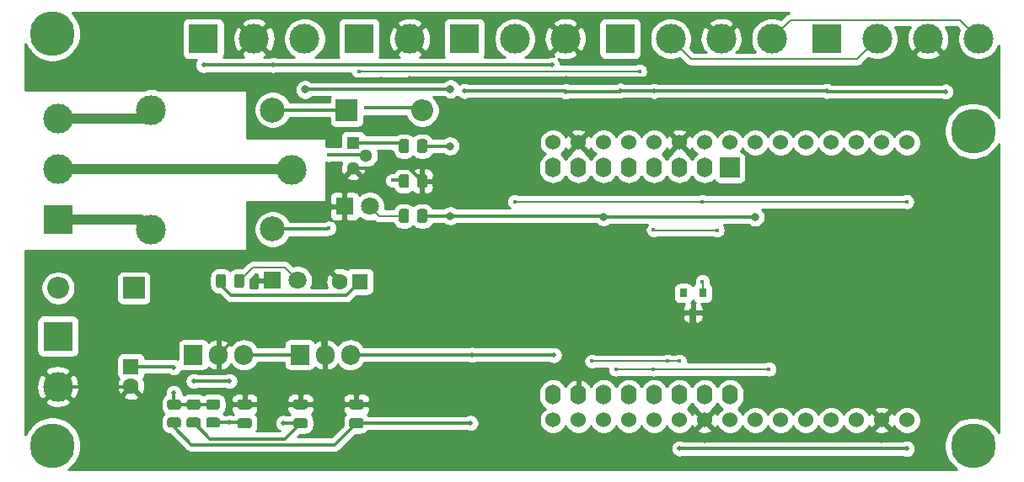
<source format=gtl>
%TF.GenerationSoftware,KiCad,Pcbnew,5.1.10*%
%TF.CreationDate,2021-06-17T09:11:18+01:00*%
%TF.ProjectId,controller,636f6e74-726f-46c6-9c65-722e6b696361,V0.2*%
%TF.SameCoordinates,Original*%
%TF.FileFunction,Copper,L1,Top*%
%TF.FilePolarity,Positive*%
%FSLAX46Y46*%
G04 Gerber Fmt 4.6, Leading zero omitted, Abs format (unit mm)*
G04 Created by KiCad (PCBNEW 5.1.10) date 2021-06-17 09:11:18*
%MOMM*%
%LPD*%
G01*
G04 APERTURE LIST*
%TA.AperFunction,ComponentPad*%
%ADD10C,1.524000*%
%TD*%
%TA.AperFunction,ComponentPad*%
%ADD11O,1.600000X2.000000*%
%TD*%
%TA.AperFunction,ComponentPad*%
%ADD12R,2.000000X2.000000*%
%TD*%
%TA.AperFunction,ComponentPad*%
%ADD13C,1.800000*%
%TD*%
%TA.AperFunction,ComponentPad*%
%ADD14R,1.800000X1.800000*%
%TD*%
%TA.AperFunction,ComponentPad*%
%ADD15C,1.600000*%
%TD*%
%TA.AperFunction,ComponentPad*%
%ADD16R,1.600000X1.600000*%
%TD*%
%TA.AperFunction,ComponentPad*%
%ADD17R,2.200000X2.200000*%
%TD*%
%TA.AperFunction,ComponentPad*%
%ADD18O,2.200000X2.200000*%
%TD*%
%TA.AperFunction,ComponentPad*%
%ADD19R,3.000000X3.000000*%
%TD*%
%TA.AperFunction,ComponentPad*%
%ADD20C,3.000000*%
%TD*%
%TA.AperFunction,ComponentPad*%
%ADD21C,1.300000*%
%TD*%
%TA.AperFunction,ComponentPad*%
%ADD22R,1.300000X1.300000*%
%TD*%
%TA.AperFunction,ComponentPad*%
%ADD23O,1.905000X2.000000*%
%TD*%
%TA.AperFunction,ComponentPad*%
%ADD24R,1.905000X2.000000*%
%TD*%
%TA.AperFunction,SMDPad,CuDef*%
%ADD25R,0.800000X0.900000*%
%TD*%
%TA.AperFunction,ComponentPad*%
%ADD26C,2.500000*%
%TD*%
%TA.AperFunction,ViaPad*%
%ADD27C,4.500000*%
%TD*%
%TA.AperFunction,ViaPad*%
%ADD28C,0.500000*%
%TD*%
%TA.AperFunction,ViaPad*%
%ADD29C,0.800000*%
%TD*%
%TA.AperFunction,ViaPad*%
%ADD30C,0.400000*%
%TD*%
%TA.AperFunction,Conductor*%
%ADD31C,0.200000*%
%TD*%
%TA.AperFunction,Conductor*%
%ADD32C,0.300000*%
%TD*%
%TA.AperFunction,Conductor*%
%ADD33C,1.000000*%
%TD*%
%TA.AperFunction,Conductor*%
%ADD34C,0.500000*%
%TD*%
%TA.AperFunction,Conductor*%
%ADD35C,0.254000*%
%TD*%
%TA.AperFunction,Conductor*%
%ADD36C,0.160000*%
%TD*%
G04 APERTURE END LIST*
D10*
X234655000Y-109125000D03*
X232115000Y-109125000D03*
X229575000Y-109125000D03*
X227035000Y-109125000D03*
X224495000Y-109125000D03*
X221955000Y-109125000D03*
X219415000Y-109125000D03*
X216875000Y-109125000D03*
X214335000Y-109125000D03*
X211795000Y-109125000D03*
X209255000Y-109125000D03*
X206715000Y-109125000D03*
X204175000Y-109125000D03*
X201635000Y-109125000D03*
X199095000Y-109125000D03*
X199095000Y-81185000D03*
X201635000Y-81185000D03*
X204175000Y-81185000D03*
X206715000Y-81185000D03*
X209255000Y-81185000D03*
X211795000Y-81185000D03*
X214335000Y-81185000D03*
X216875000Y-81185000D03*
X219415000Y-81185000D03*
X221955000Y-81185000D03*
X224495000Y-81185000D03*
X227035000Y-81185000D03*
X229575000Y-81185000D03*
X232115000Y-81185000D03*
X234655000Y-81185000D03*
D11*
X216875000Y-106585000D03*
X214335000Y-106585000D03*
X211795000Y-106585000D03*
X209255000Y-106585000D03*
X206715000Y-106585000D03*
X204175000Y-106585000D03*
X201635000Y-106585000D03*
X199095000Y-106585000D03*
X199095000Y-83725000D03*
X201635000Y-83725000D03*
X204175000Y-83725000D03*
X206715000Y-83725000D03*
X209255000Y-83725000D03*
X211795000Y-83725000D03*
D12*
X216875000Y-83725000D03*
D11*
X214335000Y-83725000D03*
D13*
X180700500Y-87604000D03*
D14*
X178160500Y-87604000D03*
D15*
X177711100Y-95173800D03*
D16*
X179711100Y-95173800D03*
%TA.AperFunction,SMDPad,CuDef*%
G36*
G01*
X168605000Y-109940000D02*
X167655000Y-109940000D01*
G75*
G02*
X167405000Y-109690000I0J250000D01*
G01*
X167405000Y-109190000D01*
G75*
G02*
X167655000Y-108940000I250000J0D01*
G01*
X168605000Y-108940000D01*
G75*
G02*
X168855000Y-109190000I0J-250000D01*
G01*
X168855000Y-109690000D01*
G75*
G02*
X168605000Y-109940000I-250000J0D01*
G01*
G37*
%TD.AperFunction*%
%TA.AperFunction,SMDPad,CuDef*%
G36*
G01*
X168605000Y-108040000D02*
X167655000Y-108040000D01*
G75*
G02*
X167405000Y-107790000I0J250000D01*
G01*
X167405000Y-107290000D01*
G75*
G02*
X167655000Y-107040000I250000J0D01*
G01*
X168605000Y-107040000D01*
G75*
G02*
X168855000Y-107290000I0J-250000D01*
G01*
X168855000Y-107790000D01*
G75*
G02*
X168605000Y-108040000I-250000J0D01*
G01*
G37*
%TD.AperFunction*%
%TA.AperFunction,SMDPad,CuDef*%
G36*
G01*
X174212600Y-108040000D02*
X173262600Y-108040000D01*
G75*
G02*
X173012600Y-107790000I0J250000D01*
G01*
X173012600Y-107290000D01*
G75*
G02*
X173262600Y-107040000I250000J0D01*
G01*
X174212600Y-107040000D01*
G75*
G02*
X174462600Y-107290000I0J-250000D01*
G01*
X174462600Y-107790000D01*
G75*
G02*
X174212600Y-108040000I-250000J0D01*
G01*
G37*
%TD.AperFunction*%
%TA.AperFunction,SMDPad,CuDef*%
G36*
G01*
X174212600Y-109940000D02*
X173262600Y-109940000D01*
G75*
G02*
X173012600Y-109690000I0J250000D01*
G01*
X173012600Y-109190000D01*
G75*
G02*
X173262600Y-108940000I250000J0D01*
G01*
X174212600Y-108940000D01*
G75*
G02*
X174462600Y-109190000I0J-250000D01*
G01*
X174462600Y-109690000D01*
G75*
G02*
X174212600Y-109940000I-250000J0D01*
G01*
G37*
%TD.AperFunction*%
%TA.AperFunction,SMDPad,CuDef*%
G36*
G01*
X179820200Y-108040000D02*
X178870200Y-108040000D01*
G75*
G02*
X178620200Y-107790000I0J250000D01*
G01*
X178620200Y-107290000D01*
G75*
G02*
X178870200Y-107040000I250000J0D01*
G01*
X179820200Y-107040000D01*
G75*
G02*
X180070200Y-107290000I0J-250000D01*
G01*
X180070200Y-107790000D01*
G75*
G02*
X179820200Y-108040000I-250000J0D01*
G01*
G37*
%TD.AperFunction*%
%TA.AperFunction,SMDPad,CuDef*%
G36*
G01*
X179820200Y-109940000D02*
X178870200Y-109940000D01*
G75*
G02*
X178620200Y-109690000I0J250000D01*
G01*
X178620200Y-109190000D01*
G75*
G02*
X178870200Y-108940000I250000J0D01*
G01*
X179820200Y-108940000D01*
G75*
G02*
X180070200Y-109190000I0J-250000D01*
G01*
X180070200Y-109690000D01*
G75*
G02*
X179820200Y-109940000I-250000J0D01*
G01*
G37*
%TD.AperFunction*%
D14*
X170903900Y-95046800D03*
D13*
X173443900Y-95046800D03*
D17*
X178372500Y-77964200D03*
D18*
X185992500Y-77964200D03*
X149380000Y-95830000D03*
D17*
X157000000Y-95830000D03*
D19*
X179628800Y-70739000D03*
D20*
X184708800Y-70739000D03*
X221081600Y-70739000D03*
D19*
X205841600Y-70739000D03*
D20*
X216001600Y-70739000D03*
X210921600Y-70739000D03*
D19*
X163982400Y-70739000D03*
D20*
X169062400Y-70739000D03*
X174142400Y-70739000D03*
X241846100Y-70739000D03*
D19*
X226606100Y-70739000D03*
D20*
X236766100Y-70739000D03*
X231686100Y-70739000D03*
X149360000Y-105752900D03*
D19*
X149360000Y-100672900D03*
D20*
X149360000Y-78750000D03*
X149360000Y-83830000D03*
D19*
X149360000Y-88910000D03*
D21*
X180302900Y-82485400D03*
X179032900Y-83755400D03*
D22*
X179032900Y-81215400D03*
%TA.AperFunction,SMDPad,CuDef*%
G36*
G01*
X164500699Y-108870000D02*
X165400701Y-108870000D01*
G75*
G02*
X165650700Y-109119999I0J-249999D01*
G01*
X165650700Y-109645001D01*
G75*
G02*
X165400701Y-109895000I-249999J0D01*
G01*
X164500699Y-109895000D01*
G75*
G02*
X164250700Y-109645001I0J249999D01*
G01*
X164250700Y-109119999D01*
G75*
G02*
X164500699Y-108870000I249999J0D01*
G01*
G37*
%TD.AperFunction*%
%TA.AperFunction,SMDPad,CuDef*%
G36*
G01*
X164500699Y-107045000D02*
X165400701Y-107045000D01*
G75*
G02*
X165650700Y-107294999I0J-249999D01*
G01*
X165650700Y-107820001D01*
G75*
G02*
X165400701Y-108070000I-249999J0D01*
G01*
X164500699Y-108070000D01*
G75*
G02*
X164250700Y-107820001I0J249999D01*
G01*
X164250700Y-107294999D01*
G75*
G02*
X164500699Y-107045000I249999J0D01*
G01*
G37*
%TD.AperFunction*%
%TA.AperFunction,SMDPad,CuDef*%
G36*
G01*
X162544899Y-107045000D02*
X163444901Y-107045000D01*
G75*
G02*
X163694900Y-107294999I0J-249999D01*
G01*
X163694900Y-107820001D01*
G75*
G02*
X163444901Y-108070000I-249999J0D01*
G01*
X162544899Y-108070000D01*
G75*
G02*
X162294900Y-107820001I0J249999D01*
G01*
X162294900Y-107294999D01*
G75*
G02*
X162544899Y-107045000I249999J0D01*
G01*
G37*
%TD.AperFunction*%
%TA.AperFunction,SMDPad,CuDef*%
G36*
G01*
X162544899Y-108870000D02*
X163444901Y-108870000D01*
G75*
G02*
X163694900Y-109119999I0J-249999D01*
G01*
X163694900Y-109645001D01*
G75*
G02*
X163444901Y-109895000I-249999J0D01*
G01*
X162544899Y-109895000D01*
G75*
G02*
X162294900Y-109645001I0J249999D01*
G01*
X162294900Y-109119999D01*
G75*
G02*
X162544899Y-108870000I249999J0D01*
G01*
G37*
%TD.AperFunction*%
D23*
X178740000Y-102539800D03*
X176200000Y-102539800D03*
D24*
X173660000Y-102539800D03*
X162966400Y-102539800D03*
D23*
X165506400Y-102539800D03*
X168046400Y-102539800D03*
%TA.AperFunction,SMDPad,CuDef*%
G36*
G01*
X186472500Y-88129999D02*
X186472500Y-89030001D01*
G75*
G02*
X186222501Y-89280000I-249999J0D01*
G01*
X185697499Y-89280000D01*
G75*
G02*
X185447500Y-89030001I0J249999D01*
G01*
X185447500Y-88129999D01*
G75*
G02*
X185697499Y-87880000I249999J0D01*
G01*
X186222501Y-87880000D01*
G75*
G02*
X186472500Y-88129999I0J-249999D01*
G01*
G37*
%TD.AperFunction*%
%TA.AperFunction,SMDPad,CuDef*%
G36*
G01*
X184647500Y-88129999D02*
X184647500Y-89030001D01*
G75*
G02*
X184397501Y-89280000I-249999J0D01*
G01*
X183872499Y-89280000D01*
G75*
G02*
X183622500Y-89030001I0J249999D01*
G01*
X183622500Y-88129999D01*
G75*
G02*
X183872499Y-87880000I249999J0D01*
G01*
X184397501Y-87880000D01*
G75*
G02*
X184647500Y-88129999I0J-249999D01*
G01*
G37*
%TD.AperFunction*%
%TA.AperFunction,SMDPad,CuDef*%
G36*
G01*
X167051300Y-95573001D02*
X167051300Y-94672999D01*
G75*
G02*
X167301299Y-94423000I249999J0D01*
G01*
X167826301Y-94423000D01*
G75*
G02*
X168076300Y-94672999I0J-249999D01*
G01*
X168076300Y-95573001D01*
G75*
G02*
X167826301Y-95823000I-249999J0D01*
G01*
X167301299Y-95823000D01*
G75*
G02*
X167051300Y-95573001I0J249999D01*
G01*
G37*
%TD.AperFunction*%
%TA.AperFunction,SMDPad,CuDef*%
G36*
G01*
X165226300Y-95573001D02*
X165226300Y-94672999D01*
G75*
G02*
X165476299Y-94423000I249999J0D01*
G01*
X166001301Y-94423000D01*
G75*
G02*
X166251300Y-94672999I0J-249999D01*
G01*
X166251300Y-95573001D01*
G75*
G02*
X166001301Y-95823000I-249999J0D01*
G01*
X165476299Y-95823000D01*
G75*
G02*
X165226300Y-95573001I0J249999D01*
G01*
G37*
%TD.AperFunction*%
%TA.AperFunction,SMDPad,CuDef*%
G36*
G01*
X160589099Y-107045000D02*
X161489101Y-107045000D01*
G75*
G02*
X161739100Y-107294999I0J-249999D01*
G01*
X161739100Y-107820001D01*
G75*
G02*
X161489101Y-108070000I-249999J0D01*
G01*
X160589099Y-108070000D01*
G75*
G02*
X160339100Y-107820001I0J249999D01*
G01*
X160339100Y-107294999D01*
G75*
G02*
X160589099Y-107045000I249999J0D01*
G01*
G37*
%TD.AperFunction*%
%TA.AperFunction,SMDPad,CuDef*%
G36*
G01*
X160589099Y-108870000D02*
X161489101Y-108870000D01*
G75*
G02*
X161739100Y-109119999I0J-249999D01*
G01*
X161739100Y-109645001D01*
G75*
G02*
X161489101Y-109895000I-249999J0D01*
G01*
X160589099Y-109895000D01*
G75*
G02*
X160339100Y-109645001I0J249999D01*
G01*
X160339100Y-109119999D01*
G75*
G02*
X160589099Y-108870000I249999J0D01*
G01*
G37*
%TD.AperFunction*%
%TA.AperFunction,SMDPad,CuDef*%
G36*
G01*
X185447500Y-82000001D02*
X185447500Y-81099999D01*
G75*
G02*
X185697499Y-80850000I249999J0D01*
G01*
X186222501Y-80850000D01*
G75*
G02*
X186472500Y-81099999I0J-249999D01*
G01*
X186472500Y-82000001D01*
G75*
G02*
X186222501Y-82250000I-249999J0D01*
G01*
X185697499Y-82250000D01*
G75*
G02*
X185447500Y-82000001I0J249999D01*
G01*
G37*
%TD.AperFunction*%
%TA.AperFunction,SMDPad,CuDef*%
G36*
G01*
X183622500Y-82000001D02*
X183622500Y-81099999D01*
G75*
G02*
X183872499Y-80850000I249999J0D01*
G01*
X184397501Y-80850000D01*
G75*
G02*
X184647500Y-81099999I0J-249999D01*
G01*
X184647500Y-82000001D01*
G75*
G02*
X184397501Y-82250000I-249999J0D01*
G01*
X183872499Y-82250000D01*
G75*
G02*
X183622500Y-82000001I0J249999D01*
G01*
G37*
%TD.AperFunction*%
D16*
X156710000Y-103720000D03*
D15*
X156710000Y-105720000D03*
D25*
X214120000Y-96330000D03*
X212220000Y-96330000D03*
X213170000Y-98330000D03*
D19*
X190182500Y-70739000D03*
D20*
X195262500Y-70739000D03*
X200342500Y-70739000D03*
%TA.AperFunction,SMDPad,CuDef*%
G36*
G01*
X186472500Y-84614999D02*
X186472500Y-85515001D01*
G75*
G02*
X186222501Y-85765000I-249999J0D01*
G01*
X185697499Y-85765000D01*
G75*
G02*
X185447500Y-85515001I0J249999D01*
G01*
X185447500Y-84614999D01*
G75*
G02*
X185697499Y-84365000I249999J0D01*
G01*
X186222501Y-84365000D01*
G75*
G02*
X186472500Y-84614999I0J-249999D01*
G01*
G37*
%TD.AperFunction*%
%TA.AperFunction,SMDPad,CuDef*%
G36*
G01*
X184647500Y-84614999D02*
X184647500Y-85515001D01*
G75*
G02*
X184397501Y-85765000I-249999J0D01*
G01*
X183872499Y-85765000D01*
G75*
G02*
X183622500Y-85515001I0J249999D01*
G01*
X183622500Y-84614999D01*
G75*
G02*
X183872499Y-84365000I249999J0D01*
G01*
X184397501Y-84365000D01*
G75*
G02*
X184647500Y-84614999I0J-249999D01*
G01*
G37*
%TD.AperFunction*%
D26*
X170936100Y-77895900D03*
D20*
X158736100Y-77895900D03*
X158686100Y-89945900D03*
D26*
X170936100Y-89895900D03*
D20*
X172886100Y-83945900D03*
D27*
X148800000Y-70200000D03*
X148810000Y-111680000D03*
X241300000Y-111690000D03*
X241300000Y-80020000D03*
D28*
X184708800Y-74750000D03*
X200410000Y-74750000D03*
X216010000Y-74750000D03*
X236750000Y-74750000D03*
X211795000Y-74770000D03*
X214340000Y-111230011D03*
X232110000Y-111240000D03*
X201635000Y-98390000D03*
X232000000Y-98400000D03*
X213000000Y-100200000D03*
X217070000Y-98330000D03*
X214670000Y-98330000D03*
X211270000Y-98330000D03*
X170940000Y-100260000D03*
X158600000Y-100400000D03*
X176260000Y-107540000D03*
X169200000Y-74800000D03*
D29*
X181844600Y-83755400D03*
D28*
X181800000Y-74800000D03*
X199200000Y-102600000D03*
X190800000Y-109400000D03*
X190939800Y-102539800D03*
X164000000Y-73400000D03*
X171000000Y-73400000D03*
X199000000Y-73400000D03*
D30*
X209190000Y-89990000D03*
X215600000Y-90000000D03*
X179600000Y-74050000D03*
X207800000Y-74000000D03*
X220800000Y-104000000D03*
X209200000Y-104000000D03*
X205400000Y-104000000D03*
X203000000Y-103200000D03*
X211800000Y-103200000D03*
X210600000Y-103200000D03*
D28*
X226600000Y-76000000D03*
X205840000Y-75980000D03*
X209260000Y-76000000D03*
X200350000Y-76030000D03*
X234650000Y-112010000D03*
X211810000Y-111980000D03*
X238530000Y-76060000D03*
X190200000Y-76000000D03*
D29*
X204175000Y-88660000D03*
X219410000Y-88680000D03*
X188750000Y-81550000D03*
X188778810Y-88578810D03*
X188800000Y-75800000D03*
X174200000Y-75850000D03*
D28*
X166617500Y-109382500D03*
X166600000Y-105200000D03*
X163000000Y-105200000D03*
X172000000Y-109400000D03*
D30*
X180300000Y-77700000D03*
X176600000Y-89800000D03*
X176600000Y-82400000D03*
X183015400Y-81215400D03*
X183000000Y-85000000D03*
D28*
X161000000Y-103800000D03*
X161000000Y-106400000D03*
D30*
X214110000Y-95190000D03*
X195262500Y-87137500D03*
X214110000Y-87160000D03*
X234650000Y-87160000D03*
D31*
X181676500Y-88580000D02*
X180700500Y-87604000D01*
X184135000Y-88580000D02*
X181676500Y-88580000D01*
D32*
X175971200Y-101239800D02*
X174991400Y-100260000D01*
X175971200Y-102539800D02*
X175971200Y-101239800D01*
X167786200Y-100260000D02*
X165506400Y-102539800D01*
X184650400Y-83755400D02*
X185960000Y-85065000D01*
X179032900Y-83755400D02*
X181844600Y-83755400D01*
X184708800Y-74750000D02*
X200410000Y-74750000D01*
X200410000Y-74750000D02*
X216010000Y-74750000D01*
X216010000Y-74750000D02*
X236750000Y-74750000D01*
X232100011Y-111230011D02*
X232110000Y-111240000D01*
X214340000Y-111230011D02*
X232100011Y-111230011D01*
X201695000Y-98330000D02*
X201635000Y-98390000D01*
X213170000Y-98330000D02*
X211270000Y-98330000D01*
X231930000Y-98330000D02*
X232000000Y-98400000D01*
X213170000Y-98330000D02*
X214670000Y-98330000D01*
X213000000Y-98500000D02*
X213170000Y-98330000D01*
X213000000Y-100200000D02*
X213000000Y-98500000D01*
X217070000Y-98330000D02*
X231930000Y-98330000D01*
X214670000Y-98330000D02*
X217070000Y-98330000D01*
X211270000Y-98330000D02*
X201695000Y-98330000D01*
X156677100Y-105752900D02*
X156710000Y-105720000D01*
X149360000Y-105752900D02*
X156677100Y-105752900D01*
X170940000Y-100260000D02*
X167786200Y-100260000D01*
X174991400Y-100260000D02*
X170940000Y-100260000D01*
X167646200Y-100400000D02*
X167786200Y-100260000D01*
X158600000Y-100400000D02*
X167646200Y-100400000D01*
X168130000Y-107540000D02*
X173737600Y-107540000D01*
X176260000Y-107540000D02*
X179345200Y-107540000D01*
X173737600Y-107540000D02*
X176260000Y-107540000D01*
X184658800Y-74800000D02*
X184708800Y-74750000D01*
X181844600Y-83755400D02*
X184650400Y-83755400D01*
X181800000Y-74800000D02*
X184658800Y-74800000D01*
X169200000Y-74800000D02*
X181800000Y-74800000D01*
X178304200Y-77895900D02*
X178372500Y-77964200D01*
X170936100Y-77895900D02*
X178304200Y-77895900D01*
X165738800Y-95123000D02*
X165738800Y-95538800D01*
X165738800Y-95538800D02*
X166760000Y-96560000D01*
X178324900Y-96560000D02*
X179711100Y-95173800D01*
X166760000Y-96560000D02*
X178324900Y-96560000D01*
X177185190Y-111600010D02*
X179345200Y-109440000D01*
X162744110Y-111600010D02*
X177185190Y-111600010D01*
X161039100Y-109895000D02*
X162744110Y-111600010D01*
X161039100Y-109382500D02*
X161039100Y-109895000D01*
X199139800Y-102539800D02*
X199200000Y-102600000D01*
X190760000Y-109440000D02*
X190800000Y-109400000D01*
X179345200Y-109440000D02*
X190760000Y-109440000D01*
X190939800Y-102539800D02*
X199139800Y-102539800D01*
X178740000Y-102539800D02*
X190939800Y-102539800D01*
X164000000Y-73400000D02*
X171000000Y-73400000D01*
X171000000Y-73400000D02*
X199000000Y-73400000D01*
D31*
X209200000Y-90000000D02*
X209190000Y-89990000D01*
X215600000Y-90000000D02*
X209200000Y-90000000D01*
X207750000Y-74050000D02*
X207800000Y-74000000D01*
X179600000Y-74050000D02*
X207750000Y-74050000D01*
X239946099Y-68838999D02*
X241846100Y-70739000D01*
X222981601Y-68838999D02*
X239946099Y-68838999D01*
X221081600Y-70739000D02*
X222981601Y-68838999D01*
X220800000Y-104000000D02*
X209200000Y-104000000D01*
X205400000Y-104000000D02*
X209200000Y-104000000D01*
X210921600Y-70739000D02*
X212982600Y-72800000D01*
X229625100Y-72800000D02*
X231686100Y-70739000D01*
X212982600Y-72800000D02*
X229625100Y-72800000D01*
X210600000Y-103200000D02*
X211800000Y-103200000D01*
X203000000Y-103200000D02*
X210600000Y-103200000D01*
D32*
X205860000Y-76000000D02*
X205840000Y-75980000D01*
X209260000Y-76000000D02*
X205860000Y-76000000D01*
X226600000Y-76000000D02*
X209260000Y-76000000D01*
X205790000Y-76030000D02*
X205840000Y-75980000D01*
X200350000Y-76030000D02*
X205790000Y-76030000D01*
X211840000Y-112010000D02*
X211810000Y-111980000D01*
X234650000Y-112010000D02*
X211840000Y-112010000D01*
X226660000Y-76060000D02*
X226600000Y-76000000D01*
X238530000Y-76060000D02*
X226660000Y-76060000D01*
X200320000Y-76000000D02*
X200350000Y-76030000D01*
X190200000Y-76000000D02*
X200320000Y-76000000D01*
X204195000Y-88680000D02*
X204175000Y-88660000D01*
X219410000Y-88680000D02*
X204195000Y-88680000D01*
X190250000Y-88570000D02*
X188778810Y-88578810D01*
X204095000Y-88580000D02*
X204175000Y-88660000D01*
X185960000Y-88580000D02*
X188778810Y-88578810D01*
X188778810Y-88578810D02*
X204095000Y-88580000D01*
X185960000Y-81550000D02*
X188750000Y-81550000D01*
X174250000Y-75800000D02*
X174200000Y-75850000D01*
X188800000Y-75800000D02*
X174250000Y-75800000D01*
X168072500Y-109382500D02*
X168130000Y-109440000D01*
X164950700Y-109382500D02*
X166617500Y-109382500D01*
X166617500Y-109382500D02*
X168072500Y-109382500D01*
X166600000Y-105200000D02*
X163000000Y-105200000D01*
X173660000Y-102539800D02*
X168046400Y-102539800D01*
X173697600Y-109400000D02*
X173737600Y-109440000D01*
X172000000Y-109400000D02*
X173697600Y-109400000D01*
X162994900Y-109382500D02*
X164612400Y-111000000D01*
X172177600Y-111000000D02*
X173737600Y-109440000D01*
X164612400Y-111000000D02*
X172177600Y-111000000D01*
D31*
X172143899Y-93746799D02*
X173443900Y-95046800D01*
X168940001Y-93746799D02*
X172143899Y-93746799D01*
X167563800Y-95123000D02*
X168940001Y-93746799D01*
D32*
X170936100Y-89895900D02*
X171075900Y-89895900D01*
X185728300Y-77700000D02*
X185992500Y-77964200D01*
X180300000Y-77700000D02*
X185728300Y-77700000D01*
X176504100Y-89895900D02*
X176600000Y-89800000D01*
X170936100Y-89895900D02*
X176504100Y-89895900D01*
X180217500Y-82400000D02*
X180302900Y-82485400D01*
X176600000Y-82400000D02*
X180217500Y-82400000D01*
X183015400Y-81215400D02*
X183800400Y-81215400D01*
X183800400Y-81215400D02*
X184135000Y-81550000D01*
X183015400Y-81215400D02*
X179032900Y-81215400D01*
X184070000Y-85000000D02*
X184135000Y-85065000D01*
X183000000Y-85000000D02*
X184070000Y-85000000D01*
D33*
X157882000Y-78750000D02*
X158736100Y-77895900D01*
X149360000Y-78750000D02*
X157882000Y-78750000D01*
D34*
X172695600Y-83755400D02*
X172886100Y-83945900D01*
D33*
X172770200Y-83830000D02*
X172886100Y-83945900D01*
X149360000Y-83830000D02*
X172770200Y-83830000D01*
X157650200Y-88910000D02*
X158686100Y-89945900D01*
X149360000Y-88910000D02*
X157650200Y-88910000D01*
D32*
X161039100Y-107557500D02*
X162994900Y-107557500D01*
X162994900Y-107557500D02*
X164950700Y-107557500D01*
X160920000Y-103720000D02*
X161000000Y-103800000D01*
X156710000Y-103720000D02*
X160920000Y-103720000D01*
X161000000Y-107518400D02*
X161039100Y-107557500D01*
X161000000Y-106400000D02*
X161000000Y-107518400D01*
D31*
X214120000Y-95200000D02*
X214110000Y-95190000D01*
X214120000Y-96330000D02*
X214120000Y-95200000D01*
X214087500Y-87137500D02*
X214110000Y-87160000D01*
X195262500Y-87137500D02*
X214087500Y-87137500D01*
X234650000Y-87160000D02*
X214110000Y-87160000D01*
D35*
X222795487Y-68127383D02*
X222698968Y-68156662D01*
X222571281Y-68224912D01*
X222459363Y-68316761D01*
X222436347Y-68344806D01*
X221980658Y-68800495D01*
X221704356Y-68686047D01*
X221291879Y-68604000D01*
X220871321Y-68604000D01*
X220458844Y-68686047D01*
X220070298Y-68846988D01*
X219720617Y-69080637D01*
X219423237Y-69378017D01*
X219189588Y-69727698D01*
X219028647Y-70116244D01*
X218946600Y-70528721D01*
X218946600Y-70949279D01*
X219028647Y-71361756D01*
X219189588Y-71750302D01*
X219399862Y-72065000D01*
X217507208Y-72065000D01*
X217493255Y-72051047D01*
X217808814Y-71895038D01*
X217999620Y-71520255D01*
X218113644Y-71115449D01*
X218146502Y-70696176D01*
X218096934Y-70278549D01*
X217966843Y-69878617D01*
X217808814Y-69582962D01*
X217493253Y-69426952D01*
X216181205Y-70739000D01*
X216195348Y-70753143D01*
X216015743Y-70932748D01*
X216001600Y-70918605D01*
X215987458Y-70932748D01*
X215807853Y-70753143D01*
X215821995Y-70739000D01*
X214509947Y-69426952D01*
X214194386Y-69582962D01*
X214003580Y-69957745D01*
X213889556Y-70362551D01*
X213856698Y-70781824D01*
X213906266Y-71199451D01*
X214036357Y-71599383D01*
X214194386Y-71895038D01*
X214509945Y-72051047D01*
X214495992Y-72065000D01*
X213287047Y-72065000D01*
X212860105Y-71638058D01*
X212974553Y-71361756D01*
X213056600Y-70949279D01*
X213056600Y-70528721D01*
X212974553Y-70116244D01*
X212813612Y-69727698D01*
X212579963Y-69378017D01*
X212449293Y-69247347D01*
X214689552Y-69247347D01*
X216001600Y-70559395D01*
X217313648Y-69247347D01*
X217157638Y-68931786D01*
X216782855Y-68740980D01*
X216378049Y-68626956D01*
X215958776Y-68594098D01*
X215541149Y-68643666D01*
X215141217Y-68773757D01*
X214845562Y-68931786D01*
X214689552Y-69247347D01*
X212449293Y-69247347D01*
X212282583Y-69080637D01*
X211932902Y-68846988D01*
X211544356Y-68686047D01*
X211131879Y-68604000D01*
X210711321Y-68604000D01*
X210298844Y-68686047D01*
X209910298Y-68846988D01*
X209560617Y-69080637D01*
X209263237Y-69378017D01*
X209029588Y-69727698D01*
X208868647Y-70116244D01*
X208786600Y-70528721D01*
X208786600Y-70949279D01*
X208868647Y-71361756D01*
X209029588Y-71750302D01*
X209263237Y-72099983D01*
X209560617Y-72397363D01*
X209910298Y-72631012D01*
X210298844Y-72791953D01*
X210711321Y-72874000D01*
X211131879Y-72874000D01*
X211544356Y-72791953D01*
X211820658Y-72677505D01*
X212437346Y-73294193D01*
X212460362Y-73322238D01*
X212572280Y-73414087D01*
X212699967Y-73482337D01*
X212796486Y-73511616D01*
X212838514Y-73524365D01*
X212852732Y-73525765D01*
X212946495Y-73535000D01*
X212946502Y-73535000D01*
X212982599Y-73538555D01*
X213018696Y-73535000D01*
X229588995Y-73535000D01*
X229625100Y-73538556D01*
X229661205Y-73535000D01*
X229769185Y-73524365D01*
X229907733Y-73482337D01*
X230035420Y-73414087D01*
X230147338Y-73322238D01*
X230170358Y-73294188D01*
X230787042Y-72677505D01*
X231063344Y-72791953D01*
X231475821Y-72874000D01*
X231896379Y-72874000D01*
X232308856Y-72791953D01*
X232697402Y-72631012D01*
X233047083Y-72397363D01*
X233213793Y-72230653D01*
X235454052Y-72230653D01*
X235610062Y-72546214D01*
X235984845Y-72737020D01*
X236389651Y-72851044D01*
X236808924Y-72883902D01*
X237226551Y-72834334D01*
X237626483Y-72704243D01*
X237922138Y-72546214D01*
X238078148Y-72230653D01*
X236766100Y-70918605D01*
X235454052Y-72230653D01*
X233213793Y-72230653D01*
X233344463Y-72099983D01*
X233578112Y-71750302D01*
X233739053Y-71361756D01*
X233821100Y-70949279D01*
X233821100Y-70528721D01*
X233739053Y-70116244D01*
X233578112Y-69727698D01*
X233475414Y-69573999D01*
X234977015Y-69573999D01*
X234958886Y-69582962D01*
X234768080Y-69957745D01*
X234654056Y-70362551D01*
X234621198Y-70781824D01*
X234670766Y-71199451D01*
X234800857Y-71599383D01*
X234958886Y-71895038D01*
X235274447Y-72051048D01*
X236586495Y-70739000D01*
X236572353Y-70724858D01*
X236751958Y-70545253D01*
X236766100Y-70559395D01*
X236780243Y-70545253D01*
X236959848Y-70724858D01*
X236945705Y-70739000D01*
X238257753Y-72051048D01*
X238573314Y-71895038D01*
X238764120Y-71520255D01*
X238878144Y-71115449D01*
X238911002Y-70696176D01*
X238861434Y-70278549D01*
X238731343Y-69878617D01*
X238573314Y-69582962D01*
X238555185Y-69573999D01*
X239641653Y-69573999D01*
X239907595Y-69839941D01*
X239793147Y-70116244D01*
X239711100Y-70528721D01*
X239711100Y-70949279D01*
X239793147Y-71361756D01*
X239954088Y-71750302D01*
X240187737Y-72099983D01*
X240485117Y-72397363D01*
X240834798Y-72631012D01*
X241223344Y-72791953D01*
X241635821Y-72874000D01*
X242056379Y-72874000D01*
X242468856Y-72791953D01*
X242857402Y-72631012D01*
X243207083Y-72397363D01*
X243504463Y-72099983D01*
X243738112Y-71750302D01*
X243873000Y-71424654D01*
X243873000Y-78692903D01*
X243856654Y-78653440D01*
X243540926Y-78180920D01*
X243139080Y-77779074D01*
X242666560Y-77463346D01*
X242141523Y-77245869D01*
X241584148Y-77135000D01*
X241015852Y-77135000D01*
X240458477Y-77245869D01*
X239933440Y-77463346D01*
X239460920Y-77779074D01*
X239059074Y-78180920D01*
X238743346Y-78653440D01*
X238525869Y-79178477D01*
X238415000Y-79735852D01*
X238415000Y-80304148D01*
X238525869Y-80861523D01*
X238743346Y-81386560D01*
X239059074Y-81859080D01*
X239460920Y-82260926D01*
X239933440Y-82576654D01*
X240458477Y-82794131D01*
X241015852Y-82905000D01*
X241584148Y-82905000D01*
X242141523Y-82794131D01*
X242666560Y-82576654D01*
X243139080Y-82260926D01*
X243540926Y-81859080D01*
X243856654Y-81386560D01*
X243873000Y-81347097D01*
X243873000Y-110362903D01*
X243856654Y-110323440D01*
X243540926Y-109850920D01*
X243139080Y-109449074D01*
X242666560Y-109133346D01*
X242141523Y-108915869D01*
X241584148Y-108805000D01*
X241015852Y-108805000D01*
X240458477Y-108915869D01*
X239933440Y-109133346D01*
X239460920Y-109449074D01*
X239059074Y-109850920D01*
X238743346Y-110323440D01*
X238525869Y-110848477D01*
X238415000Y-111405852D01*
X238415000Y-111974148D01*
X238525869Y-112531523D01*
X238743346Y-113056560D01*
X239059074Y-113529080D01*
X239460920Y-113930926D01*
X239673549Y-114073000D01*
X150421485Y-114073000D01*
X150649080Y-113920926D01*
X151050926Y-113519080D01*
X151366654Y-113046560D01*
X151584131Y-112521523D01*
X151695000Y-111964148D01*
X151695000Y-111395852D01*
X151584131Y-110838477D01*
X151366654Y-110313440D01*
X151050926Y-109840920D01*
X150649080Y-109439074D01*
X150176560Y-109123346D01*
X149651523Y-108905869D01*
X149094148Y-108795000D01*
X148525852Y-108795000D01*
X147968477Y-108905869D01*
X147443440Y-109123346D01*
X146970920Y-109439074D01*
X146569074Y-109840920D01*
X146253346Y-110313440D01*
X146127000Y-110618467D01*
X146127000Y-107244553D01*
X148047952Y-107244553D01*
X148203962Y-107560114D01*
X148578745Y-107750920D01*
X148983551Y-107864944D01*
X149402824Y-107897802D01*
X149820451Y-107848234D01*
X150220383Y-107718143D01*
X150516038Y-107560114D01*
X150647108Y-107294999D01*
X159701028Y-107294999D01*
X159701028Y-107820001D01*
X159718092Y-107993255D01*
X159768628Y-108159851D01*
X159850695Y-108313387D01*
X159961138Y-108447962D01*
X159987991Y-108470000D01*
X159961138Y-108492038D01*
X159850695Y-108626613D01*
X159768628Y-108780149D01*
X159718092Y-108946745D01*
X159701028Y-109119999D01*
X159701028Y-109645001D01*
X159718092Y-109818255D01*
X159768628Y-109984851D01*
X159850695Y-110138387D01*
X159961138Y-110272962D01*
X160095713Y-110383405D01*
X160249249Y-110465472D01*
X160415845Y-110516008D01*
X160564602Y-110530659D01*
X162161768Y-112127826D01*
X162186346Y-112157774D01*
X162216294Y-112182352D01*
X162216297Y-112182355D01*
X162245669Y-112206460D01*
X162305877Y-112255872D01*
X162442250Y-112328764D01*
X162555782Y-112363204D01*
X162590222Y-112373651D01*
X162604600Y-112375067D01*
X162705549Y-112385010D01*
X162705556Y-112385010D01*
X162744109Y-112388807D01*
X162782662Y-112385010D01*
X177146637Y-112385010D01*
X177185190Y-112388807D01*
X177223743Y-112385010D01*
X177223751Y-112385010D01*
X177339077Y-112373651D01*
X177487050Y-112328764D01*
X177623423Y-112255872D01*
X177742954Y-112157774D01*
X177767537Y-112127820D01*
X178002522Y-111892835D01*
X210925000Y-111892835D01*
X210925000Y-112067165D01*
X210959010Y-112238145D01*
X211025723Y-112399205D01*
X211122576Y-112544155D01*
X211245845Y-112667424D01*
X211390795Y-112764277D01*
X211551855Y-112830990D01*
X211722835Y-112865000D01*
X211897165Y-112865000D01*
X212068145Y-112830990D01*
X212155033Y-112795000D01*
X234232540Y-112795000D01*
X234391855Y-112860990D01*
X234562835Y-112895000D01*
X234737165Y-112895000D01*
X234908145Y-112860990D01*
X235069205Y-112794277D01*
X235214155Y-112697424D01*
X235337424Y-112574155D01*
X235434277Y-112429205D01*
X235500990Y-112268145D01*
X235535000Y-112097165D01*
X235535000Y-111922835D01*
X235500990Y-111751855D01*
X235434277Y-111590795D01*
X235337424Y-111445845D01*
X235214155Y-111322576D01*
X235069205Y-111225723D01*
X234908145Y-111159010D01*
X234737165Y-111125000D01*
X234562835Y-111125000D01*
X234391855Y-111159010D01*
X234232540Y-111225000D01*
X212273021Y-111225000D01*
X212229205Y-111195723D01*
X212068145Y-111129010D01*
X211897165Y-111095000D01*
X211722835Y-111095000D01*
X211551855Y-111129010D01*
X211390795Y-111195723D01*
X211245845Y-111292576D01*
X211122576Y-111415845D01*
X211025723Y-111560795D01*
X210959010Y-111721855D01*
X210925000Y-111892835D01*
X178002522Y-111892835D01*
X179317286Y-110578072D01*
X179820200Y-110578072D01*
X179993454Y-110561008D01*
X180160050Y-110510472D01*
X180313586Y-110428405D01*
X180448162Y-110317962D01*
X180524453Y-110225000D01*
X190479109Y-110225000D01*
X190541855Y-110250990D01*
X190712835Y-110285000D01*
X190887165Y-110285000D01*
X191058145Y-110250990D01*
X191219205Y-110184277D01*
X191364155Y-110087424D01*
X191487424Y-109964155D01*
X191584277Y-109819205D01*
X191650990Y-109658145D01*
X191685000Y-109487165D01*
X191685000Y-109312835D01*
X191650990Y-109141855D01*
X191584277Y-108980795D01*
X191487424Y-108835845D01*
X191364155Y-108712576D01*
X191219205Y-108615723D01*
X191058145Y-108549010D01*
X190887165Y-108515000D01*
X190712835Y-108515000D01*
X190541855Y-108549010D01*
X190380795Y-108615723D01*
X190322013Y-108655000D01*
X180524453Y-108655000D01*
X180448162Y-108562038D01*
X180441606Y-108556658D01*
X180521385Y-108491185D01*
X180600737Y-108394494D01*
X180659702Y-108284180D01*
X180696012Y-108164482D01*
X180708272Y-108040000D01*
X180705200Y-107825750D01*
X180546450Y-107667000D01*
X179472200Y-107667000D01*
X179472200Y-107687000D01*
X179218200Y-107687000D01*
X179218200Y-107667000D01*
X178143950Y-107667000D01*
X177985200Y-107825750D01*
X177982128Y-108040000D01*
X177994388Y-108164482D01*
X178030698Y-108284180D01*
X178089663Y-108394494D01*
X178169015Y-108491185D01*
X178248794Y-108556658D01*
X178242238Y-108562038D01*
X178131795Y-108696614D01*
X178049728Y-108850150D01*
X177999192Y-109016746D01*
X177982128Y-109190000D01*
X177982128Y-109690000D01*
X177982389Y-109692653D01*
X176860033Y-110815010D01*
X173472747Y-110815010D01*
X173709686Y-110578072D01*
X174212600Y-110578072D01*
X174385854Y-110561008D01*
X174552450Y-110510472D01*
X174705986Y-110428405D01*
X174840562Y-110317962D01*
X174951005Y-110183386D01*
X175033072Y-110029850D01*
X175083608Y-109863254D01*
X175100672Y-109690000D01*
X175100672Y-109190000D01*
X175083608Y-109016746D01*
X175033072Y-108850150D01*
X174951005Y-108696614D01*
X174840562Y-108562038D01*
X174834006Y-108556658D01*
X174913785Y-108491185D01*
X174993137Y-108394494D01*
X175052102Y-108284180D01*
X175088412Y-108164482D01*
X175100672Y-108040000D01*
X175097600Y-107825750D01*
X174938850Y-107667000D01*
X173864600Y-107667000D01*
X173864600Y-107687000D01*
X173610600Y-107687000D01*
X173610600Y-107667000D01*
X172536350Y-107667000D01*
X172377600Y-107825750D01*
X172374528Y-108040000D01*
X172386788Y-108164482D01*
X172423098Y-108284180D01*
X172482063Y-108394494D01*
X172561415Y-108491185D01*
X172641194Y-108556658D01*
X172634638Y-108562038D01*
X172591173Y-108615000D01*
X172417460Y-108615000D01*
X172258145Y-108549010D01*
X172087165Y-108515000D01*
X171912835Y-108515000D01*
X171741855Y-108549010D01*
X171580795Y-108615723D01*
X171435845Y-108712576D01*
X171312576Y-108835845D01*
X171215723Y-108980795D01*
X171149010Y-109141855D01*
X171115000Y-109312835D01*
X171115000Y-109487165D01*
X171149010Y-109658145D01*
X171215723Y-109819205D01*
X171312576Y-109964155D01*
X171435845Y-110087424D01*
X171580795Y-110184277D01*
X171654967Y-110215000D01*
X169317460Y-110215000D01*
X169343405Y-110183386D01*
X169425472Y-110029850D01*
X169476008Y-109863254D01*
X169493072Y-109690000D01*
X169493072Y-109190000D01*
X169476008Y-109016746D01*
X169425472Y-108850150D01*
X169343405Y-108696614D01*
X169232962Y-108562038D01*
X169226406Y-108556658D01*
X169306185Y-108491185D01*
X169385537Y-108394494D01*
X169444502Y-108284180D01*
X169480812Y-108164482D01*
X169493072Y-108040000D01*
X169490000Y-107825750D01*
X169331250Y-107667000D01*
X168257000Y-107667000D01*
X168257000Y-107687000D01*
X168003000Y-107687000D01*
X168003000Y-107667000D01*
X166928750Y-107667000D01*
X166770000Y-107825750D01*
X166766928Y-108040000D01*
X166779188Y-108164482D01*
X166815498Y-108284180D01*
X166874463Y-108394494D01*
X166953815Y-108491185D01*
X167033594Y-108556658D01*
X167027038Y-108562038D01*
X167007328Y-108586055D01*
X166875645Y-108531510D01*
X166704665Y-108497500D01*
X166530335Y-108497500D01*
X166359355Y-108531510D01*
X166200040Y-108597500D01*
X166115213Y-108597500D01*
X166028662Y-108492038D01*
X166001809Y-108470000D01*
X166028662Y-108447962D01*
X166139105Y-108313387D01*
X166221172Y-108159851D01*
X166271708Y-107993255D01*
X166288772Y-107820001D01*
X166288772Y-107294999D01*
X166271708Y-107121745D01*
X166246912Y-107040000D01*
X166766928Y-107040000D01*
X166770000Y-107254250D01*
X166928750Y-107413000D01*
X168003000Y-107413000D01*
X168003000Y-106563750D01*
X168257000Y-106563750D01*
X168257000Y-107413000D01*
X169331250Y-107413000D01*
X169490000Y-107254250D01*
X169493072Y-107040000D01*
X172374528Y-107040000D01*
X172377600Y-107254250D01*
X172536350Y-107413000D01*
X173610600Y-107413000D01*
X173610600Y-106563750D01*
X173864600Y-106563750D01*
X173864600Y-107413000D01*
X174938850Y-107413000D01*
X175097600Y-107254250D01*
X175100672Y-107040000D01*
X177982128Y-107040000D01*
X177985200Y-107254250D01*
X178143950Y-107413000D01*
X179218200Y-107413000D01*
X179218200Y-106563750D01*
X179472200Y-106563750D01*
X179472200Y-107413000D01*
X180546450Y-107413000D01*
X180705200Y-107254250D01*
X180708272Y-107040000D01*
X180696012Y-106915518D01*
X180659702Y-106795820D01*
X180600737Y-106685506D01*
X180521385Y-106588815D01*
X180424694Y-106509463D01*
X180314380Y-106450498D01*
X180194682Y-106414188D01*
X180070200Y-106401928D01*
X179630950Y-106405000D01*
X179472200Y-106563750D01*
X179218200Y-106563750D01*
X179059450Y-106405000D01*
X178620200Y-106401928D01*
X178495718Y-106414188D01*
X178376020Y-106450498D01*
X178265706Y-106509463D01*
X178169015Y-106588815D01*
X178089663Y-106685506D01*
X178030698Y-106795820D01*
X177994388Y-106915518D01*
X177982128Y-107040000D01*
X175100672Y-107040000D01*
X175088412Y-106915518D01*
X175052102Y-106795820D01*
X174993137Y-106685506D01*
X174913785Y-106588815D01*
X174817094Y-106509463D01*
X174706780Y-106450498D01*
X174587082Y-106414188D01*
X174462600Y-106401928D01*
X174023350Y-106405000D01*
X173864600Y-106563750D01*
X173610600Y-106563750D01*
X173451850Y-106405000D01*
X173012600Y-106401928D01*
X172888118Y-106414188D01*
X172768420Y-106450498D01*
X172658106Y-106509463D01*
X172561415Y-106588815D01*
X172482063Y-106685506D01*
X172423098Y-106795820D01*
X172386788Y-106915518D01*
X172374528Y-107040000D01*
X169493072Y-107040000D01*
X169480812Y-106915518D01*
X169444502Y-106795820D01*
X169385537Y-106685506D01*
X169306185Y-106588815D01*
X169209494Y-106509463D01*
X169099180Y-106450498D01*
X168979482Y-106414188D01*
X168855000Y-106401928D01*
X168415750Y-106405000D01*
X168257000Y-106563750D01*
X168003000Y-106563750D01*
X167844250Y-106405000D01*
X167405000Y-106401928D01*
X167280518Y-106414188D01*
X167160820Y-106450498D01*
X167050506Y-106509463D01*
X166953815Y-106588815D01*
X166874463Y-106685506D01*
X166815498Y-106795820D01*
X166779188Y-106915518D01*
X166766928Y-107040000D01*
X166246912Y-107040000D01*
X166221172Y-106955149D01*
X166139105Y-106801613D01*
X166028662Y-106667038D01*
X165894087Y-106556595D01*
X165740551Y-106474528D01*
X165573955Y-106423992D01*
X165400701Y-106406928D01*
X164500699Y-106406928D01*
X164327445Y-106423992D01*
X164160849Y-106474528D01*
X164007313Y-106556595D01*
X163972800Y-106584919D01*
X163938287Y-106556595D01*
X163784751Y-106474528D01*
X163618155Y-106423992D01*
X163444901Y-106406928D01*
X162544899Y-106406928D01*
X162371645Y-106423992D01*
X162205049Y-106474528D01*
X162051513Y-106556595D01*
X162017000Y-106584919D01*
X161982487Y-106556595D01*
X161881886Y-106502822D01*
X161885000Y-106487165D01*
X161885000Y-106314508D01*
X197660000Y-106314508D01*
X197660000Y-106855491D01*
X197680764Y-107066308D01*
X197762818Y-107336807D01*
X197896068Y-107586100D01*
X198075392Y-107804607D01*
X198291340Y-107981832D01*
X198204465Y-108039880D01*
X198009880Y-108234465D01*
X197856995Y-108463273D01*
X197751686Y-108717510D01*
X197698000Y-108987408D01*
X197698000Y-109262592D01*
X197751686Y-109532490D01*
X197856995Y-109786727D01*
X198009880Y-110015535D01*
X198204465Y-110210120D01*
X198433273Y-110363005D01*
X198687510Y-110468314D01*
X198957408Y-110522000D01*
X199232592Y-110522000D01*
X199502490Y-110468314D01*
X199756727Y-110363005D01*
X199985535Y-110210120D01*
X200180120Y-110015535D01*
X200333005Y-109786727D01*
X200365000Y-109709485D01*
X200396995Y-109786727D01*
X200549880Y-110015535D01*
X200744465Y-110210120D01*
X200973273Y-110363005D01*
X201227510Y-110468314D01*
X201497408Y-110522000D01*
X201772592Y-110522000D01*
X202042490Y-110468314D01*
X202296727Y-110363005D01*
X202525535Y-110210120D01*
X202720120Y-110015535D01*
X202873005Y-109786727D01*
X202905000Y-109709485D01*
X202936995Y-109786727D01*
X203089880Y-110015535D01*
X203284465Y-110210120D01*
X203513273Y-110363005D01*
X203767510Y-110468314D01*
X204037408Y-110522000D01*
X204312592Y-110522000D01*
X204582490Y-110468314D01*
X204836727Y-110363005D01*
X205065535Y-110210120D01*
X205260120Y-110015535D01*
X205413005Y-109786727D01*
X205445000Y-109709485D01*
X205476995Y-109786727D01*
X205629880Y-110015535D01*
X205824465Y-110210120D01*
X206053273Y-110363005D01*
X206307510Y-110468314D01*
X206577408Y-110522000D01*
X206852592Y-110522000D01*
X207122490Y-110468314D01*
X207376727Y-110363005D01*
X207605535Y-110210120D01*
X207800120Y-110015535D01*
X207953005Y-109786727D01*
X207985000Y-109709485D01*
X208016995Y-109786727D01*
X208169880Y-110015535D01*
X208364465Y-110210120D01*
X208593273Y-110363005D01*
X208847510Y-110468314D01*
X209117408Y-110522000D01*
X209392592Y-110522000D01*
X209662490Y-110468314D01*
X209916727Y-110363005D01*
X210145535Y-110210120D01*
X210340120Y-110015535D01*
X210493005Y-109786727D01*
X210525000Y-109709485D01*
X210556995Y-109786727D01*
X210709880Y-110015535D01*
X210904465Y-110210120D01*
X211133273Y-110363005D01*
X211387510Y-110468314D01*
X211657408Y-110522000D01*
X211932592Y-110522000D01*
X212202490Y-110468314D01*
X212456727Y-110363005D01*
X212685535Y-110210120D01*
X212805090Y-110090565D01*
X213549040Y-110090565D01*
X213616020Y-110330656D01*
X213865048Y-110447756D01*
X214132135Y-110514023D01*
X214407017Y-110526910D01*
X214679133Y-110485922D01*
X214938023Y-110392636D01*
X215053980Y-110330656D01*
X215120960Y-110090565D01*
X214335000Y-109304605D01*
X213549040Y-110090565D01*
X212805090Y-110090565D01*
X212880120Y-110015535D01*
X213033005Y-109786727D01*
X213062692Y-109715057D01*
X213067364Y-109728023D01*
X213129344Y-109843980D01*
X213369435Y-109910960D01*
X214155395Y-109125000D01*
X213369435Y-108339040D01*
X213129344Y-108406020D01*
X213065515Y-108541760D01*
X213033005Y-108463273D01*
X212880120Y-108234465D01*
X212685535Y-108039880D01*
X212598659Y-107981831D01*
X212814607Y-107804608D01*
X212993932Y-107586101D01*
X213065000Y-107453142D01*
X213136068Y-107586100D01*
X213315392Y-107804607D01*
X213533899Y-107983932D01*
X213589683Y-108013749D01*
X213549040Y-108159435D01*
X214335000Y-108945395D01*
X215120960Y-108159435D01*
X215080317Y-108013749D01*
X215136100Y-107983932D01*
X215354607Y-107804608D01*
X215533932Y-107586101D01*
X215605000Y-107453142D01*
X215676068Y-107586100D01*
X215855392Y-107804607D01*
X216071340Y-107981832D01*
X215984465Y-108039880D01*
X215789880Y-108234465D01*
X215636995Y-108463273D01*
X215607308Y-108534943D01*
X215602636Y-108521977D01*
X215540656Y-108406020D01*
X215300565Y-108339040D01*
X214514605Y-109125000D01*
X215300565Y-109910960D01*
X215540656Y-109843980D01*
X215604485Y-109708240D01*
X215636995Y-109786727D01*
X215789880Y-110015535D01*
X215984465Y-110210120D01*
X216213273Y-110363005D01*
X216467510Y-110468314D01*
X216737408Y-110522000D01*
X217012592Y-110522000D01*
X217282490Y-110468314D01*
X217536727Y-110363005D01*
X217765535Y-110210120D01*
X217960120Y-110015535D01*
X218113005Y-109786727D01*
X218145000Y-109709485D01*
X218176995Y-109786727D01*
X218329880Y-110015535D01*
X218524465Y-110210120D01*
X218753273Y-110363005D01*
X219007510Y-110468314D01*
X219277408Y-110522000D01*
X219552592Y-110522000D01*
X219822490Y-110468314D01*
X220076727Y-110363005D01*
X220305535Y-110210120D01*
X220500120Y-110015535D01*
X220653005Y-109786727D01*
X220685000Y-109709485D01*
X220716995Y-109786727D01*
X220869880Y-110015535D01*
X221064465Y-110210120D01*
X221293273Y-110363005D01*
X221547510Y-110468314D01*
X221817408Y-110522000D01*
X222092592Y-110522000D01*
X222362490Y-110468314D01*
X222616727Y-110363005D01*
X222845535Y-110210120D01*
X223040120Y-110015535D01*
X223193005Y-109786727D01*
X223225000Y-109709485D01*
X223256995Y-109786727D01*
X223409880Y-110015535D01*
X223604465Y-110210120D01*
X223833273Y-110363005D01*
X224087510Y-110468314D01*
X224357408Y-110522000D01*
X224632592Y-110522000D01*
X224902490Y-110468314D01*
X225156727Y-110363005D01*
X225385535Y-110210120D01*
X225580120Y-110015535D01*
X225733005Y-109786727D01*
X225765000Y-109709485D01*
X225796995Y-109786727D01*
X225949880Y-110015535D01*
X226144465Y-110210120D01*
X226373273Y-110363005D01*
X226627510Y-110468314D01*
X226897408Y-110522000D01*
X227172592Y-110522000D01*
X227442490Y-110468314D01*
X227696727Y-110363005D01*
X227925535Y-110210120D01*
X228120120Y-110015535D01*
X228273005Y-109786727D01*
X228305000Y-109709485D01*
X228336995Y-109786727D01*
X228489880Y-110015535D01*
X228684465Y-110210120D01*
X228913273Y-110363005D01*
X229167510Y-110468314D01*
X229437408Y-110522000D01*
X229712592Y-110522000D01*
X229982490Y-110468314D01*
X230236727Y-110363005D01*
X230465535Y-110210120D01*
X230585090Y-110090565D01*
X231329040Y-110090565D01*
X231396020Y-110330656D01*
X231645048Y-110447756D01*
X231912135Y-110514023D01*
X232187017Y-110526910D01*
X232459133Y-110485922D01*
X232718023Y-110392636D01*
X232833980Y-110330656D01*
X232900960Y-110090565D01*
X232115000Y-109304605D01*
X231329040Y-110090565D01*
X230585090Y-110090565D01*
X230660120Y-110015535D01*
X230813005Y-109786727D01*
X230842692Y-109715057D01*
X230847364Y-109728023D01*
X230909344Y-109843980D01*
X231149435Y-109910960D01*
X231935395Y-109125000D01*
X232294605Y-109125000D01*
X233080565Y-109910960D01*
X233320656Y-109843980D01*
X233384485Y-109708240D01*
X233416995Y-109786727D01*
X233569880Y-110015535D01*
X233764465Y-110210120D01*
X233993273Y-110363005D01*
X234247510Y-110468314D01*
X234517408Y-110522000D01*
X234792592Y-110522000D01*
X235062490Y-110468314D01*
X235316727Y-110363005D01*
X235545535Y-110210120D01*
X235740120Y-110015535D01*
X235893005Y-109786727D01*
X235998314Y-109532490D01*
X236052000Y-109262592D01*
X236052000Y-108987408D01*
X235998314Y-108717510D01*
X235893005Y-108463273D01*
X235740120Y-108234465D01*
X235545535Y-108039880D01*
X235316727Y-107886995D01*
X235062490Y-107781686D01*
X234792592Y-107728000D01*
X234517408Y-107728000D01*
X234247510Y-107781686D01*
X233993273Y-107886995D01*
X233764465Y-108039880D01*
X233569880Y-108234465D01*
X233416995Y-108463273D01*
X233387308Y-108534943D01*
X233382636Y-108521977D01*
X233320656Y-108406020D01*
X233080565Y-108339040D01*
X232294605Y-109125000D01*
X231935395Y-109125000D01*
X231149435Y-108339040D01*
X230909344Y-108406020D01*
X230845515Y-108541760D01*
X230813005Y-108463273D01*
X230660120Y-108234465D01*
X230585090Y-108159435D01*
X231329040Y-108159435D01*
X232115000Y-108945395D01*
X232900960Y-108159435D01*
X232833980Y-107919344D01*
X232584952Y-107802244D01*
X232317865Y-107735977D01*
X232042983Y-107723090D01*
X231770867Y-107764078D01*
X231511977Y-107857364D01*
X231396020Y-107919344D01*
X231329040Y-108159435D01*
X230585090Y-108159435D01*
X230465535Y-108039880D01*
X230236727Y-107886995D01*
X229982490Y-107781686D01*
X229712592Y-107728000D01*
X229437408Y-107728000D01*
X229167510Y-107781686D01*
X228913273Y-107886995D01*
X228684465Y-108039880D01*
X228489880Y-108234465D01*
X228336995Y-108463273D01*
X228305000Y-108540515D01*
X228273005Y-108463273D01*
X228120120Y-108234465D01*
X227925535Y-108039880D01*
X227696727Y-107886995D01*
X227442490Y-107781686D01*
X227172592Y-107728000D01*
X226897408Y-107728000D01*
X226627510Y-107781686D01*
X226373273Y-107886995D01*
X226144465Y-108039880D01*
X225949880Y-108234465D01*
X225796995Y-108463273D01*
X225765000Y-108540515D01*
X225733005Y-108463273D01*
X225580120Y-108234465D01*
X225385535Y-108039880D01*
X225156727Y-107886995D01*
X224902490Y-107781686D01*
X224632592Y-107728000D01*
X224357408Y-107728000D01*
X224087510Y-107781686D01*
X223833273Y-107886995D01*
X223604465Y-108039880D01*
X223409880Y-108234465D01*
X223256995Y-108463273D01*
X223225000Y-108540515D01*
X223193005Y-108463273D01*
X223040120Y-108234465D01*
X222845535Y-108039880D01*
X222616727Y-107886995D01*
X222362490Y-107781686D01*
X222092592Y-107728000D01*
X221817408Y-107728000D01*
X221547510Y-107781686D01*
X221293273Y-107886995D01*
X221064465Y-108039880D01*
X220869880Y-108234465D01*
X220716995Y-108463273D01*
X220685000Y-108540515D01*
X220653005Y-108463273D01*
X220500120Y-108234465D01*
X220305535Y-108039880D01*
X220076727Y-107886995D01*
X219822490Y-107781686D01*
X219552592Y-107728000D01*
X219277408Y-107728000D01*
X219007510Y-107781686D01*
X218753273Y-107886995D01*
X218524465Y-108039880D01*
X218329880Y-108234465D01*
X218176995Y-108463273D01*
X218145000Y-108540515D01*
X218113005Y-108463273D01*
X217960120Y-108234465D01*
X217765535Y-108039880D01*
X217678659Y-107981831D01*
X217894607Y-107804608D01*
X218073932Y-107586101D01*
X218207182Y-107336808D01*
X218289236Y-107066309D01*
X218310000Y-106855492D01*
X218310000Y-106314509D01*
X218289236Y-106103692D01*
X218207182Y-105833193D01*
X218073932Y-105583899D01*
X217894608Y-105365392D01*
X217676101Y-105186068D01*
X217426808Y-105052818D01*
X217156309Y-104970764D01*
X216875000Y-104943057D01*
X216593692Y-104970764D01*
X216323193Y-105052818D01*
X216073900Y-105186068D01*
X215855393Y-105365392D01*
X215676068Y-105583899D01*
X215605000Y-105716858D01*
X215533932Y-105583899D01*
X215354608Y-105365392D01*
X215136101Y-105186068D01*
X214886808Y-105052818D01*
X214616309Y-104970764D01*
X214335000Y-104943057D01*
X214053692Y-104970764D01*
X213783193Y-105052818D01*
X213533900Y-105186068D01*
X213315393Y-105365392D01*
X213136068Y-105583899D01*
X213065000Y-105716858D01*
X212993932Y-105583899D01*
X212814608Y-105365392D01*
X212596101Y-105186068D01*
X212346808Y-105052818D01*
X212076309Y-104970764D01*
X211795000Y-104943057D01*
X211513692Y-104970764D01*
X211243193Y-105052818D01*
X210993900Y-105186068D01*
X210775393Y-105365392D01*
X210596068Y-105583899D01*
X210525000Y-105716858D01*
X210453932Y-105583899D01*
X210274608Y-105365392D01*
X210056101Y-105186068D01*
X209806808Y-105052818D01*
X209536309Y-104970764D01*
X209255000Y-104943057D01*
X208973692Y-104970764D01*
X208703193Y-105052818D01*
X208453900Y-105186068D01*
X208235393Y-105365392D01*
X208056068Y-105583899D01*
X207985000Y-105716858D01*
X207913932Y-105583899D01*
X207734608Y-105365392D01*
X207516101Y-105186068D01*
X207266808Y-105052818D01*
X206996309Y-104970764D01*
X206715000Y-104943057D01*
X206433692Y-104970764D01*
X206163193Y-105052818D01*
X205913900Y-105186068D01*
X205695393Y-105365392D01*
X205516068Y-105583899D01*
X205445000Y-105716858D01*
X205373932Y-105583899D01*
X205194608Y-105365392D01*
X204976101Y-105186068D01*
X204726808Y-105052818D01*
X204456309Y-104970764D01*
X204175000Y-104943057D01*
X203893692Y-104970764D01*
X203623193Y-105052818D01*
X203373900Y-105186068D01*
X203155393Y-105365392D01*
X202976068Y-105583899D01*
X202906878Y-105713345D01*
X202899430Y-105695773D01*
X202740673Y-105462338D01*
X202539425Y-105264361D01*
X202303421Y-105109449D01*
X202041730Y-105003556D01*
X201984039Y-104993096D01*
X201762000Y-105115085D01*
X201762000Y-106458000D01*
X201782000Y-106458000D01*
X201782000Y-106712000D01*
X201762000Y-106712000D01*
X201762000Y-106732000D01*
X201508000Y-106732000D01*
X201508000Y-106712000D01*
X201488000Y-106712000D01*
X201488000Y-106458000D01*
X201508000Y-106458000D01*
X201508000Y-105115085D01*
X201285961Y-104993096D01*
X201228270Y-105003556D01*
X200966579Y-105109449D01*
X200730575Y-105264361D01*
X200529327Y-105462338D01*
X200370570Y-105695773D01*
X200363122Y-105713345D01*
X200293932Y-105583899D01*
X200114608Y-105365392D01*
X199896101Y-105186068D01*
X199646808Y-105052818D01*
X199376309Y-104970764D01*
X199095000Y-104943057D01*
X198813692Y-104970764D01*
X198543193Y-105052818D01*
X198293900Y-105186068D01*
X198075393Y-105365392D01*
X197896068Y-105583899D01*
X197762818Y-105833192D01*
X197680764Y-106103691D01*
X197660000Y-106314508D01*
X161885000Y-106314508D01*
X161885000Y-106312835D01*
X161850990Y-106141855D01*
X161784277Y-105980795D01*
X161687424Y-105835845D01*
X161564155Y-105712576D01*
X161419205Y-105615723D01*
X161258145Y-105549010D01*
X161087165Y-105515000D01*
X160912835Y-105515000D01*
X160741855Y-105549010D01*
X160580795Y-105615723D01*
X160435845Y-105712576D01*
X160312576Y-105835845D01*
X160215723Y-105980795D01*
X160149010Y-106141855D01*
X160115000Y-106312835D01*
X160115000Y-106487165D01*
X160125630Y-106540604D01*
X160095713Y-106556595D01*
X159961138Y-106667038D01*
X159850695Y-106801613D01*
X159768628Y-106955149D01*
X159718092Y-107121745D01*
X159701028Y-107294999D01*
X150647108Y-107294999D01*
X150672048Y-107244553D01*
X149360000Y-105932505D01*
X148047952Y-107244553D01*
X146127000Y-107244553D01*
X146127000Y-105795724D01*
X147215098Y-105795724D01*
X147264666Y-106213351D01*
X147394757Y-106613283D01*
X147552786Y-106908938D01*
X147868347Y-107064948D01*
X149180395Y-105752900D01*
X149539605Y-105752900D01*
X150851653Y-107064948D01*
X151167214Y-106908938D01*
X151267119Y-106712702D01*
X155896903Y-106712702D01*
X155968486Y-106956671D01*
X156223996Y-107077571D01*
X156498184Y-107146300D01*
X156780512Y-107160217D01*
X157060130Y-107118787D01*
X157326292Y-107023603D01*
X157451514Y-106956671D01*
X157523097Y-106712702D01*
X156710000Y-105899605D01*
X155896903Y-106712702D01*
X151267119Y-106712702D01*
X151358020Y-106534155D01*
X151472044Y-106129349D01*
X151498598Y-105790512D01*
X155269783Y-105790512D01*
X155311213Y-106070130D01*
X155406397Y-106336292D01*
X155473329Y-106461514D01*
X155717298Y-106533097D01*
X156530395Y-105720000D01*
X156516253Y-105705858D01*
X156695858Y-105526253D01*
X156710000Y-105540395D01*
X156724143Y-105526253D01*
X156903748Y-105705858D01*
X156889605Y-105720000D01*
X157702702Y-106533097D01*
X157946671Y-106461514D01*
X158067571Y-106206004D01*
X158136300Y-105931816D01*
X158150217Y-105649488D01*
X158108787Y-105369870D01*
X158016867Y-105112835D01*
X162115000Y-105112835D01*
X162115000Y-105287165D01*
X162149010Y-105458145D01*
X162215723Y-105619205D01*
X162312576Y-105764155D01*
X162435845Y-105887424D01*
X162580795Y-105984277D01*
X162741855Y-106050990D01*
X162912835Y-106085000D01*
X163087165Y-106085000D01*
X163258145Y-106050990D01*
X163417460Y-105985000D01*
X166182540Y-105985000D01*
X166341855Y-106050990D01*
X166512835Y-106085000D01*
X166687165Y-106085000D01*
X166858145Y-106050990D01*
X167019205Y-105984277D01*
X167164155Y-105887424D01*
X167287424Y-105764155D01*
X167384277Y-105619205D01*
X167450990Y-105458145D01*
X167485000Y-105287165D01*
X167485000Y-105112835D01*
X167450990Y-104941855D01*
X167384277Y-104780795D01*
X167287424Y-104635845D01*
X167164155Y-104512576D01*
X167019205Y-104415723D01*
X166858145Y-104349010D01*
X166687165Y-104315000D01*
X166512835Y-104315000D01*
X166341855Y-104349010D01*
X166182540Y-104415000D01*
X163417460Y-104415000D01*
X163258145Y-104349010D01*
X163087165Y-104315000D01*
X162912835Y-104315000D01*
X162741855Y-104349010D01*
X162580795Y-104415723D01*
X162435845Y-104512576D01*
X162312576Y-104635845D01*
X162215723Y-104780795D01*
X162149010Y-104941855D01*
X162115000Y-105112835D01*
X158016867Y-105112835D01*
X158013603Y-105103708D01*
X157948384Y-104981691D01*
X157961185Y-104971185D01*
X158040537Y-104874494D01*
X158099502Y-104764180D01*
X158135812Y-104644482D01*
X158148072Y-104520000D01*
X158148072Y-104505000D01*
X160462149Y-104505000D01*
X160580795Y-104584277D01*
X160741855Y-104650990D01*
X160912835Y-104685000D01*
X161087165Y-104685000D01*
X161258145Y-104650990D01*
X161419205Y-104584277D01*
X161564155Y-104487424D01*
X161687424Y-104364155D01*
X161784277Y-104219205D01*
X161815734Y-104143260D01*
X161889418Y-104165612D01*
X162013900Y-104177872D01*
X163918900Y-104177872D01*
X164043382Y-104165612D01*
X164163080Y-104129302D01*
X164273394Y-104070337D01*
X164370085Y-103990985D01*
X164449437Y-103894294D01*
X164498459Y-103802581D01*
X164639477Y-103915769D01*
X164915306Y-104059371D01*
X165133420Y-104130363D01*
X165379400Y-104010394D01*
X165379400Y-102666800D01*
X165359400Y-102666800D01*
X165359400Y-102412800D01*
X165379400Y-102412800D01*
X165379400Y-101069206D01*
X165633400Y-101069206D01*
X165633400Y-102412800D01*
X165653400Y-102412800D01*
X165653400Y-102666800D01*
X165633400Y-102666800D01*
X165633400Y-104010394D01*
X165879380Y-104130363D01*
X166097494Y-104059371D01*
X166373323Y-103915769D01*
X166615837Y-103721115D01*
X166771237Y-103535901D01*
X166918437Y-103715263D01*
X167160166Y-103913645D01*
X167435952Y-104061055D01*
X167735197Y-104151830D01*
X168046400Y-104182481D01*
X168357604Y-104151830D01*
X168656849Y-104061055D01*
X168932635Y-103913645D01*
X169174363Y-103715263D01*
X169372745Y-103473534D01*
X169452245Y-103324800D01*
X172069428Y-103324800D01*
X172069428Y-103539800D01*
X172081688Y-103664282D01*
X172117998Y-103783980D01*
X172176963Y-103894294D01*
X172256315Y-103990985D01*
X172353006Y-104070337D01*
X172463320Y-104129302D01*
X172583018Y-104165612D01*
X172707500Y-104177872D01*
X174612500Y-104177872D01*
X174736982Y-104165612D01*
X174856680Y-104129302D01*
X174966994Y-104070337D01*
X175063685Y-103990985D01*
X175143037Y-103894294D01*
X175192059Y-103802581D01*
X175333077Y-103915769D01*
X175608906Y-104059371D01*
X175827020Y-104130363D01*
X176073000Y-104010394D01*
X176073000Y-102666800D01*
X176053000Y-102666800D01*
X176053000Y-102412800D01*
X176073000Y-102412800D01*
X176073000Y-101069206D01*
X176327000Y-101069206D01*
X176327000Y-102412800D01*
X176347000Y-102412800D01*
X176347000Y-102666800D01*
X176327000Y-102666800D01*
X176327000Y-104010394D01*
X176572980Y-104130363D01*
X176791094Y-104059371D01*
X177066923Y-103915769D01*
X177309437Y-103721115D01*
X177464837Y-103535901D01*
X177612037Y-103715263D01*
X177853766Y-103913645D01*
X178129552Y-104061055D01*
X178428797Y-104151830D01*
X178740000Y-104182481D01*
X179051204Y-104151830D01*
X179350449Y-104061055D01*
X179626235Y-103913645D01*
X179867963Y-103715263D01*
X180066345Y-103473534D01*
X180145845Y-103324800D01*
X190522340Y-103324800D01*
X190681655Y-103390790D01*
X190852635Y-103424800D01*
X191026965Y-103424800D01*
X191197945Y-103390790D01*
X191357260Y-103324800D01*
X198691782Y-103324800D01*
X198780795Y-103384277D01*
X198941855Y-103450990D01*
X199112835Y-103485000D01*
X199287165Y-103485000D01*
X199458145Y-103450990D01*
X199619205Y-103384277D01*
X199764155Y-103287424D01*
X199887424Y-103164155D01*
X199918424Y-103117760D01*
X202165000Y-103117760D01*
X202165000Y-103282240D01*
X202197089Y-103443560D01*
X202260033Y-103595521D01*
X202351413Y-103732281D01*
X202467719Y-103848587D01*
X202604479Y-103939967D01*
X202756440Y-104002911D01*
X202917760Y-104035000D01*
X203082240Y-104035000D01*
X203243560Y-104002911D01*
X203395521Y-103939967D01*
X203402955Y-103935000D01*
X204565000Y-103935000D01*
X204565000Y-104082240D01*
X204597089Y-104243560D01*
X204660033Y-104395521D01*
X204751413Y-104532281D01*
X204867719Y-104648587D01*
X205004479Y-104739967D01*
X205156440Y-104802911D01*
X205317760Y-104835000D01*
X205482240Y-104835000D01*
X205643560Y-104802911D01*
X205795521Y-104739967D01*
X205802955Y-104735000D01*
X208797045Y-104735000D01*
X208804479Y-104739967D01*
X208956440Y-104802911D01*
X209117760Y-104835000D01*
X209282240Y-104835000D01*
X209443560Y-104802911D01*
X209595521Y-104739967D01*
X209602955Y-104735000D01*
X220397045Y-104735000D01*
X220404479Y-104739967D01*
X220556440Y-104802911D01*
X220717760Y-104835000D01*
X220882240Y-104835000D01*
X221043560Y-104802911D01*
X221195521Y-104739967D01*
X221332281Y-104648587D01*
X221448587Y-104532281D01*
X221539967Y-104395521D01*
X221602911Y-104243560D01*
X221635000Y-104082240D01*
X221635000Y-103917760D01*
X221602911Y-103756440D01*
X221539967Y-103604479D01*
X221448587Y-103467719D01*
X221332281Y-103351413D01*
X221195521Y-103260033D01*
X221043560Y-103197089D01*
X220882240Y-103165000D01*
X220717760Y-103165000D01*
X220556440Y-103197089D01*
X220404479Y-103260033D01*
X220397045Y-103265000D01*
X212635000Y-103265000D01*
X212635000Y-103117760D01*
X212602911Y-102956440D01*
X212539967Y-102804479D01*
X212448587Y-102667719D01*
X212332281Y-102551413D01*
X212195521Y-102460033D01*
X212043560Y-102397089D01*
X211882240Y-102365000D01*
X211717760Y-102365000D01*
X211556440Y-102397089D01*
X211404479Y-102460033D01*
X211397045Y-102465000D01*
X211002955Y-102465000D01*
X210995521Y-102460033D01*
X210843560Y-102397089D01*
X210682240Y-102365000D01*
X210517760Y-102365000D01*
X210356440Y-102397089D01*
X210204479Y-102460033D01*
X210197045Y-102465000D01*
X203402955Y-102465000D01*
X203395521Y-102460033D01*
X203243560Y-102397089D01*
X203082240Y-102365000D01*
X202917760Y-102365000D01*
X202756440Y-102397089D01*
X202604479Y-102460033D01*
X202467719Y-102551413D01*
X202351413Y-102667719D01*
X202260033Y-102804479D01*
X202197089Y-102956440D01*
X202165000Y-103117760D01*
X199918424Y-103117760D01*
X199984277Y-103019205D01*
X200050990Y-102858145D01*
X200085000Y-102687165D01*
X200085000Y-102512835D01*
X200050990Y-102341855D01*
X199984277Y-102180795D01*
X199887424Y-102035845D01*
X199764155Y-101912576D01*
X199619205Y-101815723D01*
X199458145Y-101749010D01*
X199287165Y-101715000D01*
X199112835Y-101715000D01*
X198941855Y-101749010D01*
X198927877Y-101754800D01*
X191357260Y-101754800D01*
X191197945Y-101688810D01*
X191026965Y-101654800D01*
X190852635Y-101654800D01*
X190681655Y-101688810D01*
X190522340Y-101754800D01*
X180145845Y-101754800D01*
X180066345Y-101606065D01*
X179867963Y-101364337D01*
X179626234Y-101165955D01*
X179350448Y-101018545D01*
X179051203Y-100927770D01*
X178740000Y-100897119D01*
X178428796Y-100927770D01*
X178129551Y-101018545D01*
X177853765Y-101165955D01*
X177612037Y-101364337D01*
X177464838Y-101543700D01*
X177309437Y-101358485D01*
X177066923Y-101163831D01*
X176791094Y-101020229D01*
X176572980Y-100949237D01*
X176327000Y-101069206D01*
X176073000Y-101069206D01*
X175827020Y-100949237D01*
X175608906Y-101020229D01*
X175333077Y-101163831D01*
X175192059Y-101277019D01*
X175143037Y-101185306D01*
X175063685Y-101088615D01*
X174966994Y-101009263D01*
X174856680Y-100950298D01*
X174736982Y-100913988D01*
X174612500Y-100901728D01*
X172707500Y-100901728D01*
X172583018Y-100913988D01*
X172463320Y-100950298D01*
X172353006Y-101009263D01*
X172256315Y-101088615D01*
X172176963Y-101185306D01*
X172117998Y-101295620D01*
X172081688Y-101415318D01*
X172069428Y-101539800D01*
X172069428Y-101754800D01*
X169452245Y-101754800D01*
X169372745Y-101606065D01*
X169174363Y-101364337D01*
X168932634Y-101165955D01*
X168656848Y-101018545D01*
X168357603Y-100927770D01*
X168046400Y-100897119D01*
X167735196Y-100927770D01*
X167435951Y-101018545D01*
X167160165Y-101165955D01*
X166918437Y-101364337D01*
X166771238Y-101543700D01*
X166615837Y-101358485D01*
X166373323Y-101163831D01*
X166097494Y-101020229D01*
X165879380Y-100949237D01*
X165633400Y-101069206D01*
X165379400Y-101069206D01*
X165133420Y-100949237D01*
X164915306Y-101020229D01*
X164639477Y-101163831D01*
X164498459Y-101277019D01*
X164449437Y-101185306D01*
X164370085Y-101088615D01*
X164273394Y-101009263D01*
X164163080Y-100950298D01*
X164043382Y-100913988D01*
X163918900Y-100901728D01*
X162013900Y-100901728D01*
X161889418Y-100913988D01*
X161769720Y-100950298D01*
X161659406Y-101009263D01*
X161562715Y-101088615D01*
X161483363Y-101185306D01*
X161424398Y-101295620D01*
X161388088Y-101415318D01*
X161375828Y-101539800D01*
X161375828Y-102997756D01*
X161258145Y-102949010D01*
X161087165Y-102915000D01*
X160912835Y-102915000D01*
X160812288Y-102935000D01*
X158148072Y-102935000D01*
X158148072Y-102920000D01*
X158135812Y-102795518D01*
X158099502Y-102675820D01*
X158040537Y-102565506D01*
X157961185Y-102468815D01*
X157864494Y-102389463D01*
X157754180Y-102330498D01*
X157634482Y-102294188D01*
X157510000Y-102281928D01*
X155910000Y-102281928D01*
X155785518Y-102294188D01*
X155665820Y-102330498D01*
X155555506Y-102389463D01*
X155458815Y-102468815D01*
X155379463Y-102565506D01*
X155320498Y-102675820D01*
X155284188Y-102795518D01*
X155271928Y-102920000D01*
X155271928Y-104520000D01*
X155284188Y-104644482D01*
X155320498Y-104764180D01*
X155379463Y-104874494D01*
X155458815Y-104971185D01*
X155471758Y-104981807D01*
X155352429Y-105233996D01*
X155283700Y-105508184D01*
X155269783Y-105790512D01*
X151498598Y-105790512D01*
X151504902Y-105710076D01*
X151455334Y-105292449D01*
X151325243Y-104892517D01*
X151167214Y-104596862D01*
X150851653Y-104440852D01*
X149539605Y-105752900D01*
X149180395Y-105752900D01*
X147868347Y-104440852D01*
X147552786Y-104596862D01*
X147361980Y-104971645D01*
X147247956Y-105376451D01*
X147215098Y-105795724D01*
X146127000Y-105795724D01*
X146127000Y-104261247D01*
X148047952Y-104261247D01*
X149360000Y-105573295D01*
X150672048Y-104261247D01*
X150516038Y-103945686D01*
X150141255Y-103754880D01*
X149736449Y-103640856D01*
X149317176Y-103607998D01*
X148899549Y-103657566D01*
X148499617Y-103787657D01*
X148203962Y-103945686D01*
X148047952Y-104261247D01*
X146127000Y-104261247D01*
X146127000Y-99172900D01*
X147221928Y-99172900D01*
X147221928Y-102172900D01*
X147234188Y-102297382D01*
X147270498Y-102417080D01*
X147329463Y-102527394D01*
X147408815Y-102624085D01*
X147505506Y-102703437D01*
X147615820Y-102762402D01*
X147735518Y-102798712D01*
X147860000Y-102810972D01*
X150860000Y-102810972D01*
X150984482Y-102798712D01*
X151104180Y-102762402D01*
X151214494Y-102703437D01*
X151311185Y-102624085D01*
X151390537Y-102527394D01*
X151449502Y-102417080D01*
X151485812Y-102297382D01*
X151498072Y-102172900D01*
X151498072Y-99172900D01*
X151485812Y-99048418D01*
X151449502Y-98928720D01*
X151390537Y-98818406D01*
X151359019Y-98780000D01*
X212131928Y-98780000D01*
X212144188Y-98904482D01*
X212180498Y-99024180D01*
X212239463Y-99134494D01*
X212318815Y-99231185D01*
X212415506Y-99310537D01*
X212525820Y-99369502D01*
X212645518Y-99405812D01*
X212770000Y-99418072D01*
X212884250Y-99415000D01*
X213043000Y-99256250D01*
X213043000Y-98457000D01*
X213297000Y-98457000D01*
X213297000Y-99256250D01*
X213455750Y-99415000D01*
X213570000Y-99418072D01*
X213694482Y-99405812D01*
X213814180Y-99369502D01*
X213924494Y-99310537D01*
X214021185Y-99231185D01*
X214100537Y-99134494D01*
X214159502Y-99024180D01*
X214195812Y-98904482D01*
X214208072Y-98780000D01*
X214205000Y-98615750D01*
X214046250Y-98457000D01*
X213297000Y-98457000D01*
X213043000Y-98457000D01*
X212293750Y-98457000D01*
X212135000Y-98615750D01*
X212131928Y-98780000D01*
X151359019Y-98780000D01*
X151311185Y-98721715D01*
X151214494Y-98642363D01*
X151104180Y-98583398D01*
X150984482Y-98547088D01*
X150860000Y-98534828D01*
X147860000Y-98534828D01*
X147735518Y-98547088D01*
X147615820Y-98583398D01*
X147505506Y-98642363D01*
X147408815Y-98721715D01*
X147329463Y-98818406D01*
X147270498Y-98928720D01*
X147234188Y-99048418D01*
X147221928Y-99172900D01*
X146127000Y-99172900D01*
X146127000Y-95659117D01*
X147645000Y-95659117D01*
X147645000Y-96000883D01*
X147711675Y-96336081D01*
X147842463Y-96651831D01*
X148032337Y-96935998D01*
X148274002Y-97177663D01*
X148558169Y-97367537D01*
X148873919Y-97498325D01*
X149209117Y-97565000D01*
X149550883Y-97565000D01*
X149886081Y-97498325D01*
X150201831Y-97367537D01*
X150485998Y-97177663D01*
X150727663Y-96935998D01*
X150917537Y-96651831D01*
X151048325Y-96336081D01*
X151115000Y-96000883D01*
X151115000Y-95659117D01*
X151048325Y-95323919D01*
X150917537Y-95008169D01*
X150731671Y-94730000D01*
X155261928Y-94730000D01*
X155261928Y-96930000D01*
X155274188Y-97054482D01*
X155310498Y-97174180D01*
X155369463Y-97284494D01*
X155448815Y-97381185D01*
X155545506Y-97460537D01*
X155655820Y-97519502D01*
X155775518Y-97555812D01*
X155900000Y-97568072D01*
X158100000Y-97568072D01*
X158224482Y-97555812D01*
X158344180Y-97519502D01*
X158454494Y-97460537D01*
X158551185Y-97381185D01*
X158630537Y-97284494D01*
X158689502Y-97174180D01*
X158725812Y-97054482D01*
X158738072Y-96930000D01*
X158738072Y-94730000D01*
X158732459Y-94672999D01*
X164588228Y-94672999D01*
X164588228Y-95573001D01*
X164605292Y-95746255D01*
X164655828Y-95912851D01*
X164737895Y-96066387D01*
X164848338Y-96200962D01*
X164982913Y-96311405D01*
X165136449Y-96393472D01*
X165303045Y-96444008D01*
X165476299Y-96461072D01*
X165550915Y-96461072D01*
X166177657Y-97087815D01*
X166202236Y-97117764D01*
X166232184Y-97142342D01*
X166232187Y-97142345D01*
X166261559Y-97166450D01*
X166321767Y-97215862D01*
X166450170Y-97284494D01*
X166458140Y-97288754D01*
X166606113Y-97333642D01*
X166681026Y-97341020D01*
X166721439Y-97345000D01*
X166721444Y-97345000D01*
X166760000Y-97348797D01*
X166798556Y-97345000D01*
X178286347Y-97345000D01*
X178324900Y-97348797D01*
X178363453Y-97345000D01*
X178363461Y-97345000D01*
X178478787Y-97333641D01*
X178626760Y-97288754D01*
X178763133Y-97215862D01*
X178882664Y-97117764D01*
X178907247Y-97087810D01*
X179383185Y-96611872D01*
X180511100Y-96611872D01*
X180635582Y-96599612D01*
X180755280Y-96563302D01*
X180865594Y-96504337D01*
X180962285Y-96424985D01*
X181041637Y-96328294D01*
X181100602Y-96217980D01*
X181136912Y-96098282D01*
X181149172Y-95973800D01*
X181149172Y-95880000D01*
X211181928Y-95880000D01*
X211181928Y-96780000D01*
X211194188Y-96904482D01*
X211230498Y-97024180D01*
X211289463Y-97134494D01*
X211368815Y-97231185D01*
X211465506Y-97310537D01*
X211575820Y-97369502D01*
X211695518Y-97405812D01*
X211820000Y-97418072D01*
X212331905Y-97418072D01*
X212318815Y-97428815D01*
X212239463Y-97525506D01*
X212180498Y-97635820D01*
X212144188Y-97755518D01*
X212131928Y-97880000D01*
X212135000Y-98044250D01*
X212293750Y-98203000D01*
X213043000Y-98203000D01*
X213043000Y-97403750D01*
X212958393Y-97319143D01*
X212974494Y-97310537D01*
X213071185Y-97231185D01*
X213150537Y-97134494D01*
X213170000Y-97098082D01*
X213189463Y-97134494D01*
X213268815Y-97231185D01*
X213365506Y-97310537D01*
X213381607Y-97319143D01*
X213297000Y-97403750D01*
X213297000Y-98203000D01*
X214046250Y-98203000D01*
X214205000Y-98044250D01*
X214208072Y-97880000D01*
X214195812Y-97755518D01*
X214159502Y-97635820D01*
X214100537Y-97525506D01*
X214021185Y-97428815D01*
X214008095Y-97418072D01*
X214520000Y-97418072D01*
X214644482Y-97405812D01*
X214764180Y-97369502D01*
X214874494Y-97310537D01*
X214971185Y-97231185D01*
X215050537Y-97134494D01*
X215109502Y-97024180D01*
X215145812Y-96904482D01*
X215158072Y-96780000D01*
X215158072Y-95880000D01*
X215145812Y-95755518D01*
X215109502Y-95635820D01*
X215050537Y-95525506D01*
X214971185Y-95428815D01*
X214921900Y-95388368D01*
X214945000Y-95272240D01*
X214945000Y-95107760D01*
X214912911Y-94946440D01*
X214849967Y-94794479D01*
X214758587Y-94657719D01*
X214642281Y-94541413D01*
X214505521Y-94450033D01*
X214353560Y-94387089D01*
X214192240Y-94355000D01*
X214027760Y-94355000D01*
X213866440Y-94387089D01*
X213714479Y-94450033D01*
X213577719Y-94541413D01*
X213461413Y-94657719D01*
X213370033Y-94794479D01*
X213307089Y-94946440D01*
X213275000Y-95107760D01*
X213275000Y-95272240D01*
X213300906Y-95402478D01*
X213268815Y-95428815D01*
X213189463Y-95525506D01*
X213170000Y-95561918D01*
X213150537Y-95525506D01*
X213071185Y-95428815D01*
X212974494Y-95349463D01*
X212864180Y-95290498D01*
X212744482Y-95254188D01*
X212620000Y-95241928D01*
X211820000Y-95241928D01*
X211695518Y-95254188D01*
X211575820Y-95290498D01*
X211465506Y-95349463D01*
X211368815Y-95428815D01*
X211289463Y-95525506D01*
X211230498Y-95635820D01*
X211194188Y-95755518D01*
X211181928Y-95880000D01*
X181149172Y-95880000D01*
X181149172Y-94373800D01*
X181136912Y-94249318D01*
X181100602Y-94129620D01*
X181041637Y-94019306D01*
X180962285Y-93922615D01*
X180865594Y-93843263D01*
X180755280Y-93784298D01*
X180635582Y-93747988D01*
X180511100Y-93735728D01*
X178911100Y-93735728D01*
X178786618Y-93747988D01*
X178666920Y-93784298D01*
X178556606Y-93843263D01*
X178459915Y-93922615D01*
X178449293Y-93935558D01*
X178197104Y-93816229D01*
X177922916Y-93747500D01*
X177640588Y-93733583D01*
X177360970Y-93775013D01*
X177094808Y-93870197D01*
X176969586Y-93937129D01*
X176898003Y-94181098D01*
X177711100Y-94994195D01*
X177725243Y-94980053D01*
X177904848Y-95159658D01*
X177890705Y-95173800D01*
X177904848Y-95187943D01*
X177725243Y-95367548D01*
X177711100Y-95353405D01*
X177696958Y-95367548D01*
X177517353Y-95187943D01*
X177531495Y-95173800D01*
X176718398Y-94360703D01*
X176474429Y-94432286D01*
X176353529Y-94687796D01*
X176284800Y-94961984D01*
X176270883Y-95244312D01*
X176312313Y-95523930D01*
X176402100Y-95775000D01*
X174803461Y-95775000D01*
X174804199Y-95773895D01*
X174919911Y-95494543D01*
X174978900Y-95197984D01*
X174978900Y-94895616D01*
X174919911Y-94599057D01*
X174804199Y-94319705D01*
X174636212Y-94068295D01*
X174422405Y-93854488D01*
X174170995Y-93686501D01*
X173891643Y-93570789D01*
X173595084Y-93511800D01*
X173292716Y-93511800D01*
X173005481Y-93568934D01*
X172689157Y-93252611D01*
X172666137Y-93224561D01*
X172554219Y-93132712D01*
X172426532Y-93064462D01*
X172287984Y-93022434D01*
X172180004Y-93011799D01*
X172143899Y-93008243D01*
X172107794Y-93011799D01*
X168976097Y-93011799D01*
X168940000Y-93008244D01*
X168903903Y-93011799D01*
X168903896Y-93011799D01*
X168810133Y-93021034D01*
X168795915Y-93022434D01*
X168753887Y-93035183D01*
X168657368Y-93064462D01*
X168529681Y-93132712D01*
X168417763Y-93224561D01*
X168394747Y-93252606D01*
X167859186Y-93788167D01*
X167826301Y-93784928D01*
X167301299Y-93784928D01*
X167128045Y-93801992D01*
X166961449Y-93852528D01*
X166807913Y-93934595D01*
X166673338Y-94045038D01*
X166651300Y-94071891D01*
X166629262Y-94045038D01*
X166494687Y-93934595D01*
X166341151Y-93852528D01*
X166174555Y-93801992D01*
X166001301Y-93784928D01*
X165476299Y-93784928D01*
X165303045Y-93801992D01*
X165136449Y-93852528D01*
X164982913Y-93934595D01*
X164848338Y-94045038D01*
X164737895Y-94179613D01*
X164655828Y-94333149D01*
X164605292Y-94499745D01*
X164588228Y-94672999D01*
X158732459Y-94672999D01*
X158725812Y-94605518D01*
X158689502Y-94485820D01*
X158630537Y-94375506D01*
X158551185Y-94278815D01*
X158454494Y-94199463D01*
X158344180Y-94140498D01*
X158224482Y-94104188D01*
X158100000Y-94091928D01*
X155900000Y-94091928D01*
X155775518Y-94104188D01*
X155655820Y-94140498D01*
X155545506Y-94199463D01*
X155448815Y-94278815D01*
X155369463Y-94375506D01*
X155310498Y-94485820D01*
X155274188Y-94605518D01*
X155261928Y-94730000D01*
X150731671Y-94730000D01*
X150727663Y-94724002D01*
X150485998Y-94482337D01*
X150201831Y-94292463D01*
X149886081Y-94161675D01*
X149550883Y-94095000D01*
X149209117Y-94095000D01*
X148873919Y-94161675D01*
X148558169Y-94292463D01*
X148274002Y-94482337D01*
X148032337Y-94724002D01*
X147842463Y-95008169D01*
X147711675Y-95323919D01*
X147645000Y-95659117D01*
X146127000Y-95659117D01*
X146127000Y-92037000D01*
X158255121Y-92037000D01*
X158475821Y-92080900D01*
X158896379Y-92080900D01*
X159117079Y-92037000D01*
X168240000Y-92037000D01*
X168264776Y-92034560D01*
X168288601Y-92027333D01*
X168310557Y-92015597D01*
X168329803Y-91999803D01*
X168345597Y-91980557D01*
X168357333Y-91958601D01*
X168364560Y-91934776D01*
X168367000Y-91910000D01*
X168367000Y-89710244D01*
X169051100Y-89710244D01*
X169051100Y-90081556D01*
X169123539Y-90445734D01*
X169265634Y-90788782D01*
X169471925Y-91097518D01*
X169734482Y-91360075D01*
X170043218Y-91566366D01*
X170386266Y-91708461D01*
X170750444Y-91780900D01*
X171121756Y-91780900D01*
X171485934Y-91708461D01*
X171828982Y-91566366D01*
X172137718Y-91360075D01*
X172400275Y-91097518D01*
X172606566Y-90788782D01*
X172651252Y-90680900D01*
X176465547Y-90680900D01*
X176504100Y-90684697D01*
X176542653Y-90680900D01*
X176542661Y-90680900D01*
X176657987Y-90669541D01*
X176805960Y-90624654D01*
X176857240Y-90597245D01*
X176995521Y-90539967D01*
X177132281Y-90448587D01*
X177248587Y-90332281D01*
X177339967Y-90195521D01*
X177402911Y-90043560D01*
X177435000Y-89882240D01*
X177435000Y-89717760D01*
X177402911Y-89556440D01*
X177339967Y-89404479D01*
X177248587Y-89267719D01*
X177132281Y-89151413D01*
X177069966Y-89109775D01*
X177136018Y-89129812D01*
X177260500Y-89142072D01*
X177874750Y-89139000D01*
X178033500Y-88980250D01*
X178033500Y-87731000D01*
X176784250Y-87731000D01*
X176625500Y-87889750D01*
X176622428Y-88504000D01*
X176634688Y-88628482D01*
X176670998Y-88748180D01*
X176729963Y-88858494D01*
X176809315Y-88955185D01*
X176877511Y-89011152D01*
X176843560Y-88997089D01*
X176682240Y-88965000D01*
X176517760Y-88965000D01*
X176356440Y-88997089D01*
X176204479Y-89060033D01*
X176128351Y-89110900D01*
X172651252Y-89110900D01*
X172606566Y-89003018D01*
X172400275Y-88694282D01*
X172137718Y-88431725D01*
X171828982Y-88225434D01*
X171485934Y-88083339D01*
X171121756Y-88010900D01*
X170750444Y-88010900D01*
X170386266Y-88083339D01*
X170043218Y-88225434D01*
X169734482Y-88431725D01*
X169471925Y-88694282D01*
X169265634Y-89003018D01*
X169123539Y-89346066D01*
X169051100Y-89710244D01*
X168367000Y-89710244D01*
X168367000Y-87162459D01*
X176210000Y-87162459D01*
X176234776Y-87160019D01*
X176258601Y-87152792D01*
X176280557Y-87141056D01*
X176299803Y-87125262D01*
X176315597Y-87106016D01*
X176327333Y-87084060D01*
X176334560Y-87060235D01*
X176337000Y-87035459D01*
X176337000Y-86704000D01*
X176622428Y-86704000D01*
X176625500Y-87318250D01*
X176784250Y-87477000D01*
X178033500Y-87477000D01*
X178033500Y-86227750D01*
X178287500Y-86227750D01*
X178287500Y-87477000D01*
X178307500Y-87477000D01*
X178307500Y-87731000D01*
X178287500Y-87731000D01*
X178287500Y-88980250D01*
X178446250Y-89139000D01*
X179060500Y-89142072D01*
X179184982Y-89129812D01*
X179304680Y-89093502D01*
X179414994Y-89034537D01*
X179511685Y-88955185D01*
X179591037Y-88858494D01*
X179650002Y-88748180D01*
X179655556Y-88729873D01*
X179721995Y-88796312D01*
X179973405Y-88964299D01*
X180252757Y-89080011D01*
X180549316Y-89139000D01*
X180851684Y-89139000D01*
X181137736Y-89082101D01*
X181154262Y-89102238D01*
X181266180Y-89194087D01*
X181393867Y-89262337D01*
X181532415Y-89304365D01*
X181640395Y-89315000D01*
X181640404Y-89315000D01*
X181676499Y-89318555D01*
X181712594Y-89315000D01*
X183035389Y-89315000D01*
X183052028Y-89369851D01*
X183134095Y-89523387D01*
X183244538Y-89657962D01*
X183379113Y-89768405D01*
X183532649Y-89850472D01*
X183699245Y-89901008D01*
X183872499Y-89918072D01*
X184397501Y-89918072D01*
X184570755Y-89901008D01*
X184737351Y-89850472D01*
X184890887Y-89768405D01*
X185025462Y-89657962D01*
X185047500Y-89631109D01*
X185069538Y-89657962D01*
X185204113Y-89768405D01*
X185357649Y-89850472D01*
X185524245Y-89901008D01*
X185697499Y-89918072D01*
X186222501Y-89918072D01*
X186395755Y-89901008D01*
X186562351Y-89850472D01*
X186715887Y-89768405D01*
X186850462Y-89657962D01*
X186960905Y-89523387D01*
X187042972Y-89369851D01*
X187044583Y-89364542D01*
X188100385Y-89364096D01*
X188119036Y-89382747D01*
X188288554Y-89496015D01*
X188476912Y-89574036D01*
X188676871Y-89613810D01*
X188880749Y-89613810D01*
X189080708Y-89574036D01*
X189269066Y-89496015D01*
X189438584Y-89382747D01*
X189457468Y-89363863D01*
X203416235Y-89364946D01*
X203515226Y-89463937D01*
X203684744Y-89577205D01*
X203873102Y-89655226D01*
X204073061Y-89695000D01*
X204276939Y-89695000D01*
X204476898Y-89655226D01*
X204665256Y-89577205D01*
X204833183Y-89465000D01*
X208536548Y-89465000D01*
X208450033Y-89594479D01*
X208387089Y-89746440D01*
X208355000Y-89907760D01*
X208355000Y-90072240D01*
X208387089Y-90233560D01*
X208450033Y-90385521D01*
X208541413Y-90522281D01*
X208657719Y-90638587D01*
X208794479Y-90729967D01*
X208946440Y-90792911D01*
X209107760Y-90825000D01*
X209272240Y-90825000D01*
X209433560Y-90792911D01*
X209573370Y-90735000D01*
X215197045Y-90735000D01*
X215204479Y-90739967D01*
X215356440Y-90802911D01*
X215517760Y-90835000D01*
X215682240Y-90835000D01*
X215843560Y-90802911D01*
X215995521Y-90739967D01*
X216132281Y-90648587D01*
X216248587Y-90532281D01*
X216339967Y-90395521D01*
X216402911Y-90243560D01*
X216435000Y-90082240D01*
X216435000Y-89917760D01*
X216402911Y-89756440D01*
X216339967Y-89604479D01*
X216248587Y-89467719D01*
X216245868Y-89465000D01*
X218731289Y-89465000D01*
X218750226Y-89483937D01*
X218919744Y-89597205D01*
X219108102Y-89675226D01*
X219308061Y-89715000D01*
X219511939Y-89715000D01*
X219711898Y-89675226D01*
X219900256Y-89597205D01*
X220069774Y-89483937D01*
X220213937Y-89339774D01*
X220327205Y-89170256D01*
X220405226Y-88981898D01*
X220445000Y-88781939D01*
X220445000Y-88578061D01*
X220405226Y-88378102D01*
X220327205Y-88189744D01*
X220213937Y-88020226D01*
X220088711Y-87895000D01*
X234247045Y-87895000D01*
X234254479Y-87899967D01*
X234406440Y-87962911D01*
X234567760Y-87995000D01*
X234732240Y-87995000D01*
X234893560Y-87962911D01*
X235045521Y-87899967D01*
X235182281Y-87808587D01*
X235298587Y-87692281D01*
X235389967Y-87555521D01*
X235452911Y-87403560D01*
X235485000Y-87242240D01*
X235485000Y-87077760D01*
X235452911Y-86916440D01*
X235389967Y-86764479D01*
X235298587Y-86627719D01*
X235182281Y-86511413D01*
X235045521Y-86420033D01*
X234893560Y-86357089D01*
X234732240Y-86325000D01*
X234567760Y-86325000D01*
X234406440Y-86357089D01*
X234254479Y-86420033D01*
X234247045Y-86425000D01*
X214512955Y-86425000D01*
X214505521Y-86420033D01*
X214353560Y-86357089D01*
X214192240Y-86325000D01*
X214027760Y-86325000D01*
X213866440Y-86357089D01*
X213756808Y-86402500D01*
X195665455Y-86402500D01*
X195658021Y-86397533D01*
X195506060Y-86334589D01*
X195344740Y-86302500D01*
X195180260Y-86302500D01*
X195018940Y-86334589D01*
X194866979Y-86397533D01*
X194730219Y-86488913D01*
X194613913Y-86605219D01*
X194522533Y-86741979D01*
X194459589Y-86893940D01*
X194427500Y-87055260D01*
X194427500Y-87219740D01*
X194459589Y-87381060D01*
X194522533Y-87533021D01*
X194613913Y-87669781D01*
X194730219Y-87786087D01*
X194742472Y-87794274D01*
X190382848Y-87793936D01*
X190283859Y-87784784D01*
X189453467Y-87789756D01*
X189438584Y-87774873D01*
X189269066Y-87661605D01*
X189080708Y-87583584D01*
X188880749Y-87543810D01*
X188676871Y-87543810D01*
X188476912Y-87583584D01*
X188288554Y-87661605D01*
X188119036Y-87774873D01*
X188099812Y-87794097D01*
X187044305Y-87794543D01*
X187042972Y-87790149D01*
X186960905Y-87636613D01*
X186850462Y-87502038D01*
X186715887Y-87391595D01*
X186562351Y-87309528D01*
X186395755Y-87258992D01*
X186222501Y-87241928D01*
X185697499Y-87241928D01*
X185524245Y-87258992D01*
X185357649Y-87309528D01*
X185204113Y-87391595D01*
X185069538Y-87502038D01*
X185047500Y-87528891D01*
X185025462Y-87502038D01*
X184890887Y-87391595D01*
X184737351Y-87309528D01*
X184570755Y-87258992D01*
X184397501Y-87241928D01*
X183872499Y-87241928D01*
X183699245Y-87258992D01*
X183532649Y-87309528D01*
X183379113Y-87391595D01*
X183244538Y-87502038D01*
X183134095Y-87636613D01*
X183052028Y-87790149D01*
X183035389Y-87845000D01*
X182217635Y-87845000D01*
X182235500Y-87755184D01*
X182235500Y-87452816D01*
X182176511Y-87156257D01*
X182060799Y-86876905D01*
X181892812Y-86625495D01*
X181679005Y-86411688D01*
X181427595Y-86243701D01*
X181148243Y-86127989D01*
X180851684Y-86069000D01*
X180549316Y-86069000D01*
X180252757Y-86127989D01*
X179973405Y-86243701D01*
X179721995Y-86411688D01*
X179655556Y-86478127D01*
X179650002Y-86459820D01*
X179591037Y-86349506D01*
X179511685Y-86252815D01*
X179414994Y-86173463D01*
X179304680Y-86114498D01*
X179184982Y-86078188D01*
X179060500Y-86065928D01*
X178446250Y-86069000D01*
X178287500Y-86227750D01*
X178033500Y-86227750D01*
X177874750Y-86069000D01*
X177260500Y-86065928D01*
X177136018Y-86078188D01*
X177016320Y-86114498D01*
X176906006Y-86173463D01*
X176809315Y-86252815D01*
X176729963Y-86349506D01*
X176670998Y-86459820D01*
X176634688Y-86579518D01*
X176622428Y-86704000D01*
X176337000Y-86704000D01*
X176337000Y-84640927D01*
X178326978Y-84640927D01*
X178380366Y-84869601D01*
X178610274Y-84975495D01*
X178856424Y-85034502D01*
X179109355Y-85044352D01*
X179359349Y-85004670D01*
X179594678Y-84917760D01*
X182165000Y-84917760D01*
X182165000Y-85082240D01*
X182197089Y-85243560D01*
X182260033Y-85395521D01*
X182351413Y-85532281D01*
X182467719Y-85648587D01*
X182604479Y-85739967D01*
X182756440Y-85802911D01*
X182917760Y-85835000D01*
X183046006Y-85835000D01*
X183052028Y-85854851D01*
X183134095Y-86008387D01*
X183244538Y-86142962D01*
X183379113Y-86253405D01*
X183532649Y-86335472D01*
X183699245Y-86386008D01*
X183872499Y-86403072D01*
X184397501Y-86403072D01*
X184570755Y-86386008D01*
X184737351Y-86335472D01*
X184890887Y-86253405D01*
X184972137Y-86186724D01*
X184996315Y-86216185D01*
X185093006Y-86295537D01*
X185203320Y-86354502D01*
X185323018Y-86390812D01*
X185447500Y-86403072D01*
X185674250Y-86400000D01*
X185833000Y-86241250D01*
X185833000Y-85192000D01*
X186087000Y-85192000D01*
X186087000Y-86241250D01*
X186245750Y-86400000D01*
X186472500Y-86403072D01*
X186596982Y-86390812D01*
X186716680Y-86354502D01*
X186826994Y-86295537D01*
X186923685Y-86216185D01*
X187003037Y-86119494D01*
X187062002Y-86009180D01*
X187098312Y-85889482D01*
X187110572Y-85765000D01*
X187107500Y-85350750D01*
X186948750Y-85192000D01*
X186087000Y-85192000D01*
X185833000Y-85192000D01*
X185813000Y-85192000D01*
X185813000Y-84938000D01*
X185833000Y-84938000D01*
X185833000Y-83888750D01*
X186087000Y-83888750D01*
X186087000Y-84938000D01*
X186948750Y-84938000D01*
X187107500Y-84779250D01*
X187110572Y-84365000D01*
X187098312Y-84240518D01*
X187062002Y-84120820D01*
X187003037Y-84010506D01*
X186923685Y-83913815D01*
X186826994Y-83834463D01*
X186716680Y-83775498D01*
X186596982Y-83739188D01*
X186472500Y-83726928D01*
X186245750Y-83730000D01*
X186087000Y-83888750D01*
X185833000Y-83888750D01*
X185674250Y-83730000D01*
X185447500Y-83726928D01*
X185323018Y-83739188D01*
X185203320Y-83775498D01*
X185093006Y-83834463D01*
X184996315Y-83913815D01*
X184972137Y-83943276D01*
X184890887Y-83876595D01*
X184737351Y-83794528D01*
X184570755Y-83743992D01*
X184397501Y-83726928D01*
X183872499Y-83726928D01*
X183699245Y-83743992D01*
X183532649Y-83794528D01*
X183379113Y-83876595D01*
X183244538Y-83987038D01*
X183134095Y-84121613D01*
X183108149Y-84170154D01*
X183082240Y-84165000D01*
X182917760Y-84165000D01*
X182756440Y-84197089D01*
X182604479Y-84260033D01*
X182467719Y-84351413D01*
X182351413Y-84467719D01*
X182260033Y-84604479D01*
X182197089Y-84756440D01*
X182165000Y-84917760D01*
X179594678Y-84917760D01*
X179596796Y-84916978D01*
X179685434Y-84869601D01*
X179738822Y-84640927D01*
X179032900Y-83935005D01*
X178326978Y-84640927D01*
X176337000Y-84640927D01*
X176337000Y-83194859D01*
X176356440Y-83202911D01*
X176517760Y-83235000D01*
X176682240Y-83235000D01*
X176843560Y-83202911D01*
X176886801Y-83185000D01*
X177880869Y-83185000D01*
X177812805Y-83332774D01*
X177753798Y-83578924D01*
X177743948Y-83831855D01*
X177783630Y-84081849D01*
X177871322Y-84319296D01*
X177918699Y-84407934D01*
X178147373Y-84461322D01*
X178853295Y-83755400D01*
X178839153Y-83741258D01*
X179018758Y-83561653D01*
X179032900Y-83575795D01*
X179047043Y-83561653D01*
X179226648Y-83741258D01*
X179212505Y-83755400D01*
X179918427Y-84461322D01*
X180147101Y-84407934D01*
X180252995Y-84178026D01*
X180312002Y-83931876D01*
X180318290Y-83770400D01*
X180429461Y-83770400D01*
X180677721Y-83721019D01*
X180911576Y-83624153D01*
X181122040Y-83483525D01*
X181151057Y-83454508D01*
X197660000Y-83454508D01*
X197660000Y-83995491D01*
X197680764Y-84206308D01*
X197762818Y-84476807D01*
X197896068Y-84726100D01*
X198075392Y-84944607D01*
X198293899Y-85123932D01*
X198543192Y-85257182D01*
X198813691Y-85339236D01*
X199095000Y-85366943D01*
X199376308Y-85339236D01*
X199646807Y-85257182D01*
X199896100Y-85123932D01*
X200114607Y-84944608D01*
X200293932Y-84726101D01*
X200365000Y-84593142D01*
X200436068Y-84726100D01*
X200615392Y-84944607D01*
X200833899Y-85123932D01*
X201083192Y-85257182D01*
X201353691Y-85339236D01*
X201635000Y-85366943D01*
X201916308Y-85339236D01*
X202186807Y-85257182D01*
X202436100Y-85123932D01*
X202654607Y-84944608D01*
X202833932Y-84726101D01*
X202905000Y-84593142D01*
X202976068Y-84726100D01*
X203155392Y-84944607D01*
X203373899Y-85123932D01*
X203623192Y-85257182D01*
X203893691Y-85339236D01*
X204175000Y-85366943D01*
X204456308Y-85339236D01*
X204726807Y-85257182D01*
X204976100Y-85123932D01*
X205194607Y-84944608D01*
X205373932Y-84726101D01*
X205445000Y-84593142D01*
X205516068Y-84726100D01*
X205695392Y-84944607D01*
X205913899Y-85123932D01*
X206163192Y-85257182D01*
X206433691Y-85339236D01*
X206715000Y-85366943D01*
X206996308Y-85339236D01*
X207266807Y-85257182D01*
X207516100Y-85123932D01*
X207734607Y-84944608D01*
X207913932Y-84726101D01*
X207985000Y-84593142D01*
X208056068Y-84726100D01*
X208235392Y-84944607D01*
X208453899Y-85123932D01*
X208703192Y-85257182D01*
X208973691Y-85339236D01*
X209255000Y-85366943D01*
X209536308Y-85339236D01*
X209806807Y-85257182D01*
X210056100Y-85123932D01*
X210274607Y-84944608D01*
X210453932Y-84726101D01*
X210525000Y-84593142D01*
X210596068Y-84726100D01*
X210775392Y-84944607D01*
X210993899Y-85123932D01*
X211243192Y-85257182D01*
X211513691Y-85339236D01*
X211795000Y-85366943D01*
X212076308Y-85339236D01*
X212346807Y-85257182D01*
X212596100Y-85123932D01*
X212814607Y-84944608D01*
X212993932Y-84726101D01*
X213065000Y-84593142D01*
X213136068Y-84726100D01*
X213315392Y-84944607D01*
X213533899Y-85123932D01*
X213783192Y-85257182D01*
X214053691Y-85339236D01*
X214335000Y-85366943D01*
X214616308Y-85339236D01*
X214886807Y-85257182D01*
X215136100Y-85123932D01*
X215297441Y-84991523D01*
X215344463Y-85079494D01*
X215423815Y-85176185D01*
X215520506Y-85255537D01*
X215630820Y-85314502D01*
X215750518Y-85350812D01*
X215875000Y-85363072D01*
X217875000Y-85363072D01*
X217999482Y-85350812D01*
X218119180Y-85314502D01*
X218229494Y-85255537D01*
X218326185Y-85176185D01*
X218405537Y-85079494D01*
X218464502Y-84969180D01*
X218500812Y-84849482D01*
X218513072Y-84725000D01*
X218513072Y-82725000D01*
X218500812Y-82600518D01*
X218464502Y-82480820D01*
X218405537Y-82370506D01*
X218326185Y-82273815D01*
X218229494Y-82194463D01*
X218119180Y-82135498D01*
X217999482Y-82099188D01*
X217942117Y-82093538D01*
X217960120Y-82075535D01*
X218113005Y-81846727D01*
X218145000Y-81769485D01*
X218176995Y-81846727D01*
X218329880Y-82075535D01*
X218524465Y-82270120D01*
X218753273Y-82423005D01*
X219007510Y-82528314D01*
X219277408Y-82582000D01*
X219552592Y-82582000D01*
X219822490Y-82528314D01*
X220076727Y-82423005D01*
X220305535Y-82270120D01*
X220500120Y-82075535D01*
X220653005Y-81846727D01*
X220685000Y-81769485D01*
X220716995Y-81846727D01*
X220869880Y-82075535D01*
X221064465Y-82270120D01*
X221293273Y-82423005D01*
X221547510Y-82528314D01*
X221817408Y-82582000D01*
X222092592Y-82582000D01*
X222362490Y-82528314D01*
X222616727Y-82423005D01*
X222845535Y-82270120D01*
X223040120Y-82075535D01*
X223193005Y-81846727D01*
X223225000Y-81769485D01*
X223256995Y-81846727D01*
X223409880Y-82075535D01*
X223604465Y-82270120D01*
X223833273Y-82423005D01*
X224087510Y-82528314D01*
X224357408Y-82582000D01*
X224632592Y-82582000D01*
X224902490Y-82528314D01*
X225156727Y-82423005D01*
X225385535Y-82270120D01*
X225580120Y-82075535D01*
X225733005Y-81846727D01*
X225765000Y-81769485D01*
X225796995Y-81846727D01*
X225949880Y-82075535D01*
X226144465Y-82270120D01*
X226373273Y-82423005D01*
X226627510Y-82528314D01*
X226897408Y-82582000D01*
X227172592Y-82582000D01*
X227442490Y-82528314D01*
X227696727Y-82423005D01*
X227925535Y-82270120D01*
X228120120Y-82075535D01*
X228273005Y-81846727D01*
X228305000Y-81769485D01*
X228336995Y-81846727D01*
X228489880Y-82075535D01*
X228684465Y-82270120D01*
X228913273Y-82423005D01*
X229167510Y-82528314D01*
X229437408Y-82582000D01*
X229712592Y-82582000D01*
X229982490Y-82528314D01*
X230236727Y-82423005D01*
X230465535Y-82270120D01*
X230660120Y-82075535D01*
X230813005Y-81846727D01*
X230845000Y-81769485D01*
X230876995Y-81846727D01*
X231029880Y-82075535D01*
X231224465Y-82270120D01*
X231453273Y-82423005D01*
X231707510Y-82528314D01*
X231977408Y-82582000D01*
X232252592Y-82582000D01*
X232522490Y-82528314D01*
X232776727Y-82423005D01*
X233005535Y-82270120D01*
X233200120Y-82075535D01*
X233353005Y-81846727D01*
X233385000Y-81769485D01*
X233416995Y-81846727D01*
X233569880Y-82075535D01*
X233764465Y-82270120D01*
X233993273Y-82423005D01*
X234247510Y-82528314D01*
X234517408Y-82582000D01*
X234792592Y-82582000D01*
X235062490Y-82528314D01*
X235316727Y-82423005D01*
X235545535Y-82270120D01*
X235740120Y-82075535D01*
X235893005Y-81846727D01*
X235998314Y-81592490D01*
X236052000Y-81322592D01*
X236052000Y-81047408D01*
X235998314Y-80777510D01*
X235893005Y-80523273D01*
X235740120Y-80294465D01*
X235545535Y-80099880D01*
X235316727Y-79946995D01*
X235062490Y-79841686D01*
X234792592Y-79788000D01*
X234517408Y-79788000D01*
X234247510Y-79841686D01*
X233993273Y-79946995D01*
X233764465Y-80099880D01*
X233569880Y-80294465D01*
X233416995Y-80523273D01*
X233385000Y-80600515D01*
X233353005Y-80523273D01*
X233200120Y-80294465D01*
X233005535Y-80099880D01*
X232776727Y-79946995D01*
X232522490Y-79841686D01*
X232252592Y-79788000D01*
X231977408Y-79788000D01*
X231707510Y-79841686D01*
X231453273Y-79946995D01*
X231224465Y-80099880D01*
X231029880Y-80294465D01*
X230876995Y-80523273D01*
X230845000Y-80600515D01*
X230813005Y-80523273D01*
X230660120Y-80294465D01*
X230465535Y-80099880D01*
X230236727Y-79946995D01*
X229982490Y-79841686D01*
X229712592Y-79788000D01*
X229437408Y-79788000D01*
X229167510Y-79841686D01*
X228913273Y-79946995D01*
X228684465Y-80099880D01*
X228489880Y-80294465D01*
X228336995Y-80523273D01*
X228305000Y-80600515D01*
X228273005Y-80523273D01*
X228120120Y-80294465D01*
X227925535Y-80099880D01*
X227696727Y-79946995D01*
X227442490Y-79841686D01*
X227172592Y-79788000D01*
X226897408Y-79788000D01*
X226627510Y-79841686D01*
X226373273Y-79946995D01*
X226144465Y-80099880D01*
X225949880Y-80294465D01*
X225796995Y-80523273D01*
X225765000Y-80600515D01*
X225733005Y-80523273D01*
X225580120Y-80294465D01*
X225385535Y-80099880D01*
X225156727Y-79946995D01*
X224902490Y-79841686D01*
X224632592Y-79788000D01*
X224357408Y-79788000D01*
X224087510Y-79841686D01*
X223833273Y-79946995D01*
X223604465Y-80099880D01*
X223409880Y-80294465D01*
X223256995Y-80523273D01*
X223225000Y-80600515D01*
X223193005Y-80523273D01*
X223040120Y-80294465D01*
X222845535Y-80099880D01*
X222616727Y-79946995D01*
X222362490Y-79841686D01*
X222092592Y-79788000D01*
X221817408Y-79788000D01*
X221547510Y-79841686D01*
X221293273Y-79946995D01*
X221064465Y-80099880D01*
X220869880Y-80294465D01*
X220716995Y-80523273D01*
X220685000Y-80600515D01*
X220653005Y-80523273D01*
X220500120Y-80294465D01*
X220305535Y-80099880D01*
X220076727Y-79946995D01*
X219822490Y-79841686D01*
X219552592Y-79788000D01*
X219277408Y-79788000D01*
X219007510Y-79841686D01*
X218753273Y-79946995D01*
X218524465Y-80099880D01*
X218329880Y-80294465D01*
X218176995Y-80523273D01*
X218145000Y-80600515D01*
X218113005Y-80523273D01*
X217960120Y-80294465D01*
X217765535Y-80099880D01*
X217536727Y-79946995D01*
X217282490Y-79841686D01*
X217012592Y-79788000D01*
X216737408Y-79788000D01*
X216467510Y-79841686D01*
X216213273Y-79946995D01*
X215984465Y-80099880D01*
X215789880Y-80294465D01*
X215636995Y-80523273D01*
X215605000Y-80600515D01*
X215573005Y-80523273D01*
X215420120Y-80294465D01*
X215225535Y-80099880D01*
X214996727Y-79946995D01*
X214742490Y-79841686D01*
X214472592Y-79788000D01*
X214197408Y-79788000D01*
X213927510Y-79841686D01*
X213673273Y-79946995D01*
X213444465Y-80099880D01*
X213249880Y-80294465D01*
X213096995Y-80523273D01*
X213067308Y-80594943D01*
X213062636Y-80581977D01*
X213000656Y-80466020D01*
X212760565Y-80399040D01*
X211974605Y-81185000D01*
X212760565Y-81970960D01*
X213000656Y-81903980D01*
X213064485Y-81768240D01*
X213096995Y-81846727D01*
X213249880Y-82075535D01*
X213444465Y-82270120D01*
X213531341Y-82328169D01*
X213315393Y-82505392D01*
X213136068Y-82723899D01*
X213065000Y-82856858D01*
X212993932Y-82723899D01*
X212814608Y-82505392D01*
X212596101Y-82326068D01*
X212540317Y-82296251D01*
X212580960Y-82150565D01*
X211795000Y-81364605D01*
X211009040Y-82150565D01*
X211049683Y-82296251D01*
X210993900Y-82326068D01*
X210775393Y-82505392D01*
X210596068Y-82723899D01*
X210525000Y-82856858D01*
X210453932Y-82723899D01*
X210274608Y-82505392D01*
X210058660Y-82328168D01*
X210145535Y-82270120D01*
X210340120Y-82075535D01*
X210493005Y-81846727D01*
X210522692Y-81775057D01*
X210527364Y-81788023D01*
X210589344Y-81903980D01*
X210829435Y-81970960D01*
X211615395Y-81185000D01*
X210829435Y-80399040D01*
X210589344Y-80466020D01*
X210525515Y-80601760D01*
X210493005Y-80523273D01*
X210340120Y-80294465D01*
X210265090Y-80219435D01*
X211009040Y-80219435D01*
X211795000Y-81005395D01*
X212580960Y-80219435D01*
X212513980Y-79979344D01*
X212264952Y-79862244D01*
X211997865Y-79795977D01*
X211722983Y-79783090D01*
X211450867Y-79824078D01*
X211191977Y-79917364D01*
X211076020Y-79979344D01*
X211009040Y-80219435D01*
X210265090Y-80219435D01*
X210145535Y-80099880D01*
X209916727Y-79946995D01*
X209662490Y-79841686D01*
X209392592Y-79788000D01*
X209117408Y-79788000D01*
X208847510Y-79841686D01*
X208593273Y-79946995D01*
X208364465Y-80099880D01*
X208169880Y-80294465D01*
X208016995Y-80523273D01*
X207985000Y-80600515D01*
X207953005Y-80523273D01*
X207800120Y-80294465D01*
X207605535Y-80099880D01*
X207376727Y-79946995D01*
X207122490Y-79841686D01*
X206852592Y-79788000D01*
X206577408Y-79788000D01*
X206307510Y-79841686D01*
X206053273Y-79946995D01*
X205824465Y-80099880D01*
X205629880Y-80294465D01*
X205476995Y-80523273D01*
X205445000Y-80600515D01*
X205413005Y-80523273D01*
X205260120Y-80294465D01*
X205065535Y-80099880D01*
X204836727Y-79946995D01*
X204582490Y-79841686D01*
X204312592Y-79788000D01*
X204037408Y-79788000D01*
X203767510Y-79841686D01*
X203513273Y-79946995D01*
X203284465Y-80099880D01*
X203089880Y-80294465D01*
X202936995Y-80523273D01*
X202907308Y-80594943D01*
X202902636Y-80581977D01*
X202840656Y-80466020D01*
X202600565Y-80399040D01*
X201814605Y-81185000D01*
X202600565Y-81970960D01*
X202840656Y-81903980D01*
X202904485Y-81768240D01*
X202936995Y-81846727D01*
X203089880Y-82075535D01*
X203284465Y-82270120D01*
X203371341Y-82328169D01*
X203155393Y-82505392D01*
X202976068Y-82723899D01*
X202905000Y-82856858D01*
X202833932Y-82723899D01*
X202654608Y-82505392D01*
X202436101Y-82326068D01*
X202380317Y-82296251D01*
X202420960Y-82150565D01*
X201635000Y-81364605D01*
X200849040Y-82150565D01*
X200889683Y-82296251D01*
X200833900Y-82326068D01*
X200615393Y-82505392D01*
X200436068Y-82723899D01*
X200365000Y-82856858D01*
X200293932Y-82723899D01*
X200114608Y-82505392D01*
X199898660Y-82328168D01*
X199985535Y-82270120D01*
X200180120Y-82075535D01*
X200333005Y-81846727D01*
X200362692Y-81775057D01*
X200367364Y-81788023D01*
X200429344Y-81903980D01*
X200669435Y-81970960D01*
X201455395Y-81185000D01*
X200669435Y-80399040D01*
X200429344Y-80466020D01*
X200365515Y-80601760D01*
X200333005Y-80523273D01*
X200180120Y-80294465D01*
X200105090Y-80219435D01*
X200849040Y-80219435D01*
X201635000Y-81005395D01*
X202420960Y-80219435D01*
X202353980Y-79979344D01*
X202104952Y-79862244D01*
X201837865Y-79795977D01*
X201562983Y-79783090D01*
X201290867Y-79824078D01*
X201031977Y-79917364D01*
X200916020Y-79979344D01*
X200849040Y-80219435D01*
X200105090Y-80219435D01*
X199985535Y-80099880D01*
X199756727Y-79946995D01*
X199502490Y-79841686D01*
X199232592Y-79788000D01*
X198957408Y-79788000D01*
X198687510Y-79841686D01*
X198433273Y-79946995D01*
X198204465Y-80099880D01*
X198009880Y-80294465D01*
X197856995Y-80523273D01*
X197751686Y-80777510D01*
X197698000Y-81047408D01*
X197698000Y-81322592D01*
X197751686Y-81592490D01*
X197856995Y-81846727D01*
X198009880Y-82075535D01*
X198204465Y-82270120D01*
X198291341Y-82328169D01*
X198075393Y-82505392D01*
X197896068Y-82723899D01*
X197762818Y-82973192D01*
X197680764Y-83243691D01*
X197660000Y-83454508D01*
X181151057Y-83454508D01*
X181301025Y-83304540D01*
X181441653Y-83094076D01*
X181538519Y-82860221D01*
X181587900Y-82611961D01*
X181587900Y-82358839D01*
X181538519Y-82110579D01*
X181492881Y-82000400D01*
X182728599Y-82000400D01*
X182771840Y-82018311D01*
X182933160Y-82050400D01*
X182989392Y-82050400D01*
X183001492Y-82173255D01*
X183052028Y-82339851D01*
X183134095Y-82493387D01*
X183244538Y-82627962D01*
X183379113Y-82738405D01*
X183532649Y-82820472D01*
X183699245Y-82871008D01*
X183872499Y-82888072D01*
X184397501Y-82888072D01*
X184570755Y-82871008D01*
X184737351Y-82820472D01*
X184890887Y-82738405D01*
X185025462Y-82627962D01*
X185047500Y-82601109D01*
X185069538Y-82627962D01*
X185204113Y-82738405D01*
X185357649Y-82820472D01*
X185524245Y-82871008D01*
X185697499Y-82888072D01*
X186222501Y-82888072D01*
X186395755Y-82871008D01*
X186562351Y-82820472D01*
X186715887Y-82738405D01*
X186850462Y-82627962D01*
X186960905Y-82493387D01*
X187042972Y-82339851D01*
X187044444Y-82335000D01*
X188071289Y-82335000D01*
X188090226Y-82353937D01*
X188259744Y-82467205D01*
X188448102Y-82545226D01*
X188648061Y-82585000D01*
X188851939Y-82585000D01*
X189051898Y-82545226D01*
X189240256Y-82467205D01*
X189409774Y-82353937D01*
X189553937Y-82209774D01*
X189667205Y-82040256D01*
X189745226Y-81851898D01*
X189785000Y-81651939D01*
X189785000Y-81448061D01*
X189745226Y-81248102D01*
X189667205Y-81059744D01*
X189553937Y-80890226D01*
X189409774Y-80746063D01*
X189240256Y-80632795D01*
X189051898Y-80554774D01*
X188851939Y-80515000D01*
X188648061Y-80515000D01*
X188448102Y-80554774D01*
X188259744Y-80632795D01*
X188090226Y-80746063D01*
X188071289Y-80765000D01*
X187044444Y-80765000D01*
X187042972Y-80760149D01*
X186960905Y-80606613D01*
X186850462Y-80472038D01*
X186715887Y-80361595D01*
X186562351Y-80279528D01*
X186395755Y-80228992D01*
X186222501Y-80211928D01*
X185697499Y-80211928D01*
X185524245Y-80228992D01*
X185357649Y-80279528D01*
X185204113Y-80361595D01*
X185069538Y-80472038D01*
X185047500Y-80498891D01*
X185025462Y-80472038D01*
X184890887Y-80361595D01*
X184737351Y-80279528D01*
X184570755Y-80228992D01*
X184397501Y-80211928D01*
X183872499Y-80211928D01*
X183699245Y-80228992D01*
X183532649Y-80279528D01*
X183379113Y-80361595D01*
X183297598Y-80428493D01*
X183258960Y-80412489D01*
X183097640Y-80380400D01*
X182933160Y-80380400D01*
X182771840Y-80412489D01*
X182728599Y-80430400D01*
X180305521Y-80430400D01*
X180272402Y-80321220D01*
X180213437Y-80210906D01*
X180134085Y-80114215D01*
X180037394Y-80034863D01*
X179927080Y-79975898D01*
X179807382Y-79939588D01*
X179682900Y-79927328D01*
X178382900Y-79927328D01*
X178258418Y-79939588D01*
X178138720Y-79975898D01*
X178028406Y-80034863D01*
X177931715Y-80114215D01*
X177852363Y-80210906D01*
X177793398Y-80321220D01*
X177757088Y-80440918D01*
X177744828Y-80565400D01*
X177744828Y-81615000D01*
X176886801Y-81615000D01*
X176843560Y-81597089D01*
X176682240Y-81565000D01*
X176517760Y-81565000D01*
X176356440Y-81597089D01*
X176337000Y-81605141D01*
X176337000Y-80865459D01*
X176334560Y-80840683D01*
X176327333Y-80816858D01*
X176315597Y-80794902D01*
X176299803Y-80775656D01*
X176280557Y-80759862D01*
X176258601Y-80748126D01*
X176234776Y-80740899D01*
X176210000Y-80738459D01*
X168367000Y-80738459D01*
X168367000Y-75990000D01*
X168364560Y-75965224D01*
X168357333Y-75941399D01*
X168345597Y-75919443D01*
X168329803Y-75900197D01*
X168310557Y-75884403D01*
X168288601Y-75872667D01*
X168264776Y-75865440D01*
X168240000Y-75863000D01*
X159407268Y-75863000D01*
X159358856Y-75842947D01*
X158946379Y-75760900D01*
X158525821Y-75760900D01*
X158113344Y-75842947D01*
X158064932Y-75863000D01*
X146127000Y-75863000D01*
X146127000Y-71285675D01*
X146243346Y-71566560D01*
X146559074Y-72039080D01*
X146960920Y-72440926D01*
X147433440Y-72756654D01*
X147958477Y-72974131D01*
X148515852Y-73085000D01*
X149084148Y-73085000D01*
X149641523Y-72974131D01*
X150166560Y-72756654D01*
X150639080Y-72440926D01*
X151040926Y-72039080D01*
X151356654Y-71566560D01*
X151574131Y-71041523D01*
X151685000Y-70484148D01*
X151685000Y-69915852D01*
X151574131Y-69358477D01*
X151524643Y-69239000D01*
X161844328Y-69239000D01*
X161844328Y-72239000D01*
X161856588Y-72363482D01*
X161892898Y-72483180D01*
X161951863Y-72593494D01*
X162031215Y-72690185D01*
X162127906Y-72769537D01*
X162238220Y-72828502D01*
X162357918Y-72864812D01*
X162482400Y-72877072D01*
X163285029Y-72877072D01*
X163215723Y-72980795D01*
X163149010Y-73141855D01*
X163115000Y-73312835D01*
X163115000Y-73487165D01*
X163149010Y-73658145D01*
X163215723Y-73819205D01*
X163312576Y-73964155D01*
X163435845Y-74087424D01*
X163580795Y-74184277D01*
X163741855Y-74250990D01*
X163912835Y-74285000D01*
X164087165Y-74285000D01*
X164258145Y-74250990D01*
X164417460Y-74185000D01*
X170582540Y-74185000D01*
X170741855Y-74250990D01*
X170912835Y-74285000D01*
X171087165Y-74285000D01*
X171258145Y-74250990D01*
X171417460Y-74185000D01*
X178775495Y-74185000D01*
X178797089Y-74293560D01*
X178860033Y-74445521D01*
X178951413Y-74582281D01*
X179067719Y-74698587D01*
X179204479Y-74789967D01*
X179356440Y-74852911D01*
X179517760Y-74885000D01*
X179682240Y-74885000D01*
X179843560Y-74852911D01*
X179995521Y-74789967D01*
X180002955Y-74785000D01*
X188597513Y-74785000D01*
X188498102Y-74804774D01*
X188309744Y-74882795D01*
X188140226Y-74996063D01*
X188121289Y-75015000D01*
X174813285Y-75015000D01*
X174690256Y-74932795D01*
X174501898Y-74854774D01*
X174301939Y-74815000D01*
X174098061Y-74815000D01*
X173898102Y-74854774D01*
X173709744Y-74932795D01*
X173540226Y-75046063D01*
X173396063Y-75190226D01*
X173282795Y-75359744D01*
X173204774Y-75548102D01*
X173165000Y-75748061D01*
X173165000Y-75951939D01*
X173204774Y-76151898D01*
X173282795Y-76340256D01*
X173396063Y-76509774D01*
X173540226Y-76653937D01*
X173709744Y-76767205D01*
X173898102Y-76845226D01*
X174098061Y-76885000D01*
X174301939Y-76885000D01*
X174501898Y-76845226D01*
X174690256Y-76767205D01*
X174859774Y-76653937D01*
X174928711Y-76585000D01*
X176701717Y-76585000D01*
X176682998Y-76620020D01*
X176646688Y-76739718D01*
X176634428Y-76864200D01*
X176634428Y-77110900D01*
X172651252Y-77110900D01*
X172606566Y-77003018D01*
X172400275Y-76694282D01*
X172137718Y-76431725D01*
X171828982Y-76225434D01*
X171485934Y-76083339D01*
X171121756Y-76010900D01*
X170750444Y-76010900D01*
X170386266Y-76083339D01*
X170043218Y-76225434D01*
X169734482Y-76431725D01*
X169471925Y-76694282D01*
X169265634Y-77003018D01*
X169123539Y-77346066D01*
X169051100Y-77710244D01*
X169051100Y-78081556D01*
X169123539Y-78445734D01*
X169265634Y-78788782D01*
X169471925Y-79097518D01*
X169734482Y-79360075D01*
X170043218Y-79566366D01*
X170386266Y-79708461D01*
X170750444Y-79780900D01*
X171121756Y-79780900D01*
X171485934Y-79708461D01*
X171828982Y-79566366D01*
X172137718Y-79360075D01*
X172400275Y-79097518D01*
X172606566Y-78788782D01*
X172651252Y-78680900D01*
X176634428Y-78680900D01*
X176634428Y-79064200D01*
X176646688Y-79188682D01*
X176682998Y-79308380D01*
X176741963Y-79418694D01*
X176821315Y-79515385D01*
X176918006Y-79594737D01*
X177028320Y-79653702D01*
X177148018Y-79690012D01*
X177272500Y-79702272D01*
X179472500Y-79702272D01*
X179596982Y-79690012D01*
X179716680Y-79653702D01*
X179826994Y-79594737D01*
X179923685Y-79515385D01*
X180003037Y-79418694D01*
X180062002Y-79308380D01*
X180098312Y-79188682D01*
X180110572Y-79064200D01*
X180110572Y-78513679D01*
X180217760Y-78535000D01*
X180382240Y-78535000D01*
X180543560Y-78502911D01*
X180586801Y-78485000D01*
X184330272Y-78485000D01*
X184454963Y-78786031D01*
X184644837Y-79070198D01*
X184886502Y-79311863D01*
X185170669Y-79501737D01*
X185486419Y-79632525D01*
X185821617Y-79699200D01*
X186163383Y-79699200D01*
X186498581Y-79632525D01*
X186814331Y-79501737D01*
X187098498Y-79311863D01*
X187340163Y-79070198D01*
X187530037Y-78786031D01*
X187660825Y-78470281D01*
X187727500Y-78135083D01*
X187727500Y-77793317D01*
X187660825Y-77458119D01*
X187530037Y-77142369D01*
X187340163Y-76858202D01*
X187098498Y-76616537D01*
X187051299Y-76585000D01*
X188121289Y-76585000D01*
X188140226Y-76603937D01*
X188309744Y-76717205D01*
X188498102Y-76795226D01*
X188698061Y-76835000D01*
X188901939Y-76835000D01*
X189101898Y-76795226D01*
X189290256Y-76717205D01*
X189459774Y-76603937D01*
X189507361Y-76556350D01*
X189512576Y-76564155D01*
X189635845Y-76687424D01*
X189780795Y-76784277D01*
X189941855Y-76850990D01*
X190112835Y-76885000D01*
X190287165Y-76885000D01*
X190458145Y-76850990D01*
X190617460Y-76785000D01*
X199886979Y-76785000D01*
X199930795Y-76814277D01*
X200091855Y-76880990D01*
X200262835Y-76915000D01*
X200437165Y-76915000D01*
X200608145Y-76880990D01*
X200767460Y-76815000D01*
X205543252Y-76815000D01*
X205581855Y-76830990D01*
X205752835Y-76865000D01*
X205927165Y-76865000D01*
X206098145Y-76830990D01*
X206209175Y-76785000D01*
X208842540Y-76785000D01*
X209001855Y-76850990D01*
X209172835Y-76885000D01*
X209347165Y-76885000D01*
X209518145Y-76850990D01*
X209677460Y-76785000D01*
X226182540Y-76785000D01*
X226341855Y-76850990D01*
X226512835Y-76885000D01*
X226687165Y-76885000D01*
X226858145Y-76850990D01*
X226872606Y-76845000D01*
X238112540Y-76845000D01*
X238271855Y-76910990D01*
X238442835Y-76945000D01*
X238617165Y-76945000D01*
X238788145Y-76910990D01*
X238949205Y-76844277D01*
X239094155Y-76747424D01*
X239217424Y-76624155D01*
X239314277Y-76479205D01*
X239380990Y-76318145D01*
X239415000Y-76147165D01*
X239415000Y-75972835D01*
X239380990Y-75801855D01*
X239314277Y-75640795D01*
X239217424Y-75495845D01*
X239094155Y-75372576D01*
X238949205Y-75275723D01*
X238788145Y-75209010D01*
X238617165Y-75175000D01*
X238442835Y-75175000D01*
X238271855Y-75209010D01*
X238112540Y-75275000D01*
X227107919Y-75275000D01*
X227019205Y-75215723D01*
X226858145Y-75149010D01*
X226687165Y-75115000D01*
X226512835Y-75115000D01*
X226341855Y-75149010D01*
X226182540Y-75215000D01*
X209677460Y-75215000D01*
X209518145Y-75149010D01*
X209347165Y-75115000D01*
X209172835Y-75115000D01*
X209001855Y-75149010D01*
X208842540Y-75215000D01*
X206288055Y-75215000D01*
X206259205Y-75195723D01*
X206098145Y-75129010D01*
X205927165Y-75095000D01*
X205752835Y-75095000D01*
X205581855Y-75129010D01*
X205420795Y-75195723D01*
X205347047Y-75245000D01*
X200767460Y-75245000D01*
X200608145Y-75179010D01*
X200437165Y-75145000D01*
X200262835Y-75145000D01*
X200091855Y-75179010D01*
X200004967Y-75215000D01*
X190617460Y-75215000D01*
X190458145Y-75149010D01*
X190287165Y-75115000D01*
X190112835Y-75115000D01*
X189941855Y-75149010D01*
X189780795Y-75215723D01*
X189693401Y-75274118D01*
X189603937Y-75140226D01*
X189459774Y-74996063D01*
X189290256Y-74882795D01*
X189101898Y-74804774D01*
X189002487Y-74785000D01*
X207513199Y-74785000D01*
X207556440Y-74802911D01*
X207717760Y-74835000D01*
X207882240Y-74835000D01*
X208043560Y-74802911D01*
X208195521Y-74739967D01*
X208332281Y-74648587D01*
X208448587Y-74532281D01*
X208539967Y-74395521D01*
X208602911Y-74243560D01*
X208635000Y-74082240D01*
X208635000Y-73917760D01*
X208602911Y-73756440D01*
X208539967Y-73604479D01*
X208448587Y-73467719D01*
X208332281Y-73351413D01*
X208195521Y-73260033D01*
X208043560Y-73197089D01*
X207882240Y-73165000D01*
X207717760Y-73165000D01*
X207556440Y-73197089D01*
X207404479Y-73260033D01*
X207322215Y-73315000D01*
X199885000Y-73315000D01*
X199885000Y-73312835D01*
X199850990Y-73141855D01*
X199784277Y-72980795D01*
X199687424Y-72835845D01*
X199599325Y-72747746D01*
X199966051Y-72851044D01*
X200385324Y-72883902D01*
X200802951Y-72834334D01*
X201202883Y-72704243D01*
X201498538Y-72546214D01*
X201654548Y-72230653D01*
X200342500Y-70918605D01*
X199030452Y-72230653D01*
X199180177Y-72533501D01*
X199087165Y-72515000D01*
X198912835Y-72515000D01*
X198741855Y-72549010D01*
X198582540Y-72615000D01*
X196297766Y-72615000D01*
X196623483Y-72397363D01*
X196920863Y-72099983D01*
X197154512Y-71750302D01*
X197315453Y-71361756D01*
X197397500Y-70949279D01*
X197397500Y-70781824D01*
X198197598Y-70781824D01*
X198247166Y-71199451D01*
X198377257Y-71599383D01*
X198535286Y-71895038D01*
X198850847Y-72051048D01*
X200162895Y-70739000D01*
X200522105Y-70739000D01*
X201834153Y-72051048D01*
X202149714Y-71895038D01*
X202340520Y-71520255D01*
X202454544Y-71115449D01*
X202487402Y-70696176D01*
X202437834Y-70278549D01*
X202307743Y-69878617D01*
X202149714Y-69582962D01*
X201834153Y-69426952D01*
X200522105Y-70739000D01*
X200162895Y-70739000D01*
X198850847Y-69426952D01*
X198535286Y-69582962D01*
X198344480Y-69957745D01*
X198230456Y-70362551D01*
X198197598Y-70781824D01*
X197397500Y-70781824D01*
X197397500Y-70528721D01*
X197315453Y-70116244D01*
X197154512Y-69727698D01*
X196920863Y-69378017D01*
X196790193Y-69247347D01*
X199030452Y-69247347D01*
X200342500Y-70559395D01*
X201654548Y-69247347D01*
X201650422Y-69239000D01*
X203703528Y-69239000D01*
X203703528Y-72239000D01*
X203715788Y-72363482D01*
X203752098Y-72483180D01*
X203811063Y-72593494D01*
X203890415Y-72690185D01*
X203987106Y-72769537D01*
X204097420Y-72828502D01*
X204217118Y-72864812D01*
X204341600Y-72877072D01*
X207341600Y-72877072D01*
X207466082Y-72864812D01*
X207585780Y-72828502D01*
X207696094Y-72769537D01*
X207792785Y-72690185D01*
X207872137Y-72593494D01*
X207931102Y-72483180D01*
X207967412Y-72363482D01*
X207979672Y-72239000D01*
X207979672Y-69239000D01*
X207967412Y-69114518D01*
X207931102Y-68994820D01*
X207872137Y-68884506D01*
X207792785Y-68787815D01*
X207696094Y-68708463D01*
X207585780Y-68649498D01*
X207466082Y-68613188D01*
X207341600Y-68600928D01*
X204341600Y-68600928D01*
X204217118Y-68613188D01*
X204097420Y-68649498D01*
X203987106Y-68708463D01*
X203890415Y-68787815D01*
X203811063Y-68884506D01*
X203752098Y-68994820D01*
X203715788Y-69114518D01*
X203703528Y-69239000D01*
X201650422Y-69239000D01*
X201498538Y-68931786D01*
X201123755Y-68740980D01*
X200718949Y-68626956D01*
X200299676Y-68594098D01*
X199882049Y-68643666D01*
X199482117Y-68773757D01*
X199186462Y-68931786D01*
X199030452Y-69247347D01*
X196790193Y-69247347D01*
X196623483Y-69080637D01*
X196273802Y-68846988D01*
X195885256Y-68686047D01*
X195472779Y-68604000D01*
X195052221Y-68604000D01*
X194639744Y-68686047D01*
X194251198Y-68846988D01*
X193901517Y-69080637D01*
X193604137Y-69378017D01*
X193370488Y-69727698D01*
X193209547Y-70116244D01*
X193127500Y-70528721D01*
X193127500Y-70949279D01*
X193209547Y-71361756D01*
X193370488Y-71750302D01*
X193604137Y-72099983D01*
X193901517Y-72397363D01*
X194227234Y-72615000D01*
X192195388Y-72615000D01*
X192213037Y-72593494D01*
X192272002Y-72483180D01*
X192308312Y-72363482D01*
X192320572Y-72239000D01*
X192320572Y-69239000D01*
X192308312Y-69114518D01*
X192272002Y-68994820D01*
X192213037Y-68884506D01*
X192133685Y-68787815D01*
X192036994Y-68708463D01*
X191926680Y-68649498D01*
X191806982Y-68613188D01*
X191682500Y-68600928D01*
X188682500Y-68600928D01*
X188558018Y-68613188D01*
X188438320Y-68649498D01*
X188328006Y-68708463D01*
X188231315Y-68787815D01*
X188151963Y-68884506D01*
X188092998Y-68994820D01*
X188056688Y-69114518D01*
X188044428Y-69239000D01*
X188044428Y-72239000D01*
X188056688Y-72363482D01*
X188092998Y-72483180D01*
X188151963Y-72593494D01*
X188169612Y-72615000D01*
X185736147Y-72615000D01*
X185864838Y-72546214D01*
X186020848Y-72230653D01*
X184708800Y-70918605D01*
X183396752Y-72230653D01*
X183552762Y-72546214D01*
X183687872Y-72615000D01*
X181641688Y-72615000D01*
X181659337Y-72593494D01*
X181718302Y-72483180D01*
X181754612Y-72363482D01*
X181766872Y-72239000D01*
X181766872Y-70781824D01*
X182563898Y-70781824D01*
X182613466Y-71199451D01*
X182743557Y-71599383D01*
X182901586Y-71895038D01*
X183217147Y-72051048D01*
X184529195Y-70739000D01*
X184888405Y-70739000D01*
X186200453Y-72051048D01*
X186516014Y-71895038D01*
X186706820Y-71520255D01*
X186820844Y-71115449D01*
X186853702Y-70696176D01*
X186804134Y-70278549D01*
X186674043Y-69878617D01*
X186516014Y-69582962D01*
X186200453Y-69426952D01*
X184888405Y-70739000D01*
X184529195Y-70739000D01*
X183217147Y-69426952D01*
X182901586Y-69582962D01*
X182710780Y-69957745D01*
X182596756Y-70362551D01*
X182563898Y-70781824D01*
X181766872Y-70781824D01*
X181766872Y-69247347D01*
X183396752Y-69247347D01*
X184708800Y-70559395D01*
X186020848Y-69247347D01*
X185864838Y-68931786D01*
X185490055Y-68740980D01*
X185085249Y-68626956D01*
X184665976Y-68594098D01*
X184248349Y-68643666D01*
X183848417Y-68773757D01*
X183552762Y-68931786D01*
X183396752Y-69247347D01*
X181766872Y-69247347D01*
X181766872Y-69239000D01*
X181754612Y-69114518D01*
X181718302Y-68994820D01*
X181659337Y-68884506D01*
X181579985Y-68787815D01*
X181483294Y-68708463D01*
X181372980Y-68649498D01*
X181253282Y-68613188D01*
X181128800Y-68600928D01*
X178128800Y-68600928D01*
X178004318Y-68613188D01*
X177884620Y-68649498D01*
X177774306Y-68708463D01*
X177677615Y-68787815D01*
X177598263Y-68884506D01*
X177539298Y-68994820D01*
X177502988Y-69114518D01*
X177490728Y-69239000D01*
X177490728Y-72239000D01*
X177502988Y-72363482D01*
X177539298Y-72483180D01*
X177598263Y-72593494D01*
X177615912Y-72615000D01*
X175177666Y-72615000D01*
X175503383Y-72397363D01*
X175800763Y-72099983D01*
X176034412Y-71750302D01*
X176195353Y-71361756D01*
X176277400Y-70949279D01*
X176277400Y-70528721D01*
X176195353Y-70116244D01*
X176034412Y-69727698D01*
X175800763Y-69378017D01*
X175503383Y-69080637D01*
X175153702Y-68846988D01*
X174765156Y-68686047D01*
X174352679Y-68604000D01*
X173932121Y-68604000D01*
X173519644Y-68686047D01*
X173131098Y-68846988D01*
X172781417Y-69080637D01*
X172484037Y-69378017D01*
X172250388Y-69727698D01*
X172089447Y-70116244D01*
X172007400Y-70528721D01*
X172007400Y-70949279D01*
X172089447Y-71361756D01*
X172250388Y-71750302D01*
X172484037Y-72099983D01*
X172781417Y-72397363D01*
X173107134Y-72615000D01*
X171417460Y-72615000D01*
X171258145Y-72549010D01*
X171087165Y-72515000D01*
X170912835Y-72515000D01*
X170741855Y-72549010D01*
X170582540Y-72615000D01*
X170089747Y-72615000D01*
X170218438Y-72546214D01*
X170374448Y-72230653D01*
X169062400Y-70918605D01*
X167750352Y-72230653D01*
X167906362Y-72546214D01*
X168041472Y-72615000D01*
X165995288Y-72615000D01*
X166012937Y-72593494D01*
X166071902Y-72483180D01*
X166108212Y-72363482D01*
X166120472Y-72239000D01*
X166120472Y-70781824D01*
X166917498Y-70781824D01*
X166967066Y-71199451D01*
X167097157Y-71599383D01*
X167255186Y-71895038D01*
X167570747Y-72051048D01*
X168882795Y-70739000D01*
X169242005Y-70739000D01*
X170554053Y-72051048D01*
X170869614Y-71895038D01*
X171060420Y-71520255D01*
X171174444Y-71115449D01*
X171207302Y-70696176D01*
X171157734Y-70278549D01*
X171027643Y-69878617D01*
X170869614Y-69582962D01*
X170554053Y-69426952D01*
X169242005Y-70739000D01*
X168882795Y-70739000D01*
X167570747Y-69426952D01*
X167255186Y-69582962D01*
X167064380Y-69957745D01*
X166950356Y-70362551D01*
X166917498Y-70781824D01*
X166120472Y-70781824D01*
X166120472Y-69247347D01*
X167750352Y-69247347D01*
X169062400Y-70559395D01*
X170374448Y-69247347D01*
X170218438Y-68931786D01*
X169843655Y-68740980D01*
X169438849Y-68626956D01*
X169019576Y-68594098D01*
X168601949Y-68643666D01*
X168202017Y-68773757D01*
X167906362Y-68931786D01*
X167750352Y-69247347D01*
X166120472Y-69247347D01*
X166120472Y-69239000D01*
X166108212Y-69114518D01*
X166071902Y-68994820D01*
X166012937Y-68884506D01*
X165933585Y-68787815D01*
X165836894Y-68708463D01*
X165726580Y-68649498D01*
X165606882Y-68613188D01*
X165482400Y-68600928D01*
X162482400Y-68600928D01*
X162357918Y-68613188D01*
X162238220Y-68649498D01*
X162127906Y-68708463D01*
X162031215Y-68787815D01*
X161951863Y-68884506D01*
X161892898Y-68994820D01*
X161856588Y-69114518D01*
X161844328Y-69239000D01*
X151524643Y-69239000D01*
X151356654Y-68833440D01*
X151040926Y-68360920D01*
X150807006Y-68127000D01*
X222796750Y-68127000D01*
X222795487Y-68127383D01*
%TA.AperFunction,Conductor*%
D36*
G36*
X222795487Y-68127383D02*
G01*
X222698968Y-68156662D01*
X222571281Y-68224912D01*
X222459363Y-68316761D01*
X222436347Y-68344806D01*
X221980658Y-68800495D01*
X221704356Y-68686047D01*
X221291879Y-68604000D01*
X220871321Y-68604000D01*
X220458844Y-68686047D01*
X220070298Y-68846988D01*
X219720617Y-69080637D01*
X219423237Y-69378017D01*
X219189588Y-69727698D01*
X219028647Y-70116244D01*
X218946600Y-70528721D01*
X218946600Y-70949279D01*
X219028647Y-71361756D01*
X219189588Y-71750302D01*
X219399862Y-72065000D01*
X217507208Y-72065000D01*
X217493255Y-72051047D01*
X217808814Y-71895038D01*
X217999620Y-71520255D01*
X218113644Y-71115449D01*
X218146502Y-70696176D01*
X218096934Y-70278549D01*
X217966843Y-69878617D01*
X217808814Y-69582962D01*
X217493253Y-69426952D01*
X216181205Y-70739000D01*
X216195348Y-70753143D01*
X216015743Y-70932748D01*
X216001600Y-70918605D01*
X215987458Y-70932748D01*
X215807853Y-70753143D01*
X215821995Y-70739000D01*
X214509947Y-69426952D01*
X214194386Y-69582962D01*
X214003580Y-69957745D01*
X213889556Y-70362551D01*
X213856698Y-70781824D01*
X213906266Y-71199451D01*
X214036357Y-71599383D01*
X214194386Y-71895038D01*
X214509945Y-72051047D01*
X214495992Y-72065000D01*
X213287047Y-72065000D01*
X212860105Y-71638058D01*
X212974553Y-71361756D01*
X213056600Y-70949279D01*
X213056600Y-70528721D01*
X212974553Y-70116244D01*
X212813612Y-69727698D01*
X212579963Y-69378017D01*
X212449293Y-69247347D01*
X214689552Y-69247347D01*
X216001600Y-70559395D01*
X217313648Y-69247347D01*
X217157638Y-68931786D01*
X216782855Y-68740980D01*
X216378049Y-68626956D01*
X215958776Y-68594098D01*
X215541149Y-68643666D01*
X215141217Y-68773757D01*
X214845562Y-68931786D01*
X214689552Y-69247347D01*
X212449293Y-69247347D01*
X212282583Y-69080637D01*
X211932902Y-68846988D01*
X211544356Y-68686047D01*
X211131879Y-68604000D01*
X210711321Y-68604000D01*
X210298844Y-68686047D01*
X209910298Y-68846988D01*
X209560617Y-69080637D01*
X209263237Y-69378017D01*
X209029588Y-69727698D01*
X208868647Y-70116244D01*
X208786600Y-70528721D01*
X208786600Y-70949279D01*
X208868647Y-71361756D01*
X209029588Y-71750302D01*
X209263237Y-72099983D01*
X209560617Y-72397363D01*
X209910298Y-72631012D01*
X210298844Y-72791953D01*
X210711321Y-72874000D01*
X211131879Y-72874000D01*
X211544356Y-72791953D01*
X211820658Y-72677505D01*
X212437346Y-73294193D01*
X212460362Y-73322238D01*
X212572280Y-73414087D01*
X212699967Y-73482337D01*
X212796486Y-73511616D01*
X212838514Y-73524365D01*
X212852732Y-73525765D01*
X212946495Y-73535000D01*
X212946502Y-73535000D01*
X212982599Y-73538555D01*
X213018696Y-73535000D01*
X229588995Y-73535000D01*
X229625100Y-73538556D01*
X229661205Y-73535000D01*
X229769185Y-73524365D01*
X229907733Y-73482337D01*
X230035420Y-73414087D01*
X230147338Y-73322238D01*
X230170358Y-73294188D01*
X230787042Y-72677505D01*
X231063344Y-72791953D01*
X231475821Y-72874000D01*
X231896379Y-72874000D01*
X232308856Y-72791953D01*
X232697402Y-72631012D01*
X233047083Y-72397363D01*
X233213793Y-72230653D01*
X235454052Y-72230653D01*
X235610062Y-72546214D01*
X235984845Y-72737020D01*
X236389651Y-72851044D01*
X236808924Y-72883902D01*
X237226551Y-72834334D01*
X237626483Y-72704243D01*
X237922138Y-72546214D01*
X238078148Y-72230653D01*
X236766100Y-70918605D01*
X235454052Y-72230653D01*
X233213793Y-72230653D01*
X233344463Y-72099983D01*
X233578112Y-71750302D01*
X233739053Y-71361756D01*
X233821100Y-70949279D01*
X233821100Y-70528721D01*
X233739053Y-70116244D01*
X233578112Y-69727698D01*
X233475414Y-69573999D01*
X234977015Y-69573999D01*
X234958886Y-69582962D01*
X234768080Y-69957745D01*
X234654056Y-70362551D01*
X234621198Y-70781824D01*
X234670766Y-71199451D01*
X234800857Y-71599383D01*
X234958886Y-71895038D01*
X235274447Y-72051048D01*
X236586495Y-70739000D01*
X236572353Y-70724858D01*
X236751958Y-70545253D01*
X236766100Y-70559395D01*
X236780243Y-70545253D01*
X236959848Y-70724858D01*
X236945705Y-70739000D01*
X238257753Y-72051048D01*
X238573314Y-71895038D01*
X238764120Y-71520255D01*
X238878144Y-71115449D01*
X238911002Y-70696176D01*
X238861434Y-70278549D01*
X238731343Y-69878617D01*
X238573314Y-69582962D01*
X238555185Y-69573999D01*
X239641653Y-69573999D01*
X239907595Y-69839941D01*
X239793147Y-70116244D01*
X239711100Y-70528721D01*
X239711100Y-70949279D01*
X239793147Y-71361756D01*
X239954088Y-71750302D01*
X240187737Y-72099983D01*
X240485117Y-72397363D01*
X240834798Y-72631012D01*
X241223344Y-72791953D01*
X241635821Y-72874000D01*
X242056379Y-72874000D01*
X242468856Y-72791953D01*
X242857402Y-72631012D01*
X243207083Y-72397363D01*
X243504463Y-72099983D01*
X243738112Y-71750302D01*
X243873000Y-71424654D01*
X243873000Y-78692903D01*
X243856654Y-78653440D01*
X243540926Y-78180920D01*
X243139080Y-77779074D01*
X242666560Y-77463346D01*
X242141523Y-77245869D01*
X241584148Y-77135000D01*
X241015852Y-77135000D01*
X240458477Y-77245869D01*
X239933440Y-77463346D01*
X239460920Y-77779074D01*
X239059074Y-78180920D01*
X238743346Y-78653440D01*
X238525869Y-79178477D01*
X238415000Y-79735852D01*
X238415000Y-80304148D01*
X238525869Y-80861523D01*
X238743346Y-81386560D01*
X239059074Y-81859080D01*
X239460920Y-82260926D01*
X239933440Y-82576654D01*
X240458477Y-82794131D01*
X241015852Y-82905000D01*
X241584148Y-82905000D01*
X242141523Y-82794131D01*
X242666560Y-82576654D01*
X243139080Y-82260926D01*
X243540926Y-81859080D01*
X243856654Y-81386560D01*
X243873000Y-81347097D01*
X243873000Y-110362903D01*
X243856654Y-110323440D01*
X243540926Y-109850920D01*
X243139080Y-109449074D01*
X242666560Y-109133346D01*
X242141523Y-108915869D01*
X241584148Y-108805000D01*
X241015852Y-108805000D01*
X240458477Y-108915869D01*
X239933440Y-109133346D01*
X239460920Y-109449074D01*
X239059074Y-109850920D01*
X238743346Y-110323440D01*
X238525869Y-110848477D01*
X238415000Y-111405852D01*
X238415000Y-111974148D01*
X238525869Y-112531523D01*
X238743346Y-113056560D01*
X239059074Y-113529080D01*
X239460920Y-113930926D01*
X239673549Y-114073000D01*
X150421485Y-114073000D01*
X150649080Y-113920926D01*
X151050926Y-113519080D01*
X151366654Y-113046560D01*
X151584131Y-112521523D01*
X151695000Y-111964148D01*
X151695000Y-111395852D01*
X151584131Y-110838477D01*
X151366654Y-110313440D01*
X151050926Y-109840920D01*
X150649080Y-109439074D01*
X150176560Y-109123346D01*
X149651523Y-108905869D01*
X149094148Y-108795000D01*
X148525852Y-108795000D01*
X147968477Y-108905869D01*
X147443440Y-109123346D01*
X146970920Y-109439074D01*
X146569074Y-109840920D01*
X146253346Y-110313440D01*
X146127000Y-110618467D01*
X146127000Y-107244553D01*
X148047952Y-107244553D01*
X148203962Y-107560114D01*
X148578745Y-107750920D01*
X148983551Y-107864944D01*
X149402824Y-107897802D01*
X149820451Y-107848234D01*
X150220383Y-107718143D01*
X150516038Y-107560114D01*
X150647108Y-107294999D01*
X159701028Y-107294999D01*
X159701028Y-107820001D01*
X159718092Y-107993255D01*
X159768628Y-108159851D01*
X159850695Y-108313387D01*
X159961138Y-108447962D01*
X159987991Y-108470000D01*
X159961138Y-108492038D01*
X159850695Y-108626613D01*
X159768628Y-108780149D01*
X159718092Y-108946745D01*
X159701028Y-109119999D01*
X159701028Y-109645001D01*
X159718092Y-109818255D01*
X159768628Y-109984851D01*
X159850695Y-110138387D01*
X159961138Y-110272962D01*
X160095713Y-110383405D01*
X160249249Y-110465472D01*
X160415845Y-110516008D01*
X160564602Y-110530659D01*
X162161768Y-112127826D01*
X162186346Y-112157774D01*
X162216294Y-112182352D01*
X162216297Y-112182355D01*
X162245669Y-112206460D01*
X162305877Y-112255872D01*
X162442250Y-112328764D01*
X162555782Y-112363204D01*
X162590222Y-112373651D01*
X162604600Y-112375067D01*
X162705549Y-112385010D01*
X162705556Y-112385010D01*
X162744109Y-112388807D01*
X162782662Y-112385010D01*
X177146637Y-112385010D01*
X177185190Y-112388807D01*
X177223743Y-112385010D01*
X177223751Y-112385010D01*
X177339077Y-112373651D01*
X177487050Y-112328764D01*
X177623423Y-112255872D01*
X177742954Y-112157774D01*
X177767537Y-112127820D01*
X178002522Y-111892835D01*
X210925000Y-111892835D01*
X210925000Y-112067165D01*
X210959010Y-112238145D01*
X211025723Y-112399205D01*
X211122576Y-112544155D01*
X211245845Y-112667424D01*
X211390795Y-112764277D01*
X211551855Y-112830990D01*
X211722835Y-112865000D01*
X211897165Y-112865000D01*
X212068145Y-112830990D01*
X212155033Y-112795000D01*
X234232540Y-112795000D01*
X234391855Y-112860990D01*
X234562835Y-112895000D01*
X234737165Y-112895000D01*
X234908145Y-112860990D01*
X235069205Y-112794277D01*
X235214155Y-112697424D01*
X235337424Y-112574155D01*
X235434277Y-112429205D01*
X235500990Y-112268145D01*
X235535000Y-112097165D01*
X235535000Y-111922835D01*
X235500990Y-111751855D01*
X235434277Y-111590795D01*
X235337424Y-111445845D01*
X235214155Y-111322576D01*
X235069205Y-111225723D01*
X234908145Y-111159010D01*
X234737165Y-111125000D01*
X234562835Y-111125000D01*
X234391855Y-111159010D01*
X234232540Y-111225000D01*
X212273021Y-111225000D01*
X212229205Y-111195723D01*
X212068145Y-111129010D01*
X211897165Y-111095000D01*
X211722835Y-111095000D01*
X211551855Y-111129010D01*
X211390795Y-111195723D01*
X211245845Y-111292576D01*
X211122576Y-111415845D01*
X211025723Y-111560795D01*
X210959010Y-111721855D01*
X210925000Y-111892835D01*
X178002522Y-111892835D01*
X179317286Y-110578072D01*
X179820200Y-110578072D01*
X179993454Y-110561008D01*
X180160050Y-110510472D01*
X180313586Y-110428405D01*
X180448162Y-110317962D01*
X180524453Y-110225000D01*
X190479109Y-110225000D01*
X190541855Y-110250990D01*
X190712835Y-110285000D01*
X190887165Y-110285000D01*
X191058145Y-110250990D01*
X191219205Y-110184277D01*
X191364155Y-110087424D01*
X191487424Y-109964155D01*
X191584277Y-109819205D01*
X191650990Y-109658145D01*
X191685000Y-109487165D01*
X191685000Y-109312835D01*
X191650990Y-109141855D01*
X191584277Y-108980795D01*
X191487424Y-108835845D01*
X191364155Y-108712576D01*
X191219205Y-108615723D01*
X191058145Y-108549010D01*
X190887165Y-108515000D01*
X190712835Y-108515000D01*
X190541855Y-108549010D01*
X190380795Y-108615723D01*
X190322013Y-108655000D01*
X180524453Y-108655000D01*
X180448162Y-108562038D01*
X180441606Y-108556658D01*
X180521385Y-108491185D01*
X180600737Y-108394494D01*
X180659702Y-108284180D01*
X180696012Y-108164482D01*
X180708272Y-108040000D01*
X180705200Y-107825750D01*
X180546450Y-107667000D01*
X179472200Y-107667000D01*
X179472200Y-107687000D01*
X179218200Y-107687000D01*
X179218200Y-107667000D01*
X178143950Y-107667000D01*
X177985200Y-107825750D01*
X177982128Y-108040000D01*
X177994388Y-108164482D01*
X178030698Y-108284180D01*
X178089663Y-108394494D01*
X178169015Y-108491185D01*
X178248794Y-108556658D01*
X178242238Y-108562038D01*
X178131795Y-108696614D01*
X178049728Y-108850150D01*
X177999192Y-109016746D01*
X177982128Y-109190000D01*
X177982128Y-109690000D01*
X177982389Y-109692653D01*
X176860033Y-110815010D01*
X173472747Y-110815010D01*
X173709686Y-110578072D01*
X174212600Y-110578072D01*
X174385854Y-110561008D01*
X174552450Y-110510472D01*
X174705986Y-110428405D01*
X174840562Y-110317962D01*
X174951005Y-110183386D01*
X175033072Y-110029850D01*
X175083608Y-109863254D01*
X175100672Y-109690000D01*
X175100672Y-109190000D01*
X175083608Y-109016746D01*
X175033072Y-108850150D01*
X174951005Y-108696614D01*
X174840562Y-108562038D01*
X174834006Y-108556658D01*
X174913785Y-108491185D01*
X174993137Y-108394494D01*
X175052102Y-108284180D01*
X175088412Y-108164482D01*
X175100672Y-108040000D01*
X175097600Y-107825750D01*
X174938850Y-107667000D01*
X173864600Y-107667000D01*
X173864600Y-107687000D01*
X173610600Y-107687000D01*
X173610600Y-107667000D01*
X172536350Y-107667000D01*
X172377600Y-107825750D01*
X172374528Y-108040000D01*
X172386788Y-108164482D01*
X172423098Y-108284180D01*
X172482063Y-108394494D01*
X172561415Y-108491185D01*
X172641194Y-108556658D01*
X172634638Y-108562038D01*
X172591173Y-108615000D01*
X172417460Y-108615000D01*
X172258145Y-108549010D01*
X172087165Y-108515000D01*
X171912835Y-108515000D01*
X171741855Y-108549010D01*
X171580795Y-108615723D01*
X171435845Y-108712576D01*
X171312576Y-108835845D01*
X171215723Y-108980795D01*
X171149010Y-109141855D01*
X171115000Y-109312835D01*
X171115000Y-109487165D01*
X171149010Y-109658145D01*
X171215723Y-109819205D01*
X171312576Y-109964155D01*
X171435845Y-110087424D01*
X171580795Y-110184277D01*
X171654967Y-110215000D01*
X169317460Y-110215000D01*
X169343405Y-110183386D01*
X169425472Y-110029850D01*
X169476008Y-109863254D01*
X169493072Y-109690000D01*
X169493072Y-109190000D01*
X169476008Y-109016746D01*
X169425472Y-108850150D01*
X169343405Y-108696614D01*
X169232962Y-108562038D01*
X169226406Y-108556658D01*
X169306185Y-108491185D01*
X169385537Y-108394494D01*
X169444502Y-108284180D01*
X169480812Y-108164482D01*
X169493072Y-108040000D01*
X169490000Y-107825750D01*
X169331250Y-107667000D01*
X168257000Y-107667000D01*
X168257000Y-107687000D01*
X168003000Y-107687000D01*
X168003000Y-107667000D01*
X166928750Y-107667000D01*
X166770000Y-107825750D01*
X166766928Y-108040000D01*
X166779188Y-108164482D01*
X166815498Y-108284180D01*
X166874463Y-108394494D01*
X166953815Y-108491185D01*
X167033594Y-108556658D01*
X167027038Y-108562038D01*
X167007328Y-108586055D01*
X166875645Y-108531510D01*
X166704665Y-108497500D01*
X166530335Y-108497500D01*
X166359355Y-108531510D01*
X166200040Y-108597500D01*
X166115213Y-108597500D01*
X166028662Y-108492038D01*
X166001809Y-108470000D01*
X166028662Y-108447962D01*
X166139105Y-108313387D01*
X166221172Y-108159851D01*
X166271708Y-107993255D01*
X166288772Y-107820001D01*
X166288772Y-107294999D01*
X166271708Y-107121745D01*
X166246912Y-107040000D01*
X166766928Y-107040000D01*
X166770000Y-107254250D01*
X166928750Y-107413000D01*
X168003000Y-107413000D01*
X168003000Y-106563750D01*
X168257000Y-106563750D01*
X168257000Y-107413000D01*
X169331250Y-107413000D01*
X169490000Y-107254250D01*
X169493072Y-107040000D01*
X172374528Y-107040000D01*
X172377600Y-107254250D01*
X172536350Y-107413000D01*
X173610600Y-107413000D01*
X173610600Y-106563750D01*
X173864600Y-106563750D01*
X173864600Y-107413000D01*
X174938850Y-107413000D01*
X175097600Y-107254250D01*
X175100672Y-107040000D01*
X177982128Y-107040000D01*
X177985200Y-107254250D01*
X178143950Y-107413000D01*
X179218200Y-107413000D01*
X179218200Y-106563750D01*
X179472200Y-106563750D01*
X179472200Y-107413000D01*
X180546450Y-107413000D01*
X180705200Y-107254250D01*
X180708272Y-107040000D01*
X180696012Y-106915518D01*
X180659702Y-106795820D01*
X180600737Y-106685506D01*
X180521385Y-106588815D01*
X180424694Y-106509463D01*
X180314380Y-106450498D01*
X180194682Y-106414188D01*
X180070200Y-106401928D01*
X179630950Y-106405000D01*
X179472200Y-106563750D01*
X179218200Y-106563750D01*
X179059450Y-106405000D01*
X178620200Y-106401928D01*
X178495718Y-106414188D01*
X178376020Y-106450498D01*
X178265706Y-106509463D01*
X178169015Y-106588815D01*
X178089663Y-106685506D01*
X178030698Y-106795820D01*
X177994388Y-106915518D01*
X177982128Y-107040000D01*
X175100672Y-107040000D01*
X175088412Y-106915518D01*
X175052102Y-106795820D01*
X174993137Y-106685506D01*
X174913785Y-106588815D01*
X174817094Y-106509463D01*
X174706780Y-106450498D01*
X174587082Y-106414188D01*
X174462600Y-106401928D01*
X174023350Y-106405000D01*
X173864600Y-106563750D01*
X173610600Y-106563750D01*
X173451850Y-106405000D01*
X173012600Y-106401928D01*
X172888118Y-106414188D01*
X172768420Y-106450498D01*
X172658106Y-106509463D01*
X172561415Y-106588815D01*
X172482063Y-106685506D01*
X172423098Y-106795820D01*
X172386788Y-106915518D01*
X172374528Y-107040000D01*
X169493072Y-107040000D01*
X169480812Y-106915518D01*
X169444502Y-106795820D01*
X169385537Y-106685506D01*
X169306185Y-106588815D01*
X169209494Y-106509463D01*
X169099180Y-106450498D01*
X168979482Y-106414188D01*
X168855000Y-106401928D01*
X168415750Y-106405000D01*
X168257000Y-106563750D01*
X168003000Y-106563750D01*
X167844250Y-106405000D01*
X167405000Y-106401928D01*
X167280518Y-106414188D01*
X167160820Y-106450498D01*
X167050506Y-106509463D01*
X166953815Y-106588815D01*
X166874463Y-106685506D01*
X166815498Y-106795820D01*
X166779188Y-106915518D01*
X166766928Y-107040000D01*
X166246912Y-107040000D01*
X166221172Y-106955149D01*
X166139105Y-106801613D01*
X166028662Y-106667038D01*
X165894087Y-106556595D01*
X165740551Y-106474528D01*
X165573955Y-106423992D01*
X165400701Y-106406928D01*
X164500699Y-106406928D01*
X164327445Y-106423992D01*
X164160849Y-106474528D01*
X164007313Y-106556595D01*
X163972800Y-106584919D01*
X163938287Y-106556595D01*
X163784751Y-106474528D01*
X163618155Y-106423992D01*
X163444901Y-106406928D01*
X162544899Y-106406928D01*
X162371645Y-106423992D01*
X162205049Y-106474528D01*
X162051513Y-106556595D01*
X162017000Y-106584919D01*
X161982487Y-106556595D01*
X161881886Y-106502822D01*
X161885000Y-106487165D01*
X161885000Y-106314508D01*
X197660000Y-106314508D01*
X197660000Y-106855491D01*
X197680764Y-107066308D01*
X197762818Y-107336807D01*
X197896068Y-107586100D01*
X198075392Y-107804607D01*
X198291340Y-107981832D01*
X198204465Y-108039880D01*
X198009880Y-108234465D01*
X197856995Y-108463273D01*
X197751686Y-108717510D01*
X197698000Y-108987408D01*
X197698000Y-109262592D01*
X197751686Y-109532490D01*
X197856995Y-109786727D01*
X198009880Y-110015535D01*
X198204465Y-110210120D01*
X198433273Y-110363005D01*
X198687510Y-110468314D01*
X198957408Y-110522000D01*
X199232592Y-110522000D01*
X199502490Y-110468314D01*
X199756727Y-110363005D01*
X199985535Y-110210120D01*
X200180120Y-110015535D01*
X200333005Y-109786727D01*
X200365000Y-109709485D01*
X200396995Y-109786727D01*
X200549880Y-110015535D01*
X200744465Y-110210120D01*
X200973273Y-110363005D01*
X201227510Y-110468314D01*
X201497408Y-110522000D01*
X201772592Y-110522000D01*
X202042490Y-110468314D01*
X202296727Y-110363005D01*
X202525535Y-110210120D01*
X202720120Y-110015535D01*
X202873005Y-109786727D01*
X202905000Y-109709485D01*
X202936995Y-109786727D01*
X203089880Y-110015535D01*
X203284465Y-110210120D01*
X203513273Y-110363005D01*
X203767510Y-110468314D01*
X204037408Y-110522000D01*
X204312592Y-110522000D01*
X204582490Y-110468314D01*
X204836727Y-110363005D01*
X205065535Y-110210120D01*
X205260120Y-110015535D01*
X205413005Y-109786727D01*
X205445000Y-109709485D01*
X205476995Y-109786727D01*
X205629880Y-110015535D01*
X205824465Y-110210120D01*
X206053273Y-110363005D01*
X206307510Y-110468314D01*
X206577408Y-110522000D01*
X206852592Y-110522000D01*
X207122490Y-110468314D01*
X207376727Y-110363005D01*
X207605535Y-110210120D01*
X207800120Y-110015535D01*
X207953005Y-109786727D01*
X207985000Y-109709485D01*
X208016995Y-109786727D01*
X208169880Y-110015535D01*
X208364465Y-110210120D01*
X208593273Y-110363005D01*
X208847510Y-110468314D01*
X209117408Y-110522000D01*
X209392592Y-110522000D01*
X209662490Y-110468314D01*
X209916727Y-110363005D01*
X210145535Y-110210120D01*
X210340120Y-110015535D01*
X210493005Y-109786727D01*
X210525000Y-109709485D01*
X210556995Y-109786727D01*
X210709880Y-110015535D01*
X210904465Y-110210120D01*
X211133273Y-110363005D01*
X211387510Y-110468314D01*
X211657408Y-110522000D01*
X211932592Y-110522000D01*
X212202490Y-110468314D01*
X212456727Y-110363005D01*
X212685535Y-110210120D01*
X212805090Y-110090565D01*
X213549040Y-110090565D01*
X213616020Y-110330656D01*
X213865048Y-110447756D01*
X214132135Y-110514023D01*
X214407017Y-110526910D01*
X214679133Y-110485922D01*
X214938023Y-110392636D01*
X215053980Y-110330656D01*
X215120960Y-110090565D01*
X214335000Y-109304605D01*
X213549040Y-110090565D01*
X212805090Y-110090565D01*
X212880120Y-110015535D01*
X213033005Y-109786727D01*
X213062692Y-109715057D01*
X213067364Y-109728023D01*
X213129344Y-109843980D01*
X213369435Y-109910960D01*
X214155395Y-109125000D01*
X213369435Y-108339040D01*
X213129344Y-108406020D01*
X213065515Y-108541760D01*
X213033005Y-108463273D01*
X212880120Y-108234465D01*
X212685535Y-108039880D01*
X212598659Y-107981831D01*
X212814607Y-107804608D01*
X212993932Y-107586101D01*
X213065000Y-107453142D01*
X213136068Y-107586100D01*
X213315392Y-107804607D01*
X213533899Y-107983932D01*
X213589683Y-108013749D01*
X213549040Y-108159435D01*
X214335000Y-108945395D01*
X215120960Y-108159435D01*
X215080317Y-108013749D01*
X215136100Y-107983932D01*
X215354607Y-107804608D01*
X215533932Y-107586101D01*
X215605000Y-107453142D01*
X215676068Y-107586100D01*
X215855392Y-107804607D01*
X216071340Y-107981832D01*
X215984465Y-108039880D01*
X215789880Y-108234465D01*
X215636995Y-108463273D01*
X215607308Y-108534943D01*
X215602636Y-108521977D01*
X215540656Y-108406020D01*
X215300565Y-108339040D01*
X214514605Y-109125000D01*
X215300565Y-109910960D01*
X215540656Y-109843980D01*
X215604485Y-109708240D01*
X215636995Y-109786727D01*
X215789880Y-110015535D01*
X215984465Y-110210120D01*
X216213273Y-110363005D01*
X216467510Y-110468314D01*
X216737408Y-110522000D01*
X217012592Y-110522000D01*
X217282490Y-110468314D01*
X217536727Y-110363005D01*
X217765535Y-110210120D01*
X217960120Y-110015535D01*
X218113005Y-109786727D01*
X218145000Y-109709485D01*
X218176995Y-109786727D01*
X218329880Y-110015535D01*
X218524465Y-110210120D01*
X218753273Y-110363005D01*
X219007510Y-110468314D01*
X219277408Y-110522000D01*
X219552592Y-110522000D01*
X219822490Y-110468314D01*
X220076727Y-110363005D01*
X220305535Y-110210120D01*
X220500120Y-110015535D01*
X220653005Y-109786727D01*
X220685000Y-109709485D01*
X220716995Y-109786727D01*
X220869880Y-110015535D01*
X221064465Y-110210120D01*
X221293273Y-110363005D01*
X221547510Y-110468314D01*
X221817408Y-110522000D01*
X222092592Y-110522000D01*
X222362490Y-110468314D01*
X222616727Y-110363005D01*
X222845535Y-110210120D01*
X223040120Y-110015535D01*
X223193005Y-109786727D01*
X223225000Y-109709485D01*
X223256995Y-109786727D01*
X223409880Y-110015535D01*
X223604465Y-110210120D01*
X223833273Y-110363005D01*
X224087510Y-110468314D01*
X224357408Y-110522000D01*
X224632592Y-110522000D01*
X224902490Y-110468314D01*
X225156727Y-110363005D01*
X225385535Y-110210120D01*
X225580120Y-110015535D01*
X225733005Y-109786727D01*
X225765000Y-109709485D01*
X225796995Y-109786727D01*
X225949880Y-110015535D01*
X226144465Y-110210120D01*
X226373273Y-110363005D01*
X226627510Y-110468314D01*
X226897408Y-110522000D01*
X227172592Y-110522000D01*
X227442490Y-110468314D01*
X227696727Y-110363005D01*
X227925535Y-110210120D01*
X228120120Y-110015535D01*
X228273005Y-109786727D01*
X228305000Y-109709485D01*
X228336995Y-109786727D01*
X228489880Y-110015535D01*
X228684465Y-110210120D01*
X228913273Y-110363005D01*
X229167510Y-110468314D01*
X229437408Y-110522000D01*
X229712592Y-110522000D01*
X229982490Y-110468314D01*
X230236727Y-110363005D01*
X230465535Y-110210120D01*
X230585090Y-110090565D01*
X231329040Y-110090565D01*
X231396020Y-110330656D01*
X231645048Y-110447756D01*
X231912135Y-110514023D01*
X232187017Y-110526910D01*
X232459133Y-110485922D01*
X232718023Y-110392636D01*
X232833980Y-110330656D01*
X232900960Y-110090565D01*
X232115000Y-109304605D01*
X231329040Y-110090565D01*
X230585090Y-110090565D01*
X230660120Y-110015535D01*
X230813005Y-109786727D01*
X230842692Y-109715057D01*
X230847364Y-109728023D01*
X230909344Y-109843980D01*
X231149435Y-109910960D01*
X231935395Y-109125000D01*
X232294605Y-109125000D01*
X233080565Y-109910960D01*
X233320656Y-109843980D01*
X233384485Y-109708240D01*
X233416995Y-109786727D01*
X233569880Y-110015535D01*
X233764465Y-110210120D01*
X233993273Y-110363005D01*
X234247510Y-110468314D01*
X234517408Y-110522000D01*
X234792592Y-110522000D01*
X235062490Y-110468314D01*
X235316727Y-110363005D01*
X235545535Y-110210120D01*
X235740120Y-110015535D01*
X235893005Y-109786727D01*
X235998314Y-109532490D01*
X236052000Y-109262592D01*
X236052000Y-108987408D01*
X235998314Y-108717510D01*
X235893005Y-108463273D01*
X235740120Y-108234465D01*
X235545535Y-108039880D01*
X235316727Y-107886995D01*
X235062490Y-107781686D01*
X234792592Y-107728000D01*
X234517408Y-107728000D01*
X234247510Y-107781686D01*
X233993273Y-107886995D01*
X233764465Y-108039880D01*
X233569880Y-108234465D01*
X233416995Y-108463273D01*
X233387308Y-108534943D01*
X233382636Y-108521977D01*
X233320656Y-108406020D01*
X233080565Y-108339040D01*
X232294605Y-109125000D01*
X231935395Y-109125000D01*
X231149435Y-108339040D01*
X230909344Y-108406020D01*
X230845515Y-108541760D01*
X230813005Y-108463273D01*
X230660120Y-108234465D01*
X230585090Y-108159435D01*
X231329040Y-108159435D01*
X232115000Y-108945395D01*
X232900960Y-108159435D01*
X232833980Y-107919344D01*
X232584952Y-107802244D01*
X232317865Y-107735977D01*
X232042983Y-107723090D01*
X231770867Y-107764078D01*
X231511977Y-107857364D01*
X231396020Y-107919344D01*
X231329040Y-108159435D01*
X230585090Y-108159435D01*
X230465535Y-108039880D01*
X230236727Y-107886995D01*
X229982490Y-107781686D01*
X229712592Y-107728000D01*
X229437408Y-107728000D01*
X229167510Y-107781686D01*
X228913273Y-107886995D01*
X228684465Y-108039880D01*
X228489880Y-108234465D01*
X228336995Y-108463273D01*
X228305000Y-108540515D01*
X228273005Y-108463273D01*
X228120120Y-108234465D01*
X227925535Y-108039880D01*
X227696727Y-107886995D01*
X227442490Y-107781686D01*
X227172592Y-107728000D01*
X226897408Y-107728000D01*
X226627510Y-107781686D01*
X226373273Y-107886995D01*
X226144465Y-108039880D01*
X225949880Y-108234465D01*
X225796995Y-108463273D01*
X225765000Y-108540515D01*
X225733005Y-108463273D01*
X225580120Y-108234465D01*
X225385535Y-108039880D01*
X225156727Y-107886995D01*
X224902490Y-107781686D01*
X224632592Y-107728000D01*
X224357408Y-107728000D01*
X224087510Y-107781686D01*
X223833273Y-107886995D01*
X223604465Y-108039880D01*
X223409880Y-108234465D01*
X223256995Y-108463273D01*
X223225000Y-108540515D01*
X223193005Y-108463273D01*
X223040120Y-108234465D01*
X222845535Y-108039880D01*
X222616727Y-107886995D01*
X222362490Y-107781686D01*
X222092592Y-107728000D01*
X221817408Y-107728000D01*
X221547510Y-107781686D01*
X221293273Y-107886995D01*
X221064465Y-108039880D01*
X220869880Y-108234465D01*
X220716995Y-108463273D01*
X220685000Y-108540515D01*
X220653005Y-108463273D01*
X220500120Y-108234465D01*
X220305535Y-108039880D01*
X220076727Y-107886995D01*
X219822490Y-107781686D01*
X219552592Y-107728000D01*
X219277408Y-107728000D01*
X219007510Y-107781686D01*
X218753273Y-107886995D01*
X218524465Y-108039880D01*
X218329880Y-108234465D01*
X218176995Y-108463273D01*
X218145000Y-108540515D01*
X218113005Y-108463273D01*
X217960120Y-108234465D01*
X217765535Y-108039880D01*
X217678659Y-107981831D01*
X217894607Y-107804608D01*
X218073932Y-107586101D01*
X218207182Y-107336808D01*
X218289236Y-107066309D01*
X218310000Y-106855492D01*
X218310000Y-106314509D01*
X218289236Y-106103692D01*
X218207182Y-105833193D01*
X218073932Y-105583899D01*
X217894608Y-105365392D01*
X217676101Y-105186068D01*
X217426808Y-105052818D01*
X217156309Y-104970764D01*
X216875000Y-104943057D01*
X216593692Y-104970764D01*
X216323193Y-105052818D01*
X216073900Y-105186068D01*
X215855393Y-105365392D01*
X215676068Y-105583899D01*
X215605000Y-105716858D01*
X215533932Y-105583899D01*
X215354608Y-105365392D01*
X215136101Y-105186068D01*
X214886808Y-105052818D01*
X214616309Y-104970764D01*
X214335000Y-104943057D01*
X214053692Y-104970764D01*
X213783193Y-105052818D01*
X213533900Y-105186068D01*
X213315393Y-105365392D01*
X213136068Y-105583899D01*
X213065000Y-105716858D01*
X212993932Y-105583899D01*
X212814608Y-105365392D01*
X212596101Y-105186068D01*
X212346808Y-105052818D01*
X212076309Y-104970764D01*
X211795000Y-104943057D01*
X211513692Y-104970764D01*
X211243193Y-105052818D01*
X210993900Y-105186068D01*
X210775393Y-105365392D01*
X210596068Y-105583899D01*
X210525000Y-105716858D01*
X210453932Y-105583899D01*
X210274608Y-105365392D01*
X210056101Y-105186068D01*
X209806808Y-105052818D01*
X209536309Y-104970764D01*
X209255000Y-104943057D01*
X208973692Y-104970764D01*
X208703193Y-105052818D01*
X208453900Y-105186068D01*
X208235393Y-105365392D01*
X208056068Y-105583899D01*
X207985000Y-105716858D01*
X207913932Y-105583899D01*
X207734608Y-105365392D01*
X207516101Y-105186068D01*
X207266808Y-105052818D01*
X206996309Y-104970764D01*
X206715000Y-104943057D01*
X206433692Y-104970764D01*
X206163193Y-105052818D01*
X205913900Y-105186068D01*
X205695393Y-105365392D01*
X205516068Y-105583899D01*
X205445000Y-105716858D01*
X205373932Y-105583899D01*
X205194608Y-105365392D01*
X204976101Y-105186068D01*
X204726808Y-105052818D01*
X204456309Y-104970764D01*
X204175000Y-104943057D01*
X203893692Y-104970764D01*
X203623193Y-105052818D01*
X203373900Y-105186068D01*
X203155393Y-105365392D01*
X202976068Y-105583899D01*
X202906878Y-105713345D01*
X202899430Y-105695773D01*
X202740673Y-105462338D01*
X202539425Y-105264361D01*
X202303421Y-105109449D01*
X202041730Y-105003556D01*
X201984039Y-104993096D01*
X201762000Y-105115085D01*
X201762000Y-106458000D01*
X201782000Y-106458000D01*
X201782000Y-106712000D01*
X201762000Y-106712000D01*
X201762000Y-106732000D01*
X201508000Y-106732000D01*
X201508000Y-106712000D01*
X201488000Y-106712000D01*
X201488000Y-106458000D01*
X201508000Y-106458000D01*
X201508000Y-105115085D01*
X201285961Y-104993096D01*
X201228270Y-105003556D01*
X200966579Y-105109449D01*
X200730575Y-105264361D01*
X200529327Y-105462338D01*
X200370570Y-105695773D01*
X200363122Y-105713345D01*
X200293932Y-105583899D01*
X200114608Y-105365392D01*
X199896101Y-105186068D01*
X199646808Y-105052818D01*
X199376309Y-104970764D01*
X199095000Y-104943057D01*
X198813692Y-104970764D01*
X198543193Y-105052818D01*
X198293900Y-105186068D01*
X198075393Y-105365392D01*
X197896068Y-105583899D01*
X197762818Y-105833192D01*
X197680764Y-106103691D01*
X197660000Y-106314508D01*
X161885000Y-106314508D01*
X161885000Y-106312835D01*
X161850990Y-106141855D01*
X161784277Y-105980795D01*
X161687424Y-105835845D01*
X161564155Y-105712576D01*
X161419205Y-105615723D01*
X161258145Y-105549010D01*
X161087165Y-105515000D01*
X160912835Y-105515000D01*
X160741855Y-105549010D01*
X160580795Y-105615723D01*
X160435845Y-105712576D01*
X160312576Y-105835845D01*
X160215723Y-105980795D01*
X160149010Y-106141855D01*
X160115000Y-106312835D01*
X160115000Y-106487165D01*
X160125630Y-106540604D01*
X160095713Y-106556595D01*
X159961138Y-106667038D01*
X159850695Y-106801613D01*
X159768628Y-106955149D01*
X159718092Y-107121745D01*
X159701028Y-107294999D01*
X150647108Y-107294999D01*
X150672048Y-107244553D01*
X149360000Y-105932505D01*
X148047952Y-107244553D01*
X146127000Y-107244553D01*
X146127000Y-105795724D01*
X147215098Y-105795724D01*
X147264666Y-106213351D01*
X147394757Y-106613283D01*
X147552786Y-106908938D01*
X147868347Y-107064948D01*
X149180395Y-105752900D01*
X149539605Y-105752900D01*
X150851653Y-107064948D01*
X151167214Y-106908938D01*
X151267119Y-106712702D01*
X155896903Y-106712702D01*
X155968486Y-106956671D01*
X156223996Y-107077571D01*
X156498184Y-107146300D01*
X156780512Y-107160217D01*
X157060130Y-107118787D01*
X157326292Y-107023603D01*
X157451514Y-106956671D01*
X157523097Y-106712702D01*
X156710000Y-105899605D01*
X155896903Y-106712702D01*
X151267119Y-106712702D01*
X151358020Y-106534155D01*
X151472044Y-106129349D01*
X151498598Y-105790512D01*
X155269783Y-105790512D01*
X155311213Y-106070130D01*
X155406397Y-106336292D01*
X155473329Y-106461514D01*
X155717298Y-106533097D01*
X156530395Y-105720000D01*
X156516253Y-105705858D01*
X156695858Y-105526253D01*
X156710000Y-105540395D01*
X156724143Y-105526253D01*
X156903748Y-105705858D01*
X156889605Y-105720000D01*
X157702702Y-106533097D01*
X157946671Y-106461514D01*
X158067571Y-106206004D01*
X158136300Y-105931816D01*
X158150217Y-105649488D01*
X158108787Y-105369870D01*
X158016867Y-105112835D01*
X162115000Y-105112835D01*
X162115000Y-105287165D01*
X162149010Y-105458145D01*
X162215723Y-105619205D01*
X162312576Y-105764155D01*
X162435845Y-105887424D01*
X162580795Y-105984277D01*
X162741855Y-106050990D01*
X162912835Y-106085000D01*
X163087165Y-106085000D01*
X163258145Y-106050990D01*
X163417460Y-105985000D01*
X166182540Y-105985000D01*
X166341855Y-106050990D01*
X166512835Y-106085000D01*
X166687165Y-106085000D01*
X166858145Y-106050990D01*
X167019205Y-105984277D01*
X167164155Y-105887424D01*
X167287424Y-105764155D01*
X167384277Y-105619205D01*
X167450990Y-105458145D01*
X167485000Y-105287165D01*
X167485000Y-105112835D01*
X167450990Y-104941855D01*
X167384277Y-104780795D01*
X167287424Y-104635845D01*
X167164155Y-104512576D01*
X167019205Y-104415723D01*
X166858145Y-104349010D01*
X166687165Y-104315000D01*
X166512835Y-104315000D01*
X166341855Y-104349010D01*
X166182540Y-104415000D01*
X163417460Y-104415000D01*
X163258145Y-104349010D01*
X163087165Y-104315000D01*
X162912835Y-104315000D01*
X162741855Y-104349010D01*
X162580795Y-104415723D01*
X162435845Y-104512576D01*
X162312576Y-104635845D01*
X162215723Y-104780795D01*
X162149010Y-104941855D01*
X162115000Y-105112835D01*
X158016867Y-105112835D01*
X158013603Y-105103708D01*
X157948384Y-104981691D01*
X157961185Y-104971185D01*
X158040537Y-104874494D01*
X158099502Y-104764180D01*
X158135812Y-104644482D01*
X158148072Y-104520000D01*
X158148072Y-104505000D01*
X160462149Y-104505000D01*
X160580795Y-104584277D01*
X160741855Y-104650990D01*
X160912835Y-104685000D01*
X161087165Y-104685000D01*
X161258145Y-104650990D01*
X161419205Y-104584277D01*
X161564155Y-104487424D01*
X161687424Y-104364155D01*
X161784277Y-104219205D01*
X161815734Y-104143260D01*
X161889418Y-104165612D01*
X162013900Y-104177872D01*
X163918900Y-104177872D01*
X164043382Y-104165612D01*
X164163080Y-104129302D01*
X164273394Y-104070337D01*
X164370085Y-103990985D01*
X164449437Y-103894294D01*
X164498459Y-103802581D01*
X164639477Y-103915769D01*
X164915306Y-104059371D01*
X165133420Y-104130363D01*
X165379400Y-104010394D01*
X165379400Y-102666800D01*
X165359400Y-102666800D01*
X165359400Y-102412800D01*
X165379400Y-102412800D01*
X165379400Y-101069206D01*
X165633400Y-101069206D01*
X165633400Y-102412800D01*
X165653400Y-102412800D01*
X165653400Y-102666800D01*
X165633400Y-102666800D01*
X165633400Y-104010394D01*
X165879380Y-104130363D01*
X166097494Y-104059371D01*
X166373323Y-103915769D01*
X166615837Y-103721115D01*
X166771237Y-103535901D01*
X166918437Y-103715263D01*
X167160166Y-103913645D01*
X167435952Y-104061055D01*
X167735197Y-104151830D01*
X168046400Y-104182481D01*
X168357604Y-104151830D01*
X168656849Y-104061055D01*
X168932635Y-103913645D01*
X169174363Y-103715263D01*
X169372745Y-103473534D01*
X169452245Y-103324800D01*
X172069428Y-103324800D01*
X172069428Y-103539800D01*
X172081688Y-103664282D01*
X172117998Y-103783980D01*
X172176963Y-103894294D01*
X172256315Y-103990985D01*
X172353006Y-104070337D01*
X172463320Y-104129302D01*
X172583018Y-104165612D01*
X172707500Y-104177872D01*
X174612500Y-104177872D01*
X174736982Y-104165612D01*
X174856680Y-104129302D01*
X174966994Y-104070337D01*
X175063685Y-103990985D01*
X175143037Y-103894294D01*
X175192059Y-103802581D01*
X175333077Y-103915769D01*
X175608906Y-104059371D01*
X175827020Y-104130363D01*
X176073000Y-104010394D01*
X176073000Y-102666800D01*
X176053000Y-102666800D01*
X176053000Y-102412800D01*
X176073000Y-102412800D01*
X176073000Y-101069206D01*
X176327000Y-101069206D01*
X176327000Y-102412800D01*
X176347000Y-102412800D01*
X176347000Y-102666800D01*
X176327000Y-102666800D01*
X176327000Y-104010394D01*
X176572980Y-104130363D01*
X176791094Y-104059371D01*
X177066923Y-103915769D01*
X177309437Y-103721115D01*
X177464837Y-103535901D01*
X177612037Y-103715263D01*
X177853766Y-103913645D01*
X178129552Y-104061055D01*
X178428797Y-104151830D01*
X178740000Y-104182481D01*
X179051204Y-104151830D01*
X179350449Y-104061055D01*
X179626235Y-103913645D01*
X179867963Y-103715263D01*
X180066345Y-103473534D01*
X180145845Y-103324800D01*
X190522340Y-103324800D01*
X190681655Y-103390790D01*
X190852635Y-103424800D01*
X191026965Y-103424800D01*
X191197945Y-103390790D01*
X191357260Y-103324800D01*
X198691782Y-103324800D01*
X198780795Y-103384277D01*
X198941855Y-103450990D01*
X199112835Y-103485000D01*
X199287165Y-103485000D01*
X199458145Y-103450990D01*
X199619205Y-103384277D01*
X199764155Y-103287424D01*
X199887424Y-103164155D01*
X199918424Y-103117760D01*
X202165000Y-103117760D01*
X202165000Y-103282240D01*
X202197089Y-103443560D01*
X202260033Y-103595521D01*
X202351413Y-103732281D01*
X202467719Y-103848587D01*
X202604479Y-103939967D01*
X202756440Y-104002911D01*
X202917760Y-104035000D01*
X203082240Y-104035000D01*
X203243560Y-104002911D01*
X203395521Y-103939967D01*
X203402955Y-103935000D01*
X204565000Y-103935000D01*
X204565000Y-104082240D01*
X204597089Y-104243560D01*
X204660033Y-104395521D01*
X204751413Y-104532281D01*
X204867719Y-104648587D01*
X205004479Y-104739967D01*
X205156440Y-104802911D01*
X205317760Y-104835000D01*
X205482240Y-104835000D01*
X205643560Y-104802911D01*
X205795521Y-104739967D01*
X205802955Y-104735000D01*
X208797045Y-104735000D01*
X208804479Y-104739967D01*
X208956440Y-104802911D01*
X209117760Y-104835000D01*
X209282240Y-104835000D01*
X209443560Y-104802911D01*
X209595521Y-104739967D01*
X209602955Y-104735000D01*
X220397045Y-104735000D01*
X220404479Y-104739967D01*
X220556440Y-104802911D01*
X220717760Y-104835000D01*
X220882240Y-104835000D01*
X221043560Y-104802911D01*
X221195521Y-104739967D01*
X221332281Y-104648587D01*
X221448587Y-104532281D01*
X221539967Y-104395521D01*
X221602911Y-104243560D01*
X221635000Y-104082240D01*
X221635000Y-103917760D01*
X221602911Y-103756440D01*
X221539967Y-103604479D01*
X221448587Y-103467719D01*
X221332281Y-103351413D01*
X221195521Y-103260033D01*
X221043560Y-103197089D01*
X220882240Y-103165000D01*
X220717760Y-103165000D01*
X220556440Y-103197089D01*
X220404479Y-103260033D01*
X220397045Y-103265000D01*
X212635000Y-103265000D01*
X212635000Y-103117760D01*
X212602911Y-102956440D01*
X212539967Y-102804479D01*
X212448587Y-102667719D01*
X212332281Y-102551413D01*
X212195521Y-102460033D01*
X212043560Y-102397089D01*
X211882240Y-102365000D01*
X211717760Y-102365000D01*
X211556440Y-102397089D01*
X211404479Y-102460033D01*
X211397045Y-102465000D01*
X211002955Y-102465000D01*
X210995521Y-102460033D01*
X210843560Y-102397089D01*
X210682240Y-102365000D01*
X210517760Y-102365000D01*
X210356440Y-102397089D01*
X210204479Y-102460033D01*
X210197045Y-102465000D01*
X203402955Y-102465000D01*
X203395521Y-102460033D01*
X203243560Y-102397089D01*
X203082240Y-102365000D01*
X202917760Y-102365000D01*
X202756440Y-102397089D01*
X202604479Y-102460033D01*
X202467719Y-102551413D01*
X202351413Y-102667719D01*
X202260033Y-102804479D01*
X202197089Y-102956440D01*
X202165000Y-103117760D01*
X199918424Y-103117760D01*
X199984277Y-103019205D01*
X200050990Y-102858145D01*
X200085000Y-102687165D01*
X200085000Y-102512835D01*
X200050990Y-102341855D01*
X199984277Y-102180795D01*
X199887424Y-102035845D01*
X199764155Y-101912576D01*
X199619205Y-101815723D01*
X199458145Y-101749010D01*
X199287165Y-101715000D01*
X199112835Y-101715000D01*
X198941855Y-101749010D01*
X198927877Y-101754800D01*
X191357260Y-101754800D01*
X191197945Y-101688810D01*
X191026965Y-101654800D01*
X190852635Y-101654800D01*
X190681655Y-101688810D01*
X190522340Y-101754800D01*
X180145845Y-101754800D01*
X180066345Y-101606065D01*
X179867963Y-101364337D01*
X179626234Y-101165955D01*
X179350448Y-101018545D01*
X179051203Y-100927770D01*
X178740000Y-100897119D01*
X178428796Y-100927770D01*
X178129551Y-101018545D01*
X177853765Y-101165955D01*
X177612037Y-101364337D01*
X177464838Y-101543700D01*
X177309437Y-101358485D01*
X177066923Y-101163831D01*
X176791094Y-101020229D01*
X176572980Y-100949237D01*
X176327000Y-101069206D01*
X176073000Y-101069206D01*
X175827020Y-100949237D01*
X175608906Y-101020229D01*
X175333077Y-101163831D01*
X175192059Y-101277019D01*
X175143037Y-101185306D01*
X175063685Y-101088615D01*
X174966994Y-101009263D01*
X174856680Y-100950298D01*
X174736982Y-100913988D01*
X174612500Y-100901728D01*
X172707500Y-100901728D01*
X172583018Y-100913988D01*
X172463320Y-100950298D01*
X172353006Y-101009263D01*
X172256315Y-101088615D01*
X172176963Y-101185306D01*
X172117998Y-101295620D01*
X172081688Y-101415318D01*
X172069428Y-101539800D01*
X172069428Y-101754800D01*
X169452245Y-101754800D01*
X169372745Y-101606065D01*
X169174363Y-101364337D01*
X168932634Y-101165955D01*
X168656848Y-101018545D01*
X168357603Y-100927770D01*
X168046400Y-100897119D01*
X167735196Y-100927770D01*
X167435951Y-101018545D01*
X167160165Y-101165955D01*
X166918437Y-101364337D01*
X166771238Y-101543700D01*
X166615837Y-101358485D01*
X166373323Y-101163831D01*
X166097494Y-101020229D01*
X165879380Y-100949237D01*
X165633400Y-101069206D01*
X165379400Y-101069206D01*
X165133420Y-100949237D01*
X164915306Y-101020229D01*
X164639477Y-101163831D01*
X164498459Y-101277019D01*
X164449437Y-101185306D01*
X164370085Y-101088615D01*
X164273394Y-101009263D01*
X164163080Y-100950298D01*
X164043382Y-100913988D01*
X163918900Y-100901728D01*
X162013900Y-100901728D01*
X161889418Y-100913988D01*
X161769720Y-100950298D01*
X161659406Y-101009263D01*
X161562715Y-101088615D01*
X161483363Y-101185306D01*
X161424398Y-101295620D01*
X161388088Y-101415318D01*
X161375828Y-101539800D01*
X161375828Y-102997756D01*
X161258145Y-102949010D01*
X161087165Y-102915000D01*
X160912835Y-102915000D01*
X160812288Y-102935000D01*
X158148072Y-102935000D01*
X158148072Y-102920000D01*
X158135812Y-102795518D01*
X158099502Y-102675820D01*
X158040537Y-102565506D01*
X157961185Y-102468815D01*
X157864494Y-102389463D01*
X157754180Y-102330498D01*
X157634482Y-102294188D01*
X157510000Y-102281928D01*
X155910000Y-102281928D01*
X155785518Y-102294188D01*
X155665820Y-102330498D01*
X155555506Y-102389463D01*
X155458815Y-102468815D01*
X155379463Y-102565506D01*
X155320498Y-102675820D01*
X155284188Y-102795518D01*
X155271928Y-102920000D01*
X155271928Y-104520000D01*
X155284188Y-104644482D01*
X155320498Y-104764180D01*
X155379463Y-104874494D01*
X155458815Y-104971185D01*
X155471758Y-104981807D01*
X155352429Y-105233996D01*
X155283700Y-105508184D01*
X155269783Y-105790512D01*
X151498598Y-105790512D01*
X151504902Y-105710076D01*
X151455334Y-105292449D01*
X151325243Y-104892517D01*
X151167214Y-104596862D01*
X150851653Y-104440852D01*
X149539605Y-105752900D01*
X149180395Y-105752900D01*
X147868347Y-104440852D01*
X147552786Y-104596862D01*
X147361980Y-104971645D01*
X147247956Y-105376451D01*
X147215098Y-105795724D01*
X146127000Y-105795724D01*
X146127000Y-104261247D01*
X148047952Y-104261247D01*
X149360000Y-105573295D01*
X150672048Y-104261247D01*
X150516038Y-103945686D01*
X150141255Y-103754880D01*
X149736449Y-103640856D01*
X149317176Y-103607998D01*
X148899549Y-103657566D01*
X148499617Y-103787657D01*
X148203962Y-103945686D01*
X148047952Y-104261247D01*
X146127000Y-104261247D01*
X146127000Y-99172900D01*
X147221928Y-99172900D01*
X147221928Y-102172900D01*
X147234188Y-102297382D01*
X147270498Y-102417080D01*
X147329463Y-102527394D01*
X147408815Y-102624085D01*
X147505506Y-102703437D01*
X147615820Y-102762402D01*
X147735518Y-102798712D01*
X147860000Y-102810972D01*
X150860000Y-102810972D01*
X150984482Y-102798712D01*
X151104180Y-102762402D01*
X151214494Y-102703437D01*
X151311185Y-102624085D01*
X151390537Y-102527394D01*
X151449502Y-102417080D01*
X151485812Y-102297382D01*
X151498072Y-102172900D01*
X151498072Y-99172900D01*
X151485812Y-99048418D01*
X151449502Y-98928720D01*
X151390537Y-98818406D01*
X151359019Y-98780000D01*
X212131928Y-98780000D01*
X212144188Y-98904482D01*
X212180498Y-99024180D01*
X212239463Y-99134494D01*
X212318815Y-99231185D01*
X212415506Y-99310537D01*
X212525820Y-99369502D01*
X212645518Y-99405812D01*
X212770000Y-99418072D01*
X212884250Y-99415000D01*
X213043000Y-99256250D01*
X213043000Y-98457000D01*
X213297000Y-98457000D01*
X213297000Y-99256250D01*
X213455750Y-99415000D01*
X213570000Y-99418072D01*
X213694482Y-99405812D01*
X213814180Y-99369502D01*
X213924494Y-99310537D01*
X214021185Y-99231185D01*
X214100537Y-99134494D01*
X214159502Y-99024180D01*
X214195812Y-98904482D01*
X214208072Y-98780000D01*
X214205000Y-98615750D01*
X214046250Y-98457000D01*
X213297000Y-98457000D01*
X213043000Y-98457000D01*
X212293750Y-98457000D01*
X212135000Y-98615750D01*
X212131928Y-98780000D01*
X151359019Y-98780000D01*
X151311185Y-98721715D01*
X151214494Y-98642363D01*
X151104180Y-98583398D01*
X150984482Y-98547088D01*
X150860000Y-98534828D01*
X147860000Y-98534828D01*
X147735518Y-98547088D01*
X147615820Y-98583398D01*
X147505506Y-98642363D01*
X147408815Y-98721715D01*
X147329463Y-98818406D01*
X147270498Y-98928720D01*
X147234188Y-99048418D01*
X147221928Y-99172900D01*
X146127000Y-99172900D01*
X146127000Y-95659117D01*
X147645000Y-95659117D01*
X147645000Y-96000883D01*
X147711675Y-96336081D01*
X147842463Y-96651831D01*
X148032337Y-96935998D01*
X148274002Y-97177663D01*
X148558169Y-97367537D01*
X148873919Y-97498325D01*
X149209117Y-97565000D01*
X149550883Y-97565000D01*
X149886081Y-97498325D01*
X150201831Y-97367537D01*
X150485998Y-97177663D01*
X150727663Y-96935998D01*
X150917537Y-96651831D01*
X151048325Y-96336081D01*
X151115000Y-96000883D01*
X151115000Y-95659117D01*
X151048325Y-95323919D01*
X150917537Y-95008169D01*
X150731671Y-94730000D01*
X155261928Y-94730000D01*
X155261928Y-96930000D01*
X155274188Y-97054482D01*
X155310498Y-97174180D01*
X155369463Y-97284494D01*
X155448815Y-97381185D01*
X155545506Y-97460537D01*
X155655820Y-97519502D01*
X155775518Y-97555812D01*
X155900000Y-97568072D01*
X158100000Y-97568072D01*
X158224482Y-97555812D01*
X158344180Y-97519502D01*
X158454494Y-97460537D01*
X158551185Y-97381185D01*
X158630537Y-97284494D01*
X158689502Y-97174180D01*
X158725812Y-97054482D01*
X158738072Y-96930000D01*
X158738072Y-94730000D01*
X158732459Y-94672999D01*
X164588228Y-94672999D01*
X164588228Y-95573001D01*
X164605292Y-95746255D01*
X164655828Y-95912851D01*
X164737895Y-96066387D01*
X164848338Y-96200962D01*
X164982913Y-96311405D01*
X165136449Y-96393472D01*
X165303045Y-96444008D01*
X165476299Y-96461072D01*
X165550915Y-96461072D01*
X166177657Y-97087815D01*
X166202236Y-97117764D01*
X166232184Y-97142342D01*
X166232187Y-97142345D01*
X166261559Y-97166450D01*
X166321767Y-97215862D01*
X166450170Y-97284494D01*
X166458140Y-97288754D01*
X166606113Y-97333642D01*
X166681026Y-97341020D01*
X166721439Y-97345000D01*
X166721444Y-97345000D01*
X166760000Y-97348797D01*
X166798556Y-97345000D01*
X178286347Y-97345000D01*
X178324900Y-97348797D01*
X178363453Y-97345000D01*
X178363461Y-97345000D01*
X178478787Y-97333641D01*
X178626760Y-97288754D01*
X178763133Y-97215862D01*
X178882664Y-97117764D01*
X178907247Y-97087810D01*
X179383185Y-96611872D01*
X180511100Y-96611872D01*
X180635582Y-96599612D01*
X180755280Y-96563302D01*
X180865594Y-96504337D01*
X180962285Y-96424985D01*
X181041637Y-96328294D01*
X181100602Y-96217980D01*
X181136912Y-96098282D01*
X181149172Y-95973800D01*
X181149172Y-95880000D01*
X211181928Y-95880000D01*
X211181928Y-96780000D01*
X211194188Y-96904482D01*
X211230498Y-97024180D01*
X211289463Y-97134494D01*
X211368815Y-97231185D01*
X211465506Y-97310537D01*
X211575820Y-97369502D01*
X211695518Y-97405812D01*
X211820000Y-97418072D01*
X212331905Y-97418072D01*
X212318815Y-97428815D01*
X212239463Y-97525506D01*
X212180498Y-97635820D01*
X212144188Y-97755518D01*
X212131928Y-97880000D01*
X212135000Y-98044250D01*
X212293750Y-98203000D01*
X213043000Y-98203000D01*
X213043000Y-97403750D01*
X212958393Y-97319143D01*
X212974494Y-97310537D01*
X213071185Y-97231185D01*
X213150537Y-97134494D01*
X213170000Y-97098082D01*
X213189463Y-97134494D01*
X213268815Y-97231185D01*
X213365506Y-97310537D01*
X213381607Y-97319143D01*
X213297000Y-97403750D01*
X213297000Y-98203000D01*
X214046250Y-98203000D01*
X214205000Y-98044250D01*
X214208072Y-97880000D01*
X214195812Y-97755518D01*
X214159502Y-97635820D01*
X214100537Y-97525506D01*
X214021185Y-97428815D01*
X214008095Y-97418072D01*
X214520000Y-97418072D01*
X214644482Y-97405812D01*
X214764180Y-97369502D01*
X214874494Y-97310537D01*
X214971185Y-97231185D01*
X215050537Y-97134494D01*
X215109502Y-97024180D01*
X215145812Y-96904482D01*
X215158072Y-96780000D01*
X215158072Y-95880000D01*
X215145812Y-95755518D01*
X215109502Y-95635820D01*
X215050537Y-95525506D01*
X214971185Y-95428815D01*
X214921900Y-95388368D01*
X214945000Y-95272240D01*
X214945000Y-95107760D01*
X214912911Y-94946440D01*
X214849967Y-94794479D01*
X214758587Y-94657719D01*
X214642281Y-94541413D01*
X214505521Y-94450033D01*
X214353560Y-94387089D01*
X214192240Y-94355000D01*
X214027760Y-94355000D01*
X213866440Y-94387089D01*
X213714479Y-94450033D01*
X213577719Y-94541413D01*
X213461413Y-94657719D01*
X213370033Y-94794479D01*
X213307089Y-94946440D01*
X213275000Y-95107760D01*
X213275000Y-95272240D01*
X213300906Y-95402478D01*
X213268815Y-95428815D01*
X213189463Y-95525506D01*
X213170000Y-95561918D01*
X213150537Y-95525506D01*
X213071185Y-95428815D01*
X212974494Y-95349463D01*
X212864180Y-95290498D01*
X212744482Y-95254188D01*
X212620000Y-95241928D01*
X211820000Y-95241928D01*
X211695518Y-95254188D01*
X211575820Y-95290498D01*
X211465506Y-95349463D01*
X211368815Y-95428815D01*
X211289463Y-95525506D01*
X211230498Y-95635820D01*
X211194188Y-95755518D01*
X211181928Y-95880000D01*
X181149172Y-95880000D01*
X181149172Y-94373800D01*
X181136912Y-94249318D01*
X181100602Y-94129620D01*
X181041637Y-94019306D01*
X180962285Y-93922615D01*
X180865594Y-93843263D01*
X180755280Y-93784298D01*
X180635582Y-93747988D01*
X180511100Y-93735728D01*
X178911100Y-93735728D01*
X178786618Y-93747988D01*
X178666920Y-93784298D01*
X178556606Y-93843263D01*
X178459915Y-93922615D01*
X178449293Y-93935558D01*
X178197104Y-93816229D01*
X177922916Y-93747500D01*
X177640588Y-93733583D01*
X177360970Y-93775013D01*
X177094808Y-93870197D01*
X176969586Y-93937129D01*
X176898003Y-94181098D01*
X177711100Y-94994195D01*
X177725243Y-94980053D01*
X177904848Y-95159658D01*
X177890705Y-95173800D01*
X177904848Y-95187943D01*
X177725243Y-95367548D01*
X177711100Y-95353405D01*
X177696958Y-95367548D01*
X177517353Y-95187943D01*
X177531495Y-95173800D01*
X176718398Y-94360703D01*
X176474429Y-94432286D01*
X176353529Y-94687796D01*
X176284800Y-94961984D01*
X176270883Y-95244312D01*
X176312313Y-95523930D01*
X176402100Y-95775000D01*
X174803461Y-95775000D01*
X174804199Y-95773895D01*
X174919911Y-95494543D01*
X174978900Y-95197984D01*
X174978900Y-94895616D01*
X174919911Y-94599057D01*
X174804199Y-94319705D01*
X174636212Y-94068295D01*
X174422405Y-93854488D01*
X174170995Y-93686501D01*
X173891643Y-93570789D01*
X173595084Y-93511800D01*
X173292716Y-93511800D01*
X173005481Y-93568934D01*
X172689157Y-93252611D01*
X172666137Y-93224561D01*
X172554219Y-93132712D01*
X172426532Y-93064462D01*
X172287984Y-93022434D01*
X172180004Y-93011799D01*
X172143899Y-93008243D01*
X172107794Y-93011799D01*
X168976097Y-93011799D01*
X168940000Y-93008244D01*
X168903903Y-93011799D01*
X168903896Y-93011799D01*
X168810133Y-93021034D01*
X168795915Y-93022434D01*
X168753887Y-93035183D01*
X168657368Y-93064462D01*
X168529681Y-93132712D01*
X168417763Y-93224561D01*
X168394747Y-93252606D01*
X167859186Y-93788167D01*
X167826301Y-93784928D01*
X167301299Y-93784928D01*
X167128045Y-93801992D01*
X166961449Y-93852528D01*
X166807913Y-93934595D01*
X166673338Y-94045038D01*
X166651300Y-94071891D01*
X166629262Y-94045038D01*
X166494687Y-93934595D01*
X166341151Y-93852528D01*
X166174555Y-93801992D01*
X166001301Y-93784928D01*
X165476299Y-93784928D01*
X165303045Y-93801992D01*
X165136449Y-93852528D01*
X164982913Y-93934595D01*
X164848338Y-94045038D01*
X164737895Y-94179613D01*
X164655828Y-94333149D01*
X164605292Y-94499745D01*
X164588228Y-94672999D01*
X158732459Y-94672999D01*
X158725812Y-94605518D01*
X158689502Y-94485820D01*
X158630537Y-94375506D01*
X158551185Y-94278815D01*
X158454494Y-94199463D01*
X158344180Y-94140498D01*
X158224482Y-94104188D01*
X158100000Y-94091928D01*
X155900000Y-94091928D01*
X155775518Y-94104188D01*
X155655820Y-94140498D01*
X155545506Y-94199463D01*
X155448815Y-94278815D01*
X155369463Y-94375506D01*
X155310498Y-94485820D01*
X155274188Y-94605518D01*
X155261928Y-94730000D01*
X150731671Y-94730000D01*
X150727663Y-94724002D01*
X150485998Y-94482337D01*
X150201831Y-94292463D01*
X149886081Y-94161675D01*
X149550883Y-94095000D01*
X149209117Y-94095000D01*
X148873919Y-94161675D01*
X148558169Y-94292463D01*
X148274002Y-94482337D01*
X148032337Y-94724002D01*
X147842463Y-95008169D01*
X147711675Y-95323919D01*
X147645000Y-95659117D01*
X146127000Y-95659117D01*
X146127000Y-92037000D01*
X158255121Y-92037000D01*
X158475821Y-92080900D01*
X158896379Y-92080900D01*
X159117079Y-92037000D01*
X168240000Y-92037000D01*
X168264776Y-92034560D01*
X168288601Y-92027333D01*
X168310557Y-92015597D01*
X168329803Y-91999803D01*
X168345597Y-91980557D01*
X168357333Y-91958601D01*
X168364560Y-91934776D01*
X168367000Y-91910000D01*
X168367000Y-89710244D01*
X169051100Y-89710244D01*
X169051100Y-90081556D01*
X169123539Y-90445734D01*
X169265634Y-90788782D01*
X169471925Y-91097518D01*
X169734482Y-91360075D01*
X170043218Y-91566366D01*
X170386266Y-91708461D01*
X170750444Y-91780900D01*
X171121756Y-91780900D01*
X171485934Y-91708461D01*
X171828982Y-91566366D01*
X172137718Y-91360075D01*
X172400275Y-91097518D01*
X172606566Y-90788782D01*
X172651252Y-90680900D01*
X176465547Y-90680900D01*
X176504100Y-90684697D01*
X176542653Y-90680900D01*
X176542661Y-90680900D01*
X176657987Y-90669541D01*
X176805960Y-90624654D01*
X176857240Y-90597245D01*
X176995521Y-90539967D01*
X177132281Y-90448587D01*
X177248587Y-90332281D01*
X177339967Y-90195521D01*
X177402911Y-90043560D01*
X177435000Y-89882240D01*
X177435000Y-89717760D01*
X177402911Y-89556440D01*
X177339967Y-89404479D01*
X177248587Y-89267719D01*
X177132281Y-89151413D01*
X177069966Y-89109775D01*
X177136018Y-89129812D01*
X177260500Y-89142072D01*
X177874750Y-89139000D01*
X178033500Y-88980250D01*
X178033500Y-87731000D01*
X176784250Y-87731000D01*
X176625500Y-87889750D01*
X176622428Y-88504000D01*
X176634688Y-88628482D01*
X176670998Y-88748180D01*
X176729963Y-88858494D01*
X176809315Y-88955185D01*
X176877511Y-89011152D01*
X176843560Y-88997089D01*
X176682240Y-88965000D01*
X176517760Y-88965000D01*
X176356440Y-88997089D01*
X176204479Y-89060033D01*
X176128351Y-89110900D01*
X172651252Y-89110900D01*
X172606566Y-89003018D01*
X172400275Y-88694282D01*
X172137718Y-88431725D01*
X171828982Y-88225434D01*
X171485934Y-88083339D01*
X171121756Y-88010900D01*
X170750444Y-88010900D01*
X170386266Y-88083339D01*
X170043218Y-88225434D01*
X169734482Y-88431725D01*
X169471925Y-88694282D01*
X169265634Y-89003018D01*
X169123539Y-89346066D01*
X169051100Y-89710244D01*
X168367000Y-89710244D01*
X168367000Y-87162459D01*
X176210000Y-87162459D01*
X176234776Y-87160019D01*
X176258601Y-87152792D01*
X176280557Y-87141056D01*
X176299803Y-87125262D01*
X176315597Y-87106016D01*
X176327333Y-87084060D01*
X176334560Y-87060235D01*
X176337000Y-87035459D01*
X176337000Y-86704000D01*
X176622428Y-86704000D01*
X176625500Y-87318250D01*
X176784250Y-87477000D01*
X178033500Y-87477000D01*
X178033500Y-86227750D01*
X178287500Y-86227750D01*
X178287500Y-87477000D01*
X178307500Y-87477000D01*
X178307500Y-87731000D01*
X178287500Y-87731000D01*
X178287500Y-88980250D01*
X178446250Y-89139000D01*
X179060500Y-89142072D01*
X179184982Y-89129812D01*
X179304680Y-89093502D01*
X179414994Y-89034537D01*
X179511685Y-88955185D01*
X179591037Y-88858494D01*
X179650002Y-88748180D01*
X179655556Y-88729873D01*
X179721995Y-88796312D01*
X179973405Y-88964299D01*
X180252757Y-89080011D01*
X180549316Y-89139000D01*
X180851684Y-89139000D01*
X181137736Y-89082101D01*
X181154262Y-89102238D01*
X181266180Y-89194087D01*
X181393867Y-89262337D01*
X181532415Y-89304365D01*
X181640395Y-89315000D01*
X181640404Y-89315000D01*
X181676499Y-89318555D01*
X181712594Y-89315000D01*
X183035389Y-89315000D01*
X183052028Y-89369851D01*
X183134095Y-89523387D01*
X183244538Y-89657962D01*
X183379113Y-89768405D01*
X183532649Y-89850472D01*
X183699245Y-89901008D01*
X183872499Y-89918072D01*
X184397501Y-89918072D01*
X184570755Y-89901008D01*
X184737351Y-89850472D01*
X184890887Y-89768405D01*
X185025462Y-89657962D01*
X185047500Y-89631109D01*
X185069538Y-89657962D01*
X185204113Y-89768405D01*
X185357649Y-89850472D01*
X185524245Y-89901008D01*
X185697499Y-89918072D01*
X186222501Y-89918072D01*
X186395755Y-89901008D01*
X186562351Y-89850472D01*
X186715887Y-89768405D01*
X186850462Y-89657962D01*
X186960905Y-89523387D01*
X187042972Y-89369851D01*
X187044583Y-89364542D01*
X188100385Y-89364096D01*
X188119036Y-89382747D01*
X188288554Y-89496015D01*
X188476912Y-89574036D01*
X188676871Y-89613810D01*
X188880749Y-89613810D01*
X189080708Y-89574036D01*
X189269066Y-89496015D01*
X189438584Y-89382747D01*
X189457468Y-89363863D01*
X203416235Y-89364946D01*
X203515226Y-89463937D01*
X203684744Y-89577205D01*
X203873102Y-89655226D01*
X204073061Y-89695000D01*
X204276939Y-89695000D01*
X204476898Y-89655226D01*
X204665256Y-89577205D01*
X204833183Y-89465000D01*
X208536548Y-89465000D01*
X208450033Y-89594479D01*
X208387089Y-89746440D01*
X208355000Y-89907760D01*
X208355000Y-90072240D01*
X208387089Y-90233560D01*
X208450033Y-90385521D01*
X208541413Y-90522281D01*
X208657719Y-90638587D01*
X208794479Y-90729967D01*
X208946440Y-90792911D01*
X209107760Y-90825000D01*
X209272240Y-90825000D01*
X209433560Y-90792911D01*
X209573370Y-90735000D01*
X215197045Y-90735000D01*
X215204479Y-90739967D01*
X215356440Y-90802911D01*
X215517760Y-90835000D01*
X215682240Y-90835000D01*
X215843560Y-90802911D01*
X215995521Y-90739967D01*
X216132281Y-90648587D01*
X216248587Y-90532281D01*
X216339967Y-90395521D01*
X216402911Y-90243560D01*
X216435000Y-90082240D01*
X216435000Y-89917760D01*
X216402911Y-89756440D01*
X216339967Y-89604479D01*
X216248587Y-89467719D01*
X216245868Y-89465000D01*
X218731289Y-89465000D01*
X218750226Y-89483937D01*
X218919744Y-89597205D01*
X219108102Y-89675226D01*
X219308061Y-89715000D01*
X219511939Y-89715000D01*
X219711898Y-89675226D01*
X219900256Y-89597205D01*
X220069774Y-89483937D01*
X220213937Y-89339774D01*
X220327205Y-89170256D01*
X220405226Y-88981898D01*
X220445000Y-88781939D01*
X220445000Y-88578061D01*
X220405226Y-88378102D01*
X220327205Y-88189744D01*
X220213937Y-88020226D01*
X220088711Y-87895000D01*
X234247045Y-87895000D01*
X234254479Y-87899967D01*
X234406440Y-87962911D01*
X234567760Y-87995000D01*
X234732240Y-87995000D01*
X234893560Y-87962911D01*
X235045521Y-87899967D01*
X235182281Y-87808587D01*
X235298587Y-87692281D01*
X235389967Y-87555521D01*
X235452911Y-87403560D01*
X235485000Y-87242240D01*
X235485000Y-87077760D01*
X235452911Y-86916440D01*
X235389967Y-86764479D01*
X235298587Y-86627719D01*
X235182281Y-86511413D01*
X235045521Y-86420033D01*
X234893560Y-86357089D01*
X234732240Y-86325000D01*
X234567760Y-86325000D01*
X234406440Y-86357089D01*
X234254479Y-86420033D01*
X234247045Y-86425000D01*
X214512955Y-86425000D01*
X214505521Y-86420033D01*
X214353560Y-86357089D01*
X214192240Y-86325000D01*
X214027760Y-86325000D01*
X213866440Y-86357089D01*
X213756808Y-86402500D01*
X195665455Y-86402500D01*
X195658021Y-86397533D01*
X195506060Y-86334589D01*
X195344740Y-86302500D01*
X195180260Y-86302500D01*
X195018940Y-86334589D01*
X194866979Y-86397533D01*
X194730219Y-86488913D01*
X194613913Y-86605219D01*
X194522533Y-86741979D01*
X194459589Y-86893940D01*
X194427500Y-87055260D01*
X194427500Y-87219740D01*
X194459589Y-87381060D01*
X194522533Y-87533021D01*
X194613913Y-87669781D01*
X194730219Y-87786087D01*
X194742472Y-87794274D01*
X190382848Y-87793936D01*
X190283859Y-87784784D01*
X189453467Y-87789756D01*
X189438584Y-87774873D01*
X189269066Y-87661605D01*
X189080708Y-87583584D01*
X188880749Y-87543810D01*
X188676871Y-87543810D01*
X188476912Y-87583584D01*
X188288554Y-87661605D01*
X188119036Y-87774873D01*
X188099812Y-87794097D01*
X187044305Y-87794543D01*
X187042972Y-87790149D01*
X186960905Y-87636613D01*
X186850462Y-87502038D01*
X186715887Y-87391595D01*
X186562351Y-87309528D01*
X186395755Y-87258992D01*
X186222501Y-87241928D01*
X185697499Y-87241928D01*
X185524245Y-87258992D01*
X185357649Y-87309528D01*
X185204113Y-87391595D01*
X185069538Y-87502038D01*
X185047500Y-87528891D01*
X185025462Y-87502038D01*
X184890887Y-87391595D01*
X184737351Y-87309528D01*
X184570755Y-87258992D01*
X184397501Y-87241928D01*
X183872499Y-87241928D01*
X183699245Y-87258992D01*
X183532649Y-87309528D01*
X183379113Y-87391595D01*
X183244538Y-87502038D01*
X183134095Y-87636613D01*
X183052028Y-87790149D01*
X183035389Y-87845000D01*
X182217635Y-87845000D01*
X182235500Y-87755184D01*
X182235500Y-87452816D01*
X182176511Y-87156257D01*
X182060799Y-86876905D01*
X181892812Y-86625495D01*
X181679005Y-86411688D01*
X181427595Y-86243701D01*
X181148243Y-86127989D01*
X180851684Y-86069000D01*
X180549316Y-86069000D01*
X180252757Y-86127989D01*
X179973405Y-86243701D01*
X179721995Y-86411688D01*
X179655556Y-86478127D01*
X179650002Y-86459820D01*
X179591037Y-86349506D01*
X179511685Y-86252815D01*
X179414994Y-86173463D01*
X179304680Y-86114498D01*
X179184982Y-86078188D01*
X179060500Y-86065928D01*
X178446250Y-86069000D01*
X178287500Y-86227750D01*
X178033500Y-86227750D01*
X177874750Y-86069000D01*
X177260500Y-86065928D01*
X177136018Y-86078188D01*
X177016320Y-86114498D01*
X176906006Y-86173463D01*
X176809315Y-86252815D01*
X176729963Y-86349506D01*
X176670998Y-86459820D01*
X176634688Y-86579518D01*
X176622428Y-86704000D01*
X176337000Y-86704000D01*
X176337000Y-84640927D01*
X178326978Y-84640927D01*
X178380366Y-84869601D01*
X178610274Y-84975495D01*
X178856424Y-85034502D01*
X179109355Y-85044352D01*
X179359349Y-85004670D01*
X179594678Y-84917760D01*
X182165000Y-84917760D01*
X182165000Y-85082240D01*
X182197089Y-85243560D01*
X182260033Y-85395521D01*
X182351413Y-85532281D01*
X182467719Y-85648587D01*
X182604479Y-85739967D01*
X182756440Y-85802911D01*
X182917760Y-85835000D01*
X183046006Y-85835000D01*
X183052028Y-85854851D01*
X183134095Y-86008387D01*
X183244538Y-86142962D01*
X183379113Y-86253405D01*
X183532649Y-86335472D01*
X183699245Y-86386008D01*
X183872499Y-86403072D01*
X184397501Y-86403072D01*
X184570755Y-86386008D01*
X184737351Y-86335472D01*
X184890887Y-86253405D01*
X184972137Y-86186724D01*
X184996315Y-86216185D01*
X185093006Y-86295537D01*
X185203320Y-86354502D01*
X185323018Y-86390812D01*
X185447500Y-86403072D01*
X185674250Y-86400000D01*
X185833000Y-86241250D01*
X185833000Y-85192000D01*
X186087000Y-85192000D01*
X186087000Y-86241250D01*
X186245750Y-86400000D01*
X186472500Y-86403072D01*
X186596982Y-86390812D01*
X186716680Y-86354502D01*
X186826994Y-86295537D01*
X186923685Y-86216185D01*
X187003037Y-86119494D01*
X187062002Y-86009180D01*
X187098312Y-85889482D01*
X187110572Y-85765000D01*
X187107500Y-85350750D01*
X186948750Y-85192000D01*
X186087000Y-85192000D01*
X185833000Y-85192000D01*
X185813000Y-85192000D01*
X185813000Y-84938000D01*
X185833000Y-84938000D01*
X185833000Y-83888750D01*
X186087000Y-83888750D01*
X186087000Y-84938000D01*
X186948750Y-84938000D01*
X187107500Y-84779250D01*
X187110572Y-84365000D01*
X187098312Y-84240518D01*
X187062002Y-84120820D01*
X187003037Y-84010506D01*
X186923685Y-83913815D01*
X186826994Y-83834463D01*
X186716680Y-83775498D01*
X186596982Y-83739188D01*
X186472500Y-83726928D01*
X186245750Y-83730000D01*
X186087000Y-83888750D01*
X185833000Y-83888750D01*
X185674250Y-83730000D01*
X185447500Y-83726928D01*
X185323018Y-83739188D01*
X185203320Y-83775498D01*
X185093006Y-83834463D01*
X184996315Y-83913815D01*
X184972137Y-83943276D01*
X184890887Y-83876595D01*
X184737351Y-83794528D01*
X184570755Y-83743992D01*
X184397501Y-83726928D01*
X183872499Y-83726928D01*
X183699245Y-83743992D01*
X183532649Y-83794528D01*
X183379113Y-83876595D01*
X183244538Y-83987038D01*
X183134095Y-84121613D01*
X183108149Y-84170154D01*
X183082240Y-84165000D01*
X182917760Y-84165000D01*
X182756440Y-84197089D01*
X182604479Y-84260033D01*
X182467719Y-84351413D01*
X182351413Y-84467719D01*
X182260033Y-84604479D01*
X182197089Y-84756440D01*
X182165000Y-84917760D01*
X179594678Y-84917760D01*
X179596796Y-84916978D01*
X179685434Y-84869601D01*
X179738822Y-84640927D01*
X179032900Y-83935005D01*
X178326978Y-84640927D01*
X176337000Y-84640927D01*
X176337000Y-83194859D01*
X176356440Y-83202911D01*
X176517760Y-83235000D01*
X176682240Y-83235000D01*
X176843560Y-83202911D01*
X176886801Y-83185000D01*
X177880869Y-83185000D01*
X177812805Y-83332774D01*
X177753798Y-83578924D01*
X177743948Y-83831855D01*
X177783630Y-84081849D01*
X177871322Y-84319296D01*
X177918699Y-84407934D01*
X178147373Y-84461322D01*
X178853295Y-83755400D01*
X178839153Y-83741258D01*
X179018758Y-83561653D01*
X179032900Y-83575795D01*
X179047043Y-83561653D01*
X179226648Y-83741258D01*
X179212505Y-83755400D01*
X179918427Y-84461322D01*
X180147101Y-84407934D01*
X180252995Y-84178026D01*
X180312002Y-83931876D01*
X180318290Y-83770400D01*
X180429461Y-83770400D01*
X180677721Y-83721019D01*
X180911576Y-83624153D01*
X181122040Y-83483525D01*
X181151057Y-83454508D01*
X197660000Y-83454508D01*
X197660000Y-83995491D01*
X197680764Y-84206308D01*
X197762818Y-84476807D01*
X197896068Y-84726100D01*
X198075392Y-84944607D01*
X198293899Y-85123932D01*
X198543192Y-85257182D01*
X198813691Y-85339236D01*
X199095000Y-85366943D01*
X199376308Y-85339236D01*
X199646807Y-85257182D01*
X199896100Y-85123932D01*
X200114607Y-84944608D01*
X200293932Y-84726101D01*
X200365000Y-84593142D01*
X200436068Y-84726100D01*
X200615392Y-84944607D01*
X200833899Y-85123932D01*
X201083192Y-85257182D01*
X201353691Y-85339236D01*
X201635000Y-85366943D01*
X201916308Y-85339236D01*
X202186807Y-85257182D01*
X202436100Y-85123932D01*
X202654607Y-84944608D01*
X202833932Y-84726101D01*
X202905000Y-84593142D01*
X202976068Y-84726100D01*
X203155392Y-84944607D01*
X203373899Y-85123932D01*
X203623192Y-85257182D01*
X203893691Y-85339236D01*
X204175000Y-85366943D01*
X204456308Y-85339236D01*
X204726807Y-85257182D01*
X204976100Y-85123932D01*
X205194607Y-84944608D01*
X205373932Y-84726101D01*
X205445000Y-84593142D01*
X205516068Y-84726100D01*
X205695392Y-84944607D01*
X205913899Y-85123932D01*
X206163192Y-85257182D01*
X206433691Y-85339236D01*
X206715000Y-85366943D01*
X206996308Y-85339236D01*
X207266807Y-85257182D01*
X207516100Y-85123932D01*
X207734607Y-84944608D01*
X207913932Y-84726101D01*
X207985000Y-84593142D01*
X208056068Y-84726100D01*
X208235392Y-84944607D01*
X208453899Y-85123932D01*
X208703192Y-85257182D01*
X208973691Y-85339236D01*
X209255000Y-85366943D01*
X209536308Y-85339236D01*
X209806807Y-85257182D01*
X210056100Y-85123932D01*
X210274607Y-84944608D01*
X210453932Y-84726101D01*
X210525000Y-84593142D01*
X210596068Y-84726100D01*
X210775392Y-84944607D01*
X210993899Y-85123932D01*
X211243192Y-85257182D01*
X211513691Y-85339236D01*
X211795000Y-85366943D01*
X212076308Y-85339236D01*
X212346807Y-85257182D01*
X212596100Y-85123932D01*
X212814607Y-84944608D01*
X212993932Y-84726101D01*
X213065000Y-84593142D01*
X213136068Y-84726100D01*
X213315392Y-84944607D01*
X213533899Y-85123932D01*
X213783192Y-85257182D01*
X214053691Y-85339236D01*
X214335000Y-85366943D01*
X214616308Y-85339236D01*
X214886807Y-85257182D01*
X215136100Y-85123932D01*
X215297441Y-84991523D01*
X215344463Y-85079494D01*
X215423815Y-85176185D01*
X215520506Y-85255537D01*
X215630820Y-85314502D01*
X215750518Y-85350812D01*
X215875000Y-85363072D01*
X217875000Y-85363072D01*
X217999482Y-85350812D01*
X218119180Y-85314502D01*
X218229494Y-85255537D01*
X218326185Y-85176185D01*
X218405537Y-85079494D01*
X218464502Y-84969180D01*
X218500812Y-84849482D01*
X218513072Y-84725000D01*
X218513072Y-82725000D01*
X218500812Y-82600518D01*
X218464502Y-82480820D01*
X218405537Y-82370506D01*
X218326185Y-82273815D01*
X218229494Y-82194463D01*
X218119180Y-82135498D01*
X217999482Y-82099188D01*
X217942117Y-82093538D01*
X217960120Y-82075535D01*
X218113005Y-81846727D01*
X218145000Y-81769485D01*
X218176995Y-81846727D01*
X218329880Y-82075535D01*
X218524465Y-82270120D01*
X218753273Y-82423005D01*
X219007510Y-82528314D01*
X219277408Y-82582000D01*
X219552592Y-82582000D01*
X219822490Y-82528314D01*
X220076727Y-82423005D01*
X220305535Y-82270120D01*
X220500120Y-82075535D01*
X220653005Y-81846727D01*
X220685000Y-81769485D01*
X220716995Y-81846727D01*
X220869880Y-82075535D01*
X221064465Y-82270120D01*
X221293273Y-82423005D01*
X221547510Y-82528314D01*
X221817408Y-82582000D01*
X222092592Y-82582000D01*
X222362490Y-82528314D01*
X222616727Y-82423005D01*
X222845535Y-82270120D01*
X223040120Y-82075535D01*
X223193005Y-81846727D01*
X223225000Y-81769485D01*
X223256995Y-81846727D01*
X223409880Y-82075535D01*
X223604465Y-82270120D01*
X223833273Y-82423005D01*
X224087510Y-82528314D01*
X224357408Y-82582000D01*
X224632592Y-82582000D01*
X224902490Y-82528314D01*
X225156727Y-82423005D01*
X225385535Y-82270120D01*
X225580120Y-82075535D01*
X225733005Y-81846727D01*
X225765000Y-81769485D01*
X225796995Y-81846727D01*
X225949880Y-82075535D01*
X226144465Y-82270120D01*
X226373273Y-82423005D01*
X226627510Y-82528314D01*
X226897408Y-82582000D01*
X227172592Y-82582000D01*
X227442490Y-82528314D01*
X227696727Y-82423005D01*
X227925535Y-82270120D01*
X228120120Y-82075535D01*
X228273005Y-81846727D01*
X228305000Y-81769485D01*
X228336995Y-81846727D01*
X228489880Y-82075535D01*
X228684465Y-82270120D01*
X228913273Y-82423005D01*
X229167510Y-82528314D01*
X229437408Y-82582000D01*
X229712592Y-82582000D01*
X229982490Y-82528314D01*
X230236727Y-82423005D01*
X230465535Y-82270120D01*
X230660120Y-82075535D01*
X230813005Y-81846727D01*
X230845000Y-81769485D01*
X230876995Y-81846727D01*
X231029880Y-82075535D01*
X231224465Y-82270120D01*
X231453273Y-82423005D01*
X231707510Y-82528314D01*
X231977408Y-82582000D01*
X232252592Y-82582000D01*
X232522490Y-82528314D01*
X232776727Y-82423005D01*
X233005535Y-82270120D01*
X233200120Y-82075535D01*
X233353005Y-81846727D01*
X233385000Y-81769485D01*
X233416995Y-81846727D01*
X233569880Y-82075535D01*
X233764465Y-82270120D01*
X233993273Y-82423005D01*
X234247510Y-82528314D01*
X234517408Y-82582000D01*
X234792592Y-82582000D01*
X235062490Y-82528314D01*
X235316727Y-82423005D01*
X235545535Y-82270120D01*
X235740120Y-82075535D01*
X235893005Y-81846727D01*
X235998314Y-81592490D01*
X236052000Y-81322592D01*
X236052000Y-81047408D01*
X235998314Y-80777510D01*
X235893005Y-80523273D01*
X235740120Y-80294465D01*
X235545535Y-80099880D01*
X235316727Y-79946995D01*
X235062490Y-79841686D01*
X234792592Y-79788000D01*
X234517408Y-79788000D01*
X234247510Y-79841686D01*
X233993273Y-79946995D01*
X233764465Y-80099880D01*
X233569880Y-80294465D01*
X233416995Y-80523273D01*
X233385000Y-80600515D01*
X233353005Y-80523273D01*
X233200120Y-80294465D01*
X233005535Y-80099880D01*
X232776727Y-79946995D01*
X232522490Y-79841686D01*
X232252592Y-79788000D01*
X231977408Y-79788000D01*
X231707510Y-79841686D01*
X231453273Y-79946995D01*
X231224465Y-80099880D01*
X231029880Y-80294465D01*
X230876995Y-80523273D01*
X230845000Y-80600515D01*
X230813005Y-80523273D01*
X230660120Y-80294465D01*
X230465535Y-80099880D01*
X230236727Y-79946995D01*
X229982490Y-79841686D01*
X229712592Y-79788000D01*
X229437408Y-79788000D01*
X229167510Y-79841686D01*
X228913273Y-79946995D01*
X228684465Y-80099880D01*
X228489880Y-80294465D01*
X228336995Y-80523273D01*
X228305000Y-80600515D01*
X228273005Y-80523273D01*
X228120120Y-80294465D01*
X227925535Y-80099880D01*
X227696727Y-79946995D01*
X227442490Y-79841686D01*
X227172592Y-79788000D01*
X226897408Y-79788000D01*
X226627510Y-79841686D01*
X226373273Y-79946995D01*
X226144465Y-80099880D01*
X225949880Y-80294465D01*
X225796995Y-80523273D01*
X225765000Y-80600515D01*
X225733005Y-80523273D01*
X225580120Y-80294465D01*
X225385535Y-80099880D01*
X225156727Y-79946995D01*
X224902490Y-79841686D01*
X224632592Y-79788000D01*
X224357408Y-79788000D01*
X224087510Y-79841686D01*
X223833273Y-79946995D01*
X223604465Y-80099880D01*
X223409880Y-80294465D01*
X223256995Y-80523273D01*
X223225000Y-80600515D01*
X223193005Y-80523273D01*
X223040120Y-80294465D01*
X222845535Y-80099880D01*
X222616727Y-79946995D01*
X222362490Y-79841686D01*
X222092592Y-79788000D01*
X221817408Y-79788000D01*
X221547510Y-79841686D01*
X221293273Y-79946995D01*
X221064465Y-80099880D01*
X220869880Y-80294465D01*
X220716995Y-80523273D01*
X220685000Y-80600515D01*
X220653005Y-80523273D01*
X220500120Y-80294465D01*
X220305535Y-80099880D01*
X220076727Y-79946995D01*
X219822490Y-79841686D01*
X219552592Y-79788000D01*
X219277408Y-79788000D01*
X219007510Y-79841686D01*
X218753273Y-79946995D01*
X218524465Y-80099880D01*
X218329880Y-80294465D01*
X218176995Y-80523273D01*
X218145000Y-80600515D01*
X218113005Y-80523273D01*
X217960120Y-80294465D01*
X217765535Y-80099880D01*
X217536727Y-79946995D01*
X217282490Y-79841686D01*
X217012592Y-79788000D01*
X216737408Y-79788000D01*
X216467510Y-79841686D01*
X216213273Y-79946995D01*
X215984465Y-80099880D01*
X215789880Y-80294465D01*
X215636995Y-80523273D01*
X215605000Y-80600515D01*
X215573005Y-80523273D01*
X215420120Y-80294465D01*
X215225535Y-80099880D01*
X214996727Y-79946995D01*
X214742490Y-79841686D01*
X214472592Y-79788000D01*
X214197408Y-79788000D01*
X213927510Y-79841686D01*
X213673273Y-79946995D01*
X213444465Y-80099880D01*
X213249880Y-80294465D01*
X213096995Y-80523273D01*
X213067308Y-80594943D01*
X213062636Y-80581977D01*
X213000656Y-80466020D01*
X212760565Y-80399040D01*
X211974605Y-81185000D01*
X212760565Y-81970960D01*
X213000656Y-81903980D01*
X213064485Y-81768240D01*
X213096995Y-81846727D01*
X213249880Y-82075535D01*
X213444465Y-82270120D01*
X213531341Y-82328169D01*
X213315393Y-82505392D01*
X213136068Y-82723899D01*
X213065000Y-82856858D01*
X212993932Y-82723899D01*
X212814608Y-82505392D01*
X212596101Y-82326068D01*
X212540317Y-82296251D01*
X212580960Y-82150565D01*
X211795000Y-81364605D01*
X211009040Y-82150565D01*
X211049683Y-82296251D01*
X210993900Y-82326068D01*
X210775393Y-82505392D01*
X210596068Y-82723899D01*
X210525000Y-82856858D01*
X210453932Y-82723899D01*
X210274608Y-82505392D01*
X210058660Y-82328168D01*
X210145535Y-82270120D01*
X210340120Y-82075535D01*
X210493005Y-81846727D01*
X210522692Y-81775057D01*
X210527364Y-81788023D01*
X210589344Y-81903980D01*
X210829435Y-81970960D01*
X211615395Y-81185000D01*
X210829435Y-80399040D01*
X210589344Y-80466020D01*
X210525515Y-80601760D01*
X210493005Y-80523273D01*
X210340120Y-80294465D01*
X210265090Y-80219435D01*
X211009040Y-80219435D01*
X211795000Y-81005395D01*
X212580960Y-80219435D01*
X212513980Y-79979344D01*
X212264952Y-79862244D01*
X211997865Y-79795977D01*
X211722983Y-79783090D01*
X211450867Y-79824078D01*
X211191977Y-79917364D01*
X211076020Y-79979344D01*
X211009040Y-80219435D01*
X210265090Y-80219435D01*
X210145535Y-80099880D01*
X209916727Y-79946995D01*
X209662490Y-79841686D01*
X209392592Y-79788000D01*
X209117408Y-79788000D01*
X208847510Y-79841686D01*
X208593273Y-79946995D01*
X208364465Y-80099880D01*
X208169880Y-80294465D01*
X208016995Y-80523273D01*
X207985000Y-80600515D01*
X207953005Y-80523273D01*
X207800120Y-80294465D01*
X207605535Y-80099880D01*
X207376727Y-79946995D01*
X207122490Y-79841686D01*
X206852592Y-79788000D01*
X206577408Y-79788000D01*
X206307510Y-79841686D01*
X206053273Y-79946995D01*
X205824465Y-80099880D01*
X205629880Y-80294465D01*
X205476995Y-80523273D01*
X205445000Y-80600515D01*
X205413005Y-80523273D01*
X205260120Y-80294465D01*
X205065535Y-80099880D01*
X204836727Y-79946995D01*
X204582490Y-79841686D01*
X204312592Y-79788000D01*
X204037408Y-79788000D01*
X203767510Y-79841686D01*
X203513273Y-79946995D01*
X203284465Y-80099880D01*
X203089880Y-80294465D01*
X202936995Y-80523273D01*
X202907308Y-80594943D01*
X202902636Y-80581977D01*
X202840656Y-80466020D01*
X202600565Y-80399040D01*
X201814605Y-81185000D01*
X202600565Y-81970960D01*
X202840656Y-81903980D01*
X202904485Y-81768240D01*
X202936995Y-81846727D01*
X203089880Y-82075535D01*
X203284465Y-82270120D01*
X203371341Y-82328169D01*
X203155393Y-82505392D01*
X202976068Y-82723899D01*
X202905000Y-82856858D01*
X202833932Y-82723899D01*
X202654608Y-82505392D01*
X202436101Y-82326068D01*
X202380317Y-82296251D01*
X202420960Y-82150565D01*
X201635000Y-81364605D01*
X200849040Y-82150565D01*
X200889683Y-82296251D01*
X200833900Y-82326068D01*
X200615393Y-82505392D01*
X200436068Y-82723899D01*
X200365000Y-82856858D01*
X200293932Y-82723899D01*
X200114608Y-82505392D01*
X199898660Y-82328168D01*
X199985535Y-82270120D01*
X200180120Y-82075535D01*
X200333005Y-81846727D01*
X200362692Y-81775057D01*
X200367364Y-81788023D01*
X200429344Y-81903980D01*
X200669435Y-81970960D01*
X201455395Y-81185000D01*
X200669435Y-80399040D01*
X200429344Y-80466020D01*
X200365515Y-80601760D01*
X200333005Y-80523273D01*
X200180120Y-80294465D01*
X200105090Y-80219435D01*
X200849040Y-80219435D01*
X201635000Y-81005395D01*
X202420960Y-80219435D01*
X202353980Y-79979344D01*
X202104952Y-79862244D01*
X201837865Y-79795977D01*
X201562983Y-79783090D01*
X201290867Y-79824078D01*
X201031977Y-79917364D01*
X200916020Y-79979344D01*
X200849040Y-80219435D01*
X200105090Y-80219435D01*
X199985535Y-80099880D01*
X199756727Y-79946995D01*
X199502490Y-79841686D01*
X199232592Y-79788000D01*
X198957408Y-79788000D01*
X198687510Y-79841686D01*
X198433273Y-79946995D01*
X198204465Y-80099880D01*
X198009880Y-80294465D01*
X197856995Y-80523273D01*
X197751686Y-80777510D01*
X197698000Y-81047408D01*
X197698000Y-81322592D01*
X197751686Y-81592490D01*
X197856995Y-81846727D01*
X198009880Y-82075535D01*
X198204465Y-82270120D01*
X198291341Y-82328169D01*
X198075393Y-82505392D01*
X197896068Y-82723899D01*
X197762818Y-82973192D01*
X197680764Y-83243691D01*
X197660000Y-83454508D01*
X181151057Y-83454508D01*
X181301025Y-83304540D01*
X181441653Y-83094076D01*
X181538519Y-82860221D01*
X181587900Y-82611961D01*
X181587900Y-82358839D01*
X181538519Y-82110579D01*
X181492881Y-82000400D01*
X182728599Y-82000400D01*
X182771840Y-82018311D01*
X182933160Y-82050400D01*
X182989392Y-82050400D01*
X183001492Y-82173255D01*
X183052028Y-82339851D01*
X183134095Y-82493387D01*
X183244538Y-82627962D01*
X183379113Y-82738405D01*
X183532649Y-82820472D01*
X183699245Y-82871008D01*
X183872499Y-82888072D01*
X184397501Y-82888072D01*
X184570755Y-82871008D01*
X184737351Y-82820472D01*
X184890887Y-82738405D01*
X185025462Y-82627962D01*
X185047500Y-82601109D01*
X185069538Y-82627962D01*
X185204113Y-82738405D01*
X185357649Y-82820472D01*
X185524245Y-82871008D01*
X185697499Y-82888072D01*
X186222501Y-82888072D01*
X186395755Y-82871008D01*
X186562351Y-82820472D01*
X186715887Y-82738405D01*
X186850462Y-82627962D01*
X186960905Y-82493387D01*
X187042972Y-82339851D01*
X187044444Y-82335000D01*
X188071289Y-82335000D01*
X188090226Y-82353937D01*
X188259744Y-82467205D01*
X188448102Y-82545226D01*
X188648061Y-82585000D01*
X188851939Y-82585000D01*
X189051898Y-82545226D01*
X189240256Y-82467205D01*
X189409774Y-82353937D01*
X189553937Y-82209774D01*
X189667205Y-82040256D01*
X189745226Y-81851898D01*
X189785000Y-81651939D01*
X189785000Y-81448061D01*
X189745226Y-81248102D01*
X189667205Y-81059744D01*
X189553937Y-80890226D01*
X189409774Y-80746063D01*
X189240256Y-80632795D01*
X189051898Y-80554774D01*
X188851939Y-80515000D01*
X188648061Y-80515000D01*
X188448102Y-80554774D01*
X188259744Y-80632795D01*
X188090226Y-80746063D01*
X188071289Y-80765000D01*
X187044444Y-80765000D01*
X187042972Y-80760149D01*
X186960905Y-80606613D01*
X186850462Y-80472038D01*
X186715887Y-80361595D01*
X186562351Y-80279528D01*
X186395755Y-80228992D01*
X186222501Y-80211928D01*
X185697499Y-80211928D01*
X185524245Y-80228992D01*
X185357649Y-80279528D01*
X185204113Y-80361595D01*
X185069538Y-80472038D01*
X185047500Y-80498891D01*
X185025462Y-80472038D01*
X184890887Y-80361595D01*
X184737351Y-80279528D01*
X184570755Y-80228992D01*
X184397501Y-80211928D01*
X183872499Y-80211928D01*
X183699245Y-80228992D01*
X183532649Y-80279528D01*
X183379113Y-80361595D01*
X183297598Y-80428493D01*
X183258960Y-80412489D01*
X183097640Y-80380400D01*
X182933160Y-80380400D01*
X182771840Y-80412489D01*
X182728599Y-80430400D01*
X180305521Y-80430400D01*
X180272402Y-80321220D01*
X180213437Y-80210906D01*
X180134085Y-80114215D01*
X180037394Y-80034863D01*
X179927080Y-79975898D01*
X179807382Y-79939588D01*
X179682900Y-79927328D01*
X178382900Y-79927328D01*
X178258418Y-79939588D01*
X178138720Y-79975898D01*
X178028406Y-80034863D01*
X177931715Y-80114215D01*
X177852363Y-80210906D01*
X177793398Y-80321220D01*
X177757088Y-80440918D01*
X177744828Y-80565400D01*
X177744828Y-81615000D01*
X176886801Y-81615000D01*
X176843560Y-81597089D01*
X176682240Y-81565000D01*
X176517760Y-81565000D01*
X176356440Y-81597089D01*
X176337000Y-81605141D01*
X176337000Y-80865459D01*
X176334560Y-80840683D01*
X176327333Y-80816858D01*
X176315597Y-80794902D01*
X176299803Y-80775656D01*
X176280557Y-80759862D01*
X176258601Y-80748126D01*
X176234776Y-80740899D01*
X176210000Y-80738459D01*
X168367000Y-80738459D01*
X168367000Y-75990000D01*
X168364560Y-75965224D01*
X168357333Y-75941399D01*
X168345597Y-75919443D01*
X168329803Y-75900197D01*
X168310557Y-75884403D01*
X168288601Y-75872667D01*
X168264776Y-75865440D01*
X168240000Y-75863000D01*
X159407268Y-75863000D01*
X159358856Y-75842947D01*
X158946379Y-75760900D01*
X158525821Y-75760900D01*
X158113344Y-75842947D01*
X158064932Y-75863000D01*
X146127000Y-75863000D01*
X146127000Y-71285675D01*
X146243346Y-71566560D01*
X146559074Y-72039080D01*
X146960920Y-72440926D01*
X147433440Y-72756654D01*
X147958477Y-72974131D01*
X148515852Y-73085000D01*
X149084148Y-73085000D01*
X149641523Y-72974131D01*
X150166560Y-72756654D01*
X150639080Y-72440926D01*
X151040926Y-72039080D01*
X151356654Y-71566560D01*
X151574131Y-71041523D01*
X151685000Y-70484148D01*
X151685000Y-69915852D01*
X151574131Y-69358477D01*
X151524643Y-69239000D01*
X161844328Y-69239000D01*
X161844328Y-72239000D01*
X161856588Y-72363482D01*
X161892898Y-72483180D01*
X161951863Y-72593494D01*
X162031215Y-72690185D01*
X162127906Y-72769537D01*
X162238220Y-72828502D01*
X162357918Y-72864812D01*
X162482400Y-72877072D01*
X163285029Y-72877072D01*
X163215723Y-72980795D01*
X163149010Y-73141855D01*
X163115000Y-73312835D01*
X163115000Y-73487165D01*
X163149010Y-73658145D01*
X163215723Y-73819205D01*
X163312576Y-73964155D01*
X163435845Y-74087424D01*
X163580795Y-74184277D01*
X163741855Y-74250990D01*
X163912835Y-74285000D01*
X164087165Y-74285000D01*
X164258145Y-74250990D01*
X164417460Y-74185000D01*
X170582540Y-74185000D01*
X170741855Y-74250990D01*
X170912835Y-74285000D01*
X171087165Y-74285000D01*
X171258145Y-74250990D01*
X171417460Y-74185000D01*
X178775495Y-74185000D01*
X178797089Y-74293560D01*
X178860033Y-74445521D01*
X178951413Y-74582281D01*
X179067719Y-74698587D01*
X179204479Y-74789967D01*
X179356440Y-74852911D01*
X179517760Y-74885000D01*
X179682240Y-74885000D01*
X179843560Y-74852911D01*
X179995521Y-74789967D01*
X180002955Y-74785000D01*
X188597513Y-74785000D01*
X188498102Y-74804774D01*
X188309744Y-74882795D01*
X188140226Y-74996063D01*
X188121289Y-75015000D01*
X174813285Y-75015000D01*
X174690256Y-74932795D01*
X174501898Y-74854774D01*
X174301939Y-74815000D01*
X174098061Y-74815000D01*
X173898102Y-74854774D01*
X173709744Y-74932795D01*
X173540226Y-75046063D01*
X173396063Y-75190226D01*
X173282795Y-75359744D01*
X173204774Y-75548102D01*
X173165000Y-75748061D01*
X173165000Y-75951939D01*
X173204774Y-76151898D01*
X173282795Y-76340256D01*
X173396063Y-76509774D01*
X173540226Y-76653937D01*
X173709744Y-76767205D01*
X173898102Y-76845226D01*
X174098061Y-76885000D01*
X174301939Y-76885000D01*
X174501898Y-76845226D01*
X174690256Y-76767205D01*
X174859774Y-76653937D01*
X174928711Y-76585000D01*
X176701717Y-76585000D01*
X176682998Y-76620020D01*
X176646688Y-76739718D01*
X176634428Y-76864200D01*
X176634428Y-77110900D01*
X172651252Y-77110900D01*
X172606566Y-77003018D01*
X172400275Y-76694282D01*
X172137718Y-76431725D01*
X171828982Y-76225434D01*
X171485934Y-76083339D01*
X171121756Y-76010900D01*
X170750444Y-76010900D01*
X170386266Y-76083339D01*
X170043218Y-76225434D01*
X169734482Y-76431725D01*
X169471925Y-76694282D01*
X169265634Y-77003018D01*
X169123539Y-77346066D01*
X169051100Y-77710244D01*
X169051100Y-78081556D01*
X169123539Y-78445734D01*
X169265634Y-78788782D01*
X169471925Y-79097518D01*
X169734482Y-79360075D01*
X170043218Y-79566366D01*
X170386266Y-79708461D01*
X170750444Y-79780900D01*
X171121756Y-79780900D01*
X171485934Y-79708461D01*
X171828982Y-79566366D01*
X172137718Y-79360075D01*
X172400275Y-79097518D01*
X172606566Y-78788782D01*
X172651252Y-78680900D01*
X176634428Y-78680900D01*
X176634428Y-79064200D01*
X176646688Y-79188682D01*
X176682998Y-79308380D01*
X176741963Y-79418694D01*
X176821315Y-79515385D01*
X176918006Y-79594737D01*
X177028320Y-79653702D01*
X177148018Y-79690012D01*
X177272500Y-79702272D01*
X179472500Y-79702272D01*
X179596982Y-79690012D01*
X179716680Y-79653702D01*
X179826994Y-79594737D01*
X179923685Y-79515385D01*
X180003037Y-79418694D01*
X180062002Y-79308380D01*
X180098312Y-79188682D01*
X180110572Y-79064200D01*
X180110572Y-78513679D01*
X180217760Y-78535000D01*
X180382240Y-78535000D01*
X180543560Y-78502911D01*
X180586801Y-78485000D01*
X184330272Y-78485000D01*
X184454963Y-78786031D01*
X184644837Y-79070198D01*
X184886502Y-79311863D01*
X185170669Y-79501737D01*
X185486419Y-79632525D01*
X185821617Y-79699200D01*
X186163383Y-79699200D01*
X186498581Y-79632525D01*
X186814331Y-79501737D01*
X187098498Y-79311863D01*
X187340163Y-79070198D01*
X187530037Y-78786031D01*
X187660825Y-78470281D01*
X187727500Y-78135083D01*
X187727500Y-77793317D01*
X187660825Y-77458119D01*
X187530037Y-77142369D01*
X187340163Y-76858202D01*
X187098498Y-76616537D01*
X187051299Y-76585000D01*
X188121289Y-76585000D01*
X188140226Y-76603937D01*
X188309744Y-76717205D01*
X188498102Y-76795226D01*
X188698061Y-76835000D01*
X188901939Y-76835000D01*
X189101898Y-76795226D01*
... [12528 chars truncated]
</source>
